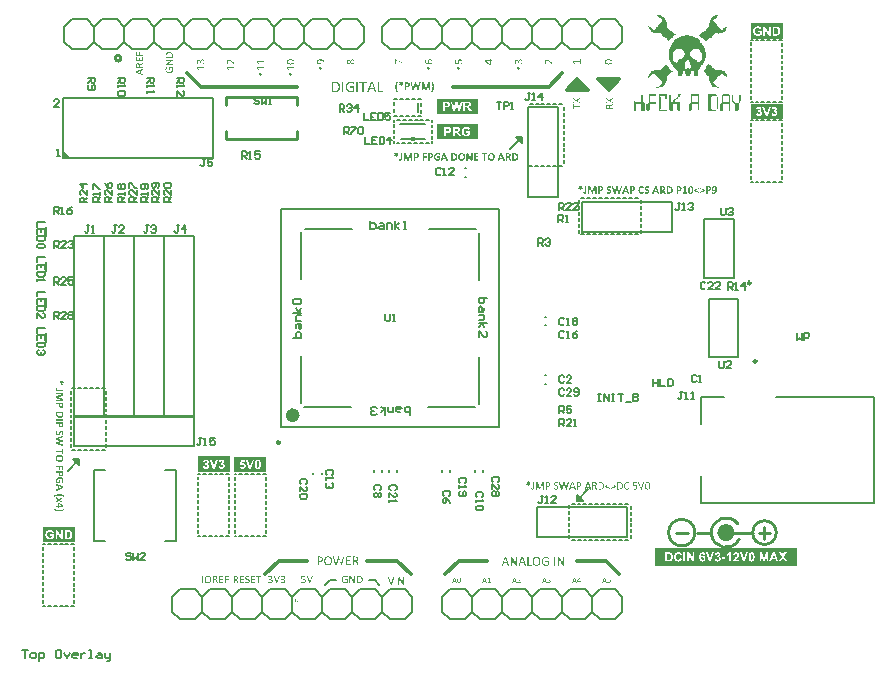
<source format=gto>
%FSTAX25Y25*%
%MOIN*%
G70*
G01*
G75*
%ADD10O,0.07087X0.01181*%
%ADD11O,0.01181X0.07087*%
%ADD12O,0.07284X0.01378*%
%ADD13R,0.08071X0.02756*%
%ADD14R,0.01772X0.02165*%
%ADD15R,0.03150X0.03150*%
%ADD16R,0.01575X0.02559*%
%ADD17R,0.02992X0.06299*%
%ADD18R,0.07874X0.06299*%
%ADD19R,0.02047X0.02047*%
%ADD20R,0.02047X0.02047*%
%ADD21R,0.03543X0.02756*%
%ADD22R,0.02756X0.03543*%
%ADD23R,0.02165X0.01772*%
%ADD24C,0.01000*%
%ADD25C,0.00500*%
%ADD26C,0.03000*%
%ADD27C,0.00700*%
%ADD28C,0.02000*%
%ADD29C,0.00669*%
%ADD30C,0.00591*%
%ADD31R,0.25197X0.25197*%
%ADD32C,0.06000*%
%ADD33P,0.12784X8X202.5*%
%ADD34P,0.12784X8X292.5*%
%ADD35C,0.05906*%
%ADD36R,0.05906X0.05906*%
%ADD37R,0.05906X0.05906*%
%ADD38P,0.06711X8X292.5*%
%ADD39O,0.05600X0.11200*%
%ADD40C,0.12600*%
%ADD41C,0.01969*%
%ADD42C,0.01600*%
%ADD43C,0.05000*%
%ADD44C,0.01595*%
%ADD45C,0.02800*%
%ADD46C,0.04000*%
%ADD47R,0.70200X0.25400*%
%ADD48C,0.07550*%
%ADD49O,0.08724X0.11087*%
%ADD50O,0.11087X0.08724*%
%ADD51C,0.07543*%
G04:AMPARAMS|DCode=52|XSize=95.433mil|YSize=95.433mil|CornerRadius=0mil|HoleSize=0mil|Usage=FLASHONLY|Rotation=0.000|XOffset=0mil|YOffset=0mil|HoleType=Round|Shape=Relief|Width=10mil|Gap=10mil|Entries=4|*
%AMTHD52*
7,0,0,0.09543,0.07543,0.01000,45*
%
%ADD52THD52*%
%ADD53C,0.07800*%
%ADD54C,0.07400*%
G04:AMPARAMS|DCode=55|XSize=95.5mil|YSize=95.5mil|CornerRadius=0mil|HoleSize=0mil|Usage=FLASHONLY|Rotation=0.000|XOffset=0mil|YOffset=0mil|HoleType=Round|Shape=Relief|Width=10mil|Gap=10mil|Entries=4|*
%AMTHD55*
7,0,0,0.09550,0.07550,0.01000,45*
%
%ADD55THD55*%
%ADD56C,0.16600*%
%ADD57C,0.06800*%
G04:AMPARAMS|DCode=58|XSize=70mil|YSize=70mil|CornerRadius=0mil|HoleSize=0mil|Usage=FLASHONLY|Rotation=0.000|XOffset=0mil|YOffset=0mil|HoleType=Round|Shape=Relief|Width=10mil|Gap=10mil|Entries=4|*
%AMTHD58*
7,0,0,0.07000,0.05000,0.01000,45*
%
%ADD58THD58*%
%ADD59C,0.05600*%
%AMTHOVALD60*
21,1,0.02362,0.10724,0,0,270.0*
1,1,0.10724,0.00000,0.01181*
1,1,0.10724,0.00000,-0.01181*
21,0,0.02362,0.08724,0,0,270.0*
1,0,0.08724,0.00000,0.01181*
1,0,0.08724,0.00000,-0.01181*
4,0,4,-0.00354,0.00828,-0.04145,0.04619,-0.03438,0.05326,0.00354,0.01535,-0.00354,0.00828,0.0*
4,0,4,-0.00354,-0.01535,0.03438,-0.05326,0.04145,-0.04619,0.00354,-0.00828,-0.00354,-0.01535,0.0*
4,0,4,-0.00354,0.01535,0.03438,0.05326,0.04145,0.04619,0.00354,0.00828,-0.00354,0.01535,0.0*
4,0,4,-0.00354,-0.00828,-0.04145,-0.04619,-0.03438,-0.05326,0.00354,-0.01535,-0.00354,-0.00828,0.0*
%
%ADD60THOVALD60*%

%AMTHOVALD61*
21,1,0.02362,0.10724,0,0,360.0*
1,1,0.10724,-0.01181,0.00000*
1,1,0.10724,0.01181,0.00000*
21,0,0.02362,0.08724,0,0,360.0*
1,0,0.08724,-0.01181,0.00000*
1,0,0.08724,0.01181,0.00000*
4,0,4,-0.00828,-0.00354,-0.04619,-0.04145,-0.05326,-0.03438,-0.01535,0.00354,-0.00828,-0.00354,0.0*
4,0,4,0.01535,-0.00354,0.05326,0.03438,0.04619,0.04145,0.00828,0.00354,0.01535,-0.00354,0.0*
4,0,4,-0.01535,-0.00354,-0.05326,0.03438,-0.04619,0.04145,-0.00828,0.00354,-0.01535,-0.00354,0.0*
4,0,4,0.00828,-0.00354,0.04619,-0.04145,0.05326,-0.03438,0.01535,0.00354,0.00828,-0.00354,0.0*
%
%ADD61THOVALD61*%

G04:AMPARAMS|DCode=62|XSize=98mil|YSize=98mil|CornerRadius=0mil|HoleSize=0mil|Usage=FLASHONLY|Rotation=0.000|XOffset=0mil|YOffset=0mil|HoleType=Round|Shape=Relief|Width=10mil|Gap=10mil|Entries=4|*
%AMTHD62*
7,0,0,0.09800,0.07800,0.01000,45*
%
%ADD62THD62*%
G04:AMPARAMS|DCode=63|XSize=94mil|YSize=94mil|CornerRadius=0mil|HoleSize=0mil|Usage=FLASHONLY|Rotation=0.000|XOffset=0mil|YOffset=0mil|HoleType=Round|Shape=Relief|Width=10mil|Gap=10mil|Entries=4|*
%AMTHD63*
7,0,0,0.09400,0.07400,0.01000,45*
%
%ADD63THD63*%
G04:AMPARAMS|DCode=64|XSize=88mil|YSize=88mil|CornerRadius=0mil|HoleSize=0mil|Usage=FLASHONLY|Rotation=0.000|XOffset=0mil|YOffset=0mil|HoleType=Round|Shape=Relief|Width=10mil|Gap=10mil|Entries=4|*
%AMTHD64*
7,0,0,0.08800,0.06800,0.01000,45*
%
%ADD64THD64*%
G04:AMPARAMS|DCode=65|XSize=76mil|YSize=76mil|CornerRadius=0mil|HoleSize=0mil|Usage=FLASHONLY|Rotation=0.000|XOffset=0mil|YOffset=0mil|HoleType=Round|Shape=Relief|Width=10mil|Gap=10mil|Entries=4|*
%AMTHD65*
7,0,0,0.07600,0.05600,0.01000,45*
%
%ADD65THD65*%
%ADD66R,0.06102X0.01378*%
%ADD67O,0.01378X0.04724*%
%ADD68R,0.07480X0.12205*%
%ADD69R,0.07480X0.03150*%
%ADD70R,0.06299X0.02559*%
%ADD71R,0.01969X0.01181*%
%ADD72R,0.08661X0.11811*%
%ADD73C,0.01181*%
%ADD74R,0.03543X0.04724*%
%ADD75R,0.06693X0.06614*%
%ADD76R,0.08661X0.07874*%
%ADD77C,0.05000*%
%ADD78C,0.01500*%
%ADD79C,0.01300*%
%ADD80C,0.00984*%
%ADD81C,0.02362*%
%ADD82C,0.02165*%
%ADD83C,0.00787*%
%ADD84C,0.00600*%
%ADD85C,0.01200*%
%ADD86R,0.03937X0.02953*%
G36*
X0280582Y0125736D02*
X0280587D01*
X0280608Y0125731D01*
X0280623Y0125725D01*
X0280644Y012572D01*
X0280649D01*
X0280654Y0125715D01*
X0280675Y0125694D01*
X028068Y0125689D01*
X0280686Y0125668D01*
Y012299D01*
Y0122985D01*
Y0122964D01*
X028068Y0122944D01*
X028067Y0122918D01*
X0280665Y0122913D01*
X028066Y0122902D01*
X0280628Y0122866D01*
X0280623Y0122861D01*
X0280613Y0122855D01*
X0280592Y0122845D01*
X0280571Y0122835D01*
X0280556D01*
X0280535Y0122829D01*
X0280348D01*
X0280317Y0122835D01*
X0280281Y012284D01*
X0280276D01*
X0280255Y012285D01*
X0280224Y0122861D01*
X0280192Y0122881D01*
X0280187Y0122887D01*
X0280172Y0122902D01*
X0280146Y0122933D01*
X0280115Y012297D01*
Y0122975D01*
X028011Y012298D01*
X0280089Y0123011D01*
X0280058Y0123053D01*
X0280026Y0123115D01*
X0279139Y0124765D01*
X0279134Y012477D01*
X0279129Y0124786D01*
X0279113Y0124812D01*
X0279097Y0124843D01*
X0279077Y0124885D01*
X0279051Y0124931D01*
X0278999Y012503D01*
X0278994Y0125035D01*
X0278988Y0125056D01*
X0278973Y0125082D01*
X0278957Y0125118D01*
X0278937Y012516D01*
X0278916Y0125206D01*
X0278869Y0125305D01*
X0278864D01*
Y01253D01*
Y0125279D01*
Y0125243D01*
X0278869Y0125201D01*
Y0125155D01*
Y0125098D01*
Y0124973D01*
Y0124968D01*
Y0124947D01*
Y0124911D01*
X0278874Y0124869D01*
Y0124817D01*
Y0124765D01*
Y0124641D01*
Y0122887D01*
Y0122876D01*
X0278864Y0122855D01*
X0278854Y012285D01*
X0278843Y0122845D01*
X0278828Y012284D01*
X0278822D01*
X0278812Y0122835D01*
X0278796D01*
X027877Y0122829D01*
X0278765D01*
X0278745Y0122824D01*
X0278713Y0122819D01*
X0278646D01*
X0278615Y0122824D01*
X0278584Y0122829D01*
X0278578D01*
X0278563Y0122835D01*
X0278542D01*
X0278526Y012284D01*
X0278521D01*
X0278516Y0122845D01*
X0278495Y0122855D01*
Y0122861D01*
Y0122866D01*
X027849Y0122887D01*
Y012557D01*
Y0125575D01*
Y0125585D01*
X0278495Y0125617D01*
X0278511Y0125658D01*
X0278537Y0125694D01*
X0278547Y0125699D01*
X0278573Y0125715D01*
X027861Y0125731D01*
X0278651Y0125736D01*
X0278879D01*
X0278911Y0125731D01*
X0278947Y012572D01*
X0278957D01*
X0278973Y012571D01*
X0279004Y0125699D01*
X027903Y0125684D01*
X0279035Y0125679D01*
X0279051Y0125663D01*
X0279071Y0125642D01*
X0279097Y0125611D01*
X0279103Y0125606D01*
X0279118Y012558D01*
X0279144Y0125544D01*
X027917Y0125497D01*
X0279855Y0124226D01*
X027986Y012422D01*
X0279866Y0124205D01*
X0279876Y0124184D01*
X0279891Y0124153D01*
X0279912Y0124117D01*
X0279933Y0124075D01*
X0279975Y0123992D01*
X027998Y0123987D01*
X0279985Y0123971D01*
X0279995Y0123951D01*
X0280011Y0123925D01*
X0280047Y0123852D01*
X0280089Y0123774D01*
X0280094Y0123769D01*
X0280099Y0123758D01*
X028011Y0123738D01*
X0280125Y0123712D01*
X0280161Y0123644D01*
X0280198Y0123566D01*
Y0123561D01*
X0280208Y0123551D01*
X0280219Y012353D01*
X0280229Y0123499D01*
X0280265Y0123432D01*
X0280301Y0123354D01*
X0280307D01*
Y0123364D01*
Y0123385D01*
Y0123421D01*
Y0123468D01*
X0280301Y012352D01*
Y0123582D01*
Y012365D01*
Y0123722D01*
Y0123732D01*
Y0123753D01*
Y0123795D01*
Y0123842D01*
Y0123899D01*
Y0123961D01*
Y0124091D01*
Y0125668D01*
Y0125674D01*
Y0125679D01*
X0280307Y0125694D01*
Y0125699D01*
X0280317Y0125705D01*
X0280338Y012572D01*
X0280343D01*
X0280353Y0125725D01*
X0280374Y0125731D01*
X02804Y0125736D01*
X0280405D01*
X0280426Y0125741D01*
X0280551D01*
X0280582Y0125736D01*
D02*
G37*
G36*
X0264898D02*
X0264903D01*
X0264924Y0125731D01*
X0264939Y0125725D01*
X026496Y012572D01*
X0264965D01*
X026497Y0125715D01*
X0264991Y0125694D01*
X0264996Y0125689D01*
X0265001Y0125668D01*
Y012299D01*
Y0122985D01*
Y0122964D01*
X0264996Y0122944D01*
X0264986Y0122918D01*
X0264981Y0122913D01*
X0264975Y0122902D01*
X0264944Y0122866D01*
X0264939Y0122861D01*
X0264929Y0122855D01*
X0264908Y0122845D01*
X0264887Y0122835D01*
X0264872D01*
X0264851Y0122829D01*
X0264664D01*
X0264633Y0122835D01*
X0264597Y012284D01*
X0264591D01*
X0264571Y012285D01*
X026454Y0122861D01*
X0264508Y0122881D01*
X0264503Y0122887D01*
X0264488Y0122902D01*
X0264462Y0122933D01*
X026443Y012297D01*
Y0122975D01*
X0264425Y012298D01*
X0264405Y0123011D01*
X0264373Y0123053D01*
X0264342Y0123115D01*
X0263455Y0124765D01*
X026345Y012477D01*
X0263444Y0124786D01*
X0263429Y0124812D01*
X0263413Y0124843D01*
X0263392Y0124885D01*
X0263367Y0124931D01*
X0263315Y012503D01*
X0263309Y0125035D01*
X0263304Y0125056D01*
X0263289Y0125082D01*
X0263273Y0125118D01*
X0263252Y012516D01*
X0263232Y0125206D01*
X0263185Y0125305D01*
X026318D01*
Y01253D01*
Y0125279D01*
Y0125243D01*
X0263185Y0125201D01*
Y0125155D01*
Y0125098D01*
Y0124973D01*
Y0124968D01*
Y0124947D01*
Y0124911D01*
X026319Y0124869D01*
Y0124817D01*
Y0124765D01*
Y0124641D01*
Y0122887D01*
Y0122876D01*
X026318Y0122855D01*
X0263169Y012285D01*
X0263159Y0122845D01*
X0263143Y012284D01*
X0263138D01*
X0263128Y0122835D01*
X0263112D01*
X0263086Y0122829D01*
X0263081D01*
X026306Y0122824D01*
X0263029Y0122819D01*
X0262962D01*
X0262931Y0122824D01*
X0262899Y0122829D01*
X0262894D01*
X0262879Y0122835D01*
X0262858D01*
X0262842Y012284D01*
X0262837D01*
X0262832Y0122845D01*
X0262811Y0122855D01*
Y0122861D01*
Y0122866D01*
X0262806Y0122887D01*
Y012557D01*
Y0125575D01*
Y0125585D01*
X0262811Y0125617D01*
X0262827Y0125658D01*
X0262853Y0125694D01*
X0262863Y0125699D01*
X0262889Y0125715D01*
X0262925Y0125731D01*
X0262967Y0125736D01*
X0263195D01*
X0263226Y0125731D01*
X0263263Y012572D01*
X0263273D01*
X0263289Y012571D01*
X026332Y0125699D01*
X0263346Y0125684D01*
X0263351Y0125679D01*
X0263367Y0125663D01*
X0263387Y0125642D01*
X0263413Y0125611D01*
X0263418Y0125606D01*
X0263434Y012558D01*
X026346Y0125544D01*
X0263486Y0125497D01*
X0264171Y0124226D01*
X0264176Y012422D01*
X0264181Y0124205D01*
X0264192Y0124184D01*
X0264207Y0124153D01*
X0264228Y0124117D01*
X0264249Y0124075D01*
X026429Y0123992D01*
X0264296Y0123987D01*
X0264301Y0123971D01*
X0264311Y0123951D01*
X0264327Y0123925D01*
X0264363Y0123852D01*
X0264405Y0123774D01*
X026441Y0123769D01*
X0264415Y0123758D01*
X0264425Y0123738D01*
X0264441Y0123712D01*
X0264477Y0123644D01*
X0264513Y0123566D01*
Y0123561D01*
X0264524Y0123551D01*
X0264534Y012353D01*
X0264545Y0123499D01*
X0264581Y0123432D01*
X0264617Y0123354D01*
X0264622D01*
Y0123364D01*
Y0123385D01*
Y0123421D01*
Y0123468D01*
X0264617Y012352D01*
Y0123582D01*
Y012365D01*
Y0123722D01*
Y0123732D01*
Y0123753D01*
Y0123795D01*
Y0123842D01*
Y0123899D01*
Y0123961D01*
Y0124091D01*
Y0125668D01*
Y0125674D01*
Y0125679D01*
X0264622Y0125694D01*
Y0125699D01*
X0264633Y0125705D01*
X0264654Y012572D01*
X0264659D01*
X0264669Y0125725D01*
X026469Y0125731D01*
X0264716Y0125736D01*
X0264721D01*
X0264742Y0125741D01*
X0264866D01*
X0264898Y0125736D01*
D02*
G37*
G36*
X0245739Y0118877D02*
X024578Y0118874D01*
X0245824Y0118865D01*
X0245871Y0118855D01*
X0245918Y011884D01*
X0245962Y0118821D01*
X0245969Y0118818D01*
X0245981Y0118808D01*
X0246003Y0118796D01*
X0246028Y0118777D01*
X0246056Y0118752D01*
X0246088Y011872D01*
X0246116Y0118686D01*
X0246144Y0118645D01*
X0246147Y0118639D01*
X0246157Y0118626D01*
X0246166Y0118601D01*
X0246182Y0118566D01*
X0246198Y0118526D01*
X0246213Y0118479D01*
X0246229Y0118422D01*
X0246242Y0118362D01*
Y0118359D01*
Y0118356D01*
X0246245Y0118347D01*
X0246248Y0118334D01*
Y0118318D01*
X0246251Y0118299D01*
X0246257Y0118252D01*
X0246264Y0118196D01*
X0246267Y011813D01*
X0246273Y0118058D01*
Y0117979D01*
Y0117976D01*
Y011797D01*
Y011796D01*
Y0117945D01*
Y0117929D01*
X024627Y0117907D01*
Y0117857D01*
X0246264Y01178D01*
X0246257Y0117741D01*
X0246251Y0117675D01*
X0246239Y0117612D01*
Y0117609D01*
Y0117605D01*
X0246235Y0117596D01*
X0246232Y0117584D01*
X0246226Y0117552D01*
X0246213Y0117515D01*
X0246198Y0117467D01*
X0246179Y011742D01*
X0246157Y011737D01*
X0246132Y0117323D01*
X0246129Y0117317D01*
X0246119Y0117304D01*
X0246104Y0117282D01*
X0246082Y0117254D01*
X0246053Y0117226D01*
X0246022Y0117194D01*
X0245984Y0117166D01*
X024594Y0117138D01*
X0245934Y0117134D01*
X0245918Y0117128D01*
X0245893Y0117119D01*
X0245859Y0117106D01*
X0245815Y0117094D01*
X0245764Y0117084D01*
X0245708Y0117078D01*
X0245645Y0117075D01*
X0245617D01*
X0245585Y0117078D01*
X0245548Y0117081D01*
X0245504Y0117087D01*
X0245457Y01171D01*
X024541Y0117113D01*
X0245366Y0117131D01*
X0245359Y0117134D01*
X0245347Y0117144D01*
X0245325Y0117157D01*
X02453Y0117175D01*
X0245271Y0117201D01*
X024524Y0117229D01*
X0245212Y0117263D01*
X0245183Y0117304D01*
X024518Y011731D01*
X0245171Y0117326D01*
X0245162Y0117351D01*
X0245146Y0117383D01*
X024513Y0117423D01*
X0245114Y0117474D01*
X0245099Y0117527D01*
X0245086Y0117587D01*
Y011759D01*
Y0117593D01*
X0245083Y0117602D01*
Y0117618D01*
X024508Y0117634D01*
X0245077Y0117653D01*
X0245074Y01177D01*
X0245067Y0117756D01*
X0245061Y0117822D01*
X0245058Y0117894D01*
Y0117973D01*
Y0117976D01*
Y0117982D01*
Y0117992D01*
Y0118008D01*
Y0118023D01*
X0245061Y0118045D01*
Y0118095D01*
X0245064Y0118152D01*
X0245071Y0118212D01*
X024508Y0118278D01*
X0245089Y011834D01*
Y0118343D01*
X0245093Y0118347D01*
Y0118356D01*
X0245096Y0118369D01*
X0245102Y01184D01*
X0245114Y0118438D01*
X0245127Y0118485D01*
X0245146Y0118532D01*
X0245168Y0118579D01*
X0245193Y0118626D01*
X0245196Y0118632D01*
X0245205Y0118645D01*
X0245224Y0118667D01*
X0245246Y0118695D01*
X0245275Y0118727D01*
X0245306Y0118758D01*
X0245344Y0118786D01*
X0245388Y0118814D01*
X0245394Y0118818D01*
X024541Y0118824D01*
X0245435Y0118836D01*
X0245469Y0118849D01*
X024551Y0118858D01*
X024556Y0118871D01*
X0245617Y0118877D01*
X024568Y011888D01*
X0245708D01*
X0245739Y0118877D01*
D02*
G37*
G36*
X0274759Y0125772D02*
X0274805D01*
X0274857Y0125767D01*
X0274966Y0125746D01*
X0274971D01*
X0274992Y0125741D01*
X0275018Y0125736D01*
X0275054Y0125725D01*
X0275096Y0125715D01*
X0275137Y0125705D01*
X0275226Y0125674D01*
X0275231D01*
X0275246Y0125668D01*
X0275267Y0125658D01*
X0275293Y0125648D01*
X0275355Y0125622D01*
X0275418Y0125591D01*
X0275423D01*
X0275428Y0125585D01*
X0275459Y0125565D01*
X0275496Y0125539D01*
X0275521Y0125513D01*
X0275527Y0125507D01*
X0275537Y0125497D01*
X0275553Y0125471D01*
X0275563Y0125445D01*
X0275568Y012544D01*
X0275573Y0125419D01*
X0275579Y0125383D01*
Y0125336D01*
Y0125331D01*
Y012531D01*
Y0125284D01*
X0275573Y0125258D01*
Y0125253D01*
X0275568Y0125243D01*
X0275558Y0125206D01*
Y0125201D01*
X0275553Y0125196D01*
X0275532Y0125175D01*
X0275527D01*
X0275506Y012517D01*
X0275501D01*
X0275485Y0125175D01*
X0275459Y0125186D01*
X0275418Y0125212D01*
X0275413D01*
X0275407Y0125217D01*
X0275392Y0125227D01*
X0275371Y0125238D01*
X0275319Y0125269D01*
X0275246Y0125305D01*
X0275241D01*
X0275226Y0125315D01*
X0275205Y0125326D01*
X0275174Y0125336D01*
X0275137Y0125352D01*
X0275096Y0125367D01*
X0275044Y0125383D01*
X0274992Y0125399D01*
X0274987D01*
X0274966Y0125404D01*
X0274935Y0125414D01*
X0274893Y0125425D01*
X0274847Y012543D01*
X0274784Y012544D01*
X0274722Y0125445D01*
X0274608D01*
X0274561Y012544D01*
X0274504Y0125435D01*
X0274437Y0125425D01*
X0274364Y0125409D01*
X0274286Y0125388D01*
X0274214Y0125357D01*
X0274203Y0125352D01*
X0274183Y0125341D01*
X0274146Y0125321D01*
X0274105Y0125295D01*
X0274053Y0125258D01*
X0274001Y0125217D01*
X0273944Y012517D01*
X0273892Y0125113D01*
X0273887Y0125108D01*
X0273871Y0125087D01*
X0273845Y0125051D01*
X0273819Y0125009D01*
X0273788Y0124957D01*
X0273752Y012489D01*
X0273721Y0124822D01*
X0273689Y0124745D01*
X0273684Y0124734D01*
X0273679Y0124708D01*
X0273669Y0124667D01*
X0273658Y012461D01*
X0273643Y0124537D01*
X0273632Y0124459D01*
X0273627Y0124376D01*
X0273622Y0124283D01*
Y0124277D01*
Y0124272D01*
Y0124257D01*
Y0124236D01*
X0273627Y0124184D01*
X0273632Y0124117D01*
X0273638Y0124044D01*
X0273653Y0123961D01*
X0273669Y0123873D01*
X0273695Y012379D01*
X02737Y0123779D01*
X027371Y0123753D01*
X0273726Y0123717D01*
X0273752Y0123665D01*
X0273783Y0123608D01*
X0273819Y0123546D01*
X0273861Y0123483D01*
X0273907Y0123426D01*
X0273913Y0123421D01*
X0273933Y01234D01*
X0273959Y0123374D01*
X0274001Y0123343D01*
X0274048Y0123307D01*
X0274105Y0123271D01*
X0274167Y0123234D01*
X0274234Y0123203D01*
X0274245Y0123198D01*
X0274271Y0123193D01*
X0274307Y0123182D01*
X0274359Y0123167D01*
X0274421Y0123151D01*
X0274494Y0123141D01*
X0274572Y0123136D01*
X0274655Y0123131D01*
X0274707D01*
X0274738Y0123136D01*
X0274779D01*
X0274826Y0123146D01*
X027493Y0123162D01*
X0274935D01*
X0274956Y0123167D01*
X0274982Y0123177D01*
X0275013Y0123188D01*
X0275054Y0123198D01*
X0275101Y0123219D01*
X0275189Y012326D01*
Y0124106D01*
X0274504D01*
X0274489Y0124111D01*
X0274468Y0124122D01*
X0274452Y0124143D01*
Y0124148D01*
X0274447Y0124174D01*
X0274442Y012421D01*
X0274437Y0124262D01*
Y0124267D01*
Y0124288D01*
Y0124309D01*
Y0124335D01*
Y012434D01*
X0274442Y012435D01*
X0274447Y0124366D01*
X0274452Y0124381D01*
Y0124387D01*
X0274458Y0124392D01*
X0274473Y0124412D01*
X0274478D01*
X0274483Y0124418D01*
X027451Y0124423D01*
X0275449D01*
X027548Y0124412D01*
X0275485D01*
X0275496Y0124407D01*
X0275527Y0124381D01*
X0275532Y0124376D01*
X0275537Y0124371D01*
X0275548Y0124355D01*
X0275558Y0124335D01*
X0275563Y0124329D01*
X0275568Y0124314D01*
X0275573Y0124293D01*
Y0124262D01*
Y0123156D01*
Y0123146D01*
Y012312D01*
X0275563Y0123089D01*
X0275553Y0123053D01*
X0275548Y0123047D01*
X0275532Y0123027D01*
X0275506Y0123006D01*
X0275464Y012298D01*
X0275459D01*
X0275454Y0122975D01*
X0275438Y012297D01*
X0275423Y0122959D01*
X0275366Y0122938D01*
X0275298Y0122907D01*
X0275293D01*
X0275283Y0122902D01*
X0275262Y0122897D01*
X0275231Y0122887D01*
X02752Y0122876D01*
X0275163Y0122866D01*
X027508Y0122845D01*
X0275075D01*
X027506Y012284D01*
X0275039D01*
X0275013Y0122835D01*
X0274977Y0122829D01*
X027494Y0122819D01*
X0274857Y0122809D01*
X0274836D01*
X0274816Y0122803D01*
X027479D01*
X0274717Y0122798D01*
X0274639Y0122793D01*
X0274582D01*
X0274551Y0122798D01*
X027452D01*
X0274437Y0122809D01*
X0274343Y0122819D01*
X0274245Y0122835D01*
X0274141Y0122861D01*
X0274037Y0122897D01*
X0274032D01*
X0274027Y0122902D01*
X0273996Y0122918D01*
X0273944Y0122938D01*
X0273882Y0122975D01*
X0273814Y0123016D01*
X0273736Y0123068D01*
X0273663Y0123125D01*
X0273591Y0123193D01*
X0273581Y0123203D01*
X027356Y0123229D01*
X0273529Y0123265D01*
X0273487Y0123322D01*
X027344Y012339D01*
X0273394Y0123468D01*
X0273352Y0123556D01*
X0273311Y0123655D01*
Y012366D01*
X0273305Y0123665D01*
X02733Y0123681D01*
X0273295Y0123701D01*
X0273279Y0123758D01*
X0273264Y0123831D01*
X0273248Y0123919D01*
X0273233Y0124023D01*
X0273222Y0124137D01*
X0273217Y0124257D01*
Y0124262D01*
Y0124272D01*
Y0124288D01*
Y0124314D01*
X0273222Y0124345D01*
Y0124381D01*
X0273233Y0124464D01*
X0273243Y0124558D01*
X0273259Y0124667D01*
X0273285Y012477D01*
X0273321Y012488D01*
Y0124885D01*
X0273326Y012489D01*
X0273331Y0124906D01*
X0273342Y0124926D01*
X0273362Y0124978D01*
X0273399Y0125046D01*
X0273435Y0125118D01*
X0273487Y0125201D01*
X0273544Y0125279D01*
X0273612Y0125357D01*
X0273622Y0125367D01*
X0273648Y0125388D01*
X0273684Y0125425D01*
X0273741Y0125471D01*
X0273809Y0125523D01*
X0273887Y0125575D01*
X0273975Y0125622D01*
X0274068Y0125668D01*
X0274074D01*
X0274079Y0125674D01*
X0274094Y0125679D01*
X0274115Y0125684D01*
X0274167Y0125705D01*
X027424Y0125725D01*
X0274328Y0125741D01*
X0274426Y0125762D01*
X0274535Y0125772D01*
X0274655Y0125777D01*
X0274717D01*
X0274759Y0125772D01*
D02*
G37*
G36*
X0266823Y0125746D02*
X0266833D01*
X0266849Y0125741D01*
X0266875Y0125736D01*
X0266896Y0125731D01*
X0266901D01*
X0266911Y0125725D01*
X0266927Y012572D01*
X0266942Y0125705D01*
X0266948D01*
X0266953Y0125694D01*
X0266968Y0125668D01*
X0267944Y012297D01*
X0267949Y0122959D01*
X0267954Y0122938D01*
X026796Y0122913D01*
Y0122887D01*
Y0122881D01*
Y0122871D01*
X0267954Y0122855D01*
X0267944Y012284D01*
X0267939D01*
X0267934Y0122835D01*
X0267913Y0122829D01*
X0267887Y0122824D01*
X0267856D01*
X0267819Y0122819D01*
X02677D01*
X0267664Y0122824D01*
X0267659D01*
X0267643Y0122829D01*
X0267622D01*
X0267602Y0122835D01*
X0267596D01*
X0267591Y012284D01*
X026757Y012285D01*
Y0122855D01*
X0267565Y0122861D01*
X026755Y0122887D01*
X0267301Y0123598D01*
X0266091D01*
X0265858Y0122897D01*
Y0122892D01*
X0265852Y0122887D01*
X0265837Y0122861D01*
X0265832Y012285D01*
X0265806Y0122835D01*
X0265801D01*
X026579Y0122829D01*
X026577D01*
X0265744Y0122824D01*
X0265718D01*
X0265686Y0122819D01*
X0265609D01*
X0265572Y0122824D01*
X0265536Y0122829D01*
X0265531D01*
X0265515Y0122835D01*
X0265494Y012284D01*
X0265479Y0122845D01*
Y012285D01*
X0265474Y0122855D01*
X0265469Y0122871D01*
X0265463Y0122887D01*
Y0122892D01*
X0265469Y0122907D01*
X0265474Y0122933D01*
X0265484Y012297D01*
X0266455Y0125668D01*
Y0125674D01*
X026646Y0125684D01*
X0266475Y012571D01*
X026648Y0125715D01*
X0266486Y012572D01*
X0266517Y0125731D01*
X0266522D01*
X0266538Y0125736D01*
X0266558Y0125741D01*
X0266589Y0125746D01*
X02666D01*
X0266621Y0125751D01*
X0266787D01*
X0266823Y0125746D01*
D02*
G37*
G36*
X0261202D02*
X0261213D01*
X0261228Y0125741D01*
X0261254Y0125736D01*
X0261275Y0125731D01*
X026128D01*
X0261291Y0125725D01*
X0261306Y012572D01*
X0261322Y0125705D01*
X0261327D01*
X0261332Y0125694D01*
X0261348Y0125668D01*
X0262323Y012297D01*
X0262329Y0122959D01*
X0262334Y0122938D01*
X0262339Y0122913D01*
Y0122887D01*
Y0122881D01*
Y0122871D01*
X0262334Y0122855D01*
X0262323Y012284D01*
X0262318D01*
X0262313Y0122835D01*
X0262292Y0122829D01*
X0262266Y0122824D01*
X0262235D01*
X0262199Y0122819D01*
X0262079D01*
X0262043Y0122824D01*
X0262038D01*
X0262022Y0122829D01*
X0262002D01*
X0261981Y0122835D01*
X0261976D01*
X026197Y012284D01*
X026195Y012285D01*
Y0122855D01*
X0261945Y0122861D01*
X0261929Y0122887D01*
X026168Y0123598D01*
X0260471D01*
X0260237Y0122897D01*
Y0122892D01*
X0260232Y0122887D01*
X0260216Y0122861D01*
X0260211Y012285D01*
X0260185Y0122835D01*
X026018D01*
X026017Y0122829D01*
X0260149D01*
X0260123Y0122824D01*
X0260097D01*
X0260066Y0122819D01*
X0259988D01*
X0259951Y0122824D01*
X0259915Y0122829D01*
X025991D01*
X0259894Y0122835D01*
X0259874Y012284D01*
X0259858Y0122845D01*
Y012285D01*
X0259853Y0122855D01*
X0259848Y0122871D01*
X0259842Y0122887D01*
Y0122892D01*
X0259848Y0122907D01*
X0259853Y0122933D01*
X0259863Y012297D01*
X0260834Y0125668D01*
Y0125674D01*
X0260839Y0125684D01*
X0260855Y012571D01*
X026086Y0125715D01*
X0260865Y012572D01*
X0260896Y0125731D01*
X0260901D01*
X0260917Y0125736D01*
X0260938Y0125741D01*
X0260969Y0125746D01*
X0260979D01*
X0261Y0125751D01*
X0261166D01*
X0261202Y0125746D01*
D02*
G37*
G36*
X0268676D02*
X0268707Y0125741D01*
X0268712D01*
X0268728Y0125736D01*
X0268749Y0125731D01*
X0268764Y0125725D01*
X0268769D01*
X026878Y012572D01*
X026879Y0125715D01*
X02688Y0125705D01*
X0268806Y0125699D01*
X0268811Y0125679D01*
Y0123167D01*
X0269859D01*
X0269885Y0123156D01*
X026989D01*
X0269896Y0123151D01*
X0269911Y0123125D01*
Y012312D01*
X0269916Y012311D01*
X0269921Y0123094D01*
X0269927Y0123073D01*
Y0123068D01*
X0269932Y0123053D01*
Y0123032D01*
Y0123001D01*
Y0122995D01*
Y0122975D01*
Y0122949D01*
X0269927Y0122923D01*
Y0122918D01*
X0269921Y0122907D01*
X0269911Y0122871D01*
Y0122866D01*
X0269906Y0122861D01*
X0269885Y012284D01*
X0269875D01*
X0269849Y0122835D01*
X0268556D01*
X0268536Y012284D01*
X0268505Y012285D01*
X0268468Y0122866D01*
X0268463Y0122871D01*
X0268447Y0122897D01*
X0268432Y0122933D01*
X0268427Y012299D01*
Y0125679D01*
Y0125684D01*
Y0125689D01*
X0268432Y0125705D01*
Y012571D01*
X0268442Y0125715D01*
X0268463Y0125725D01*
X0268468D01*
X0268479Y0125731D01*
X0268499Y0125736D01*
X0268525Y0125741D01*
X0268531D01*
X0268551Y0125746D01*
X0268583Y0125751D01*
X026865D01*
X0268676Y0125746D01*
D02*
G37*
G36*
X0277582D02*
X0277613Y0125741D01*
X0277618D01*
X0277634Y0125736D01*
X0277655Y0125731D01*
X027767Y0125725D01*
X0277675D01*
X0277686Y012572D01*
X0277696Y0125715D01*
X0277707Y0125705D01*
X0277712Y0125699D01*
X0277717Y0125679D01*
Y0122887D01*
Y0122876D01*
X0277707Y0122855D01*
X0277696Y012285D01*
X0277686Y0122845D01*
X027767Y012284D01*
X0277665D01*
X0277655Y0122835D01*
X0277639D01*
X0277613Y0122829D01*
X0277608D01*
X0277587Y0122824D01*
X0277561Y0122819D01*
X0277494D01*
X0277463Y0122824D01*
X0277431Y0122829D01*
X0277426D01*
X0277411Y0122835D01*
X0277369Y012284D01*
X0277364D01*
X0277359Y0122845D01*
X0277338Y0122855D01*
Y0122861D01*
Y0122866D01*
X0277333Y0122887D01*
Y0125679D01*
Y0125684D01*
Y0125689D01*
X0277338Y0125705D01*
Y012571D01*
X0277348Y0125715D01*
X0277369Y0125725D01*
X0277374D01*
X0277385Y0125731D01*
X0277406Y0125736D01*
X0277431Y0125741D01*
X0277437D01*
X0277457Y0125746D01*
X0277488Y0125751D01*
X0277556D01*
X0277582Y0125746D01*
D02*
G37*
G36*
X017067Y0289625D02*
X0170693Y0289621D01*
X0170697D01*
X0170706Y0289616D01*
X0170732Y0289608D01*
X0170741Y0289603D01*
X0170754Y0289586D01*
Y0289577D01*
X0170758Y0289559D01*
Y0288275D01*
Y0288266D01*
X0170754Y0288248D01*
X017075Y0288244D01*
X0170732Y0288226D01*
X0170728D01*
X0170719Y0288222D01*
X0170693Y0288213D01*
X0170675D01*
X0170657Y0288209D01*
X0170591D01*
X0170574Y0288213D01*
X0170569D01*
X0170556Y0288217D01*
X017053Y0288226D01*
X0170525D01*
X0170521Y028823D01*
X0170503Y0288248D01*
Y0288252D01*
X0170499Y0288257D01*
X0170494Y0288275D01*
Y0288789D01*
X0168624D01*
X0168906Y0288314D01*
X0168911Y028831D01*
X0168919Y0288292D01*
X0168928Y0288275D01*
X0168932Y0288257D01*
Y0288252D01*
Y0288244D01*
Y0288235D01*
X0168924Y0288222D01*
X0168919D01*
X0168915Y0288213D01*
X0168902Y0288209D01*
X0168884Y0288204D01*
X0168862D01*
X016884Y02882D01*
X0168752D01*
X0168743Y0288204D01*
X016873D01*
X0168717Y0288209D01*
X0168712D01*
X0168708Y0288213D01*
X0168691Y0288222D01*
X0168686Y0288226D01*
X0168682Y028823D01*
X0168668Y0288252D01*
X0168308Y0288816D01*
X0168303Y028882D01*
X0168299Y0288833D01*
Y0288838D01*
X0168295Y0288842D01*
X016829Y0288864D01*
Y0288868D01*
X0168286Y0288877D01*
Y0288904D01*
Y0288908D01*
X0168281Y0288921D01*
Y0288939D01*
Y0288961D01*
Y028897D01*
Y0288987D01*
Y0289009D01*
X0168286Y0289036D01*
Y028904D01*
X016829Y0289053D01*
X0168295Y0289071D01*
X0168299Y0289084D01*
Y0289089D01*
X0168303Y0289093D01*
X0168308Y0289102D01*
X0168316Y0289106D01*
X0168321Y028911D01*
X0168339Y0289115D01*
X0170494D01*
Y0289559D01*
Y0289564D01*
Y0289568D01*
X0170503Y0289586D01*
Y028959D01*
X0170508Y0289595D01*
X017053Y0289608D01*
X0170534D01*
X0170543Y0289612D01*
X0170556Y0289616D01*
X0170574Y0289621D01*
X0170578D01*
X0170587Y0289625D01*
X0170609Y028963D01*
X0170653D01*
X017067Y0289625D01*
D02*
G37*
G36*
X0160116Y0291592D02*
X0160156Y0291588D01*
X0160204Y0291583D01*
X0160257Y029157D01*
X016031Y0291557D01*
X0160363Y0291535D01*
X0160367Y029153D01*
X0160385Y0291526D01*
X0160411Y0291513D01*
X0160442Y0291491D01*
X0160481Y0291469D01*
X0160517Y0291442D01*
X0160556Y0291407D01*
X0160596Y0291368D01*
X01606Y0291363D01*
X0160613Y029135D01*
X0160631Y0291324D01*
X0160649Y0291293D01*
X0160675Y0291253D01*
X0160701Y0291205D01*
X0160723Y0291152D01*
X0160745Y0291095D01*
Y0291086D01*
X0160754Y0291069D01*
X0160758Y0291033D01*
X0160767Y0290989D01*
X0160776Y0290936D01*
X0160785Y029087D01*
X0160789Y0290805D01*
X0160794Y029073D01*
Y0290725D01*
Y0290708D01*
Y0290686D01*
X0160789Y0290655D01*
Y029062D01*
X0160785Y029058D01*
X0160772Y0290496D01*
Y0290492D01*
X0160767Y0290479D01*
X0160763Y0290457D01*
X0160758Y0290435D01*
X0160745Y0290373D01*
X0160728Y0290307D01*
Y0290303D01*
X0160723Y0290294D01*
X0160719Y0290277D01*
X016071Y0290259D01*
X0160693Y0290215D01*
X016067Y0290166D01*
X0160666Y0290158D01*
X0160653Y029014D01*
X016064Y0290118D01*
X0160626Y0290101D01*
X0160622D01*
X0160618Y0290092D01*
X01606Y0290078D01*
X0160596D01*
X0160591Y0290074D01*
X0160569Y0290065D01*
X0160565D01*
X0160556Y0290061D01*
X0160543D01*
X0160525Y0290056D01*
X016042D01*
X0160389Y0290061D01*
X0160363Y029007D01*
X0160358Y0290074D01*
X0160345Y0290078D01*
X0160336Y0290092D01*
X0160332Y0290105D01*
Y0290109D01*
X0160336Y0290123D01*
X0160345Y029014D01*
X0160363Y0290175D01*
Y029018D01*
X0160367Y0290184D01*
X0160385Y0290211D01*
X0160406Y0290254D01*
X0160433Y0290307D01*
Y0290312D01*
X0160437Y029032D01*
X0160446Y0290338D01*
X0160455Y0290365D01*
X0160464Y0290391D01*
X0160477Y0290422D01*
X0160499Y0290496D01*
Y0290501D01*
X0160503Y0290514D01*
X0160508Y0290541D01*
X0160512Y0290567D01*
X0160517Y0290602D01*
X0160521Y0290646D01*
X0160525Y0290739D01*
Y0290743D01*
Y029076D01*
Y0290782D01*
X0160521Y0290813D01*
X0160517Y0290848D01*
X0160512Y0290888D01*
X0160494Y0290963D01*
Y0290967D01*
X016049Y0290981D01*
X0160481Y0290998D01*
X0160473Y029102D01*
X0160446Y0291073D01*
X0160406Y0291126D01*
X0160402Y029113D01*
X0160393Y0291139D01*
X0160385Y0291148D01*
X0160367Y0291165D01*
X0160323Y0291196D01*
X0160266Y0291227D01*
X0160261D01*
X0160252Y0291231D01*
X0160235Y029124D01*
X0160213Y0291245D01*
X0160156Y0291258D01*
X016009Y0291262D01*
X016005D01*
X0160028Y0291258D01*
X0159967Y0291245D01*
X01599Y0291218D01*
X0159896D01*
X0159887Y0291209D01*
X015987Y02912D01*
X0159852Y0291187D01*
X0159804Y0291148D01*
X0159755Y029109D01*
X0159751Y0291086D01*
X0159747Y0291077D01*
X0159733Y029106D01*
X015972Y0291038D01*
X0159707Y0291007D01*
X0159689Y0290972D01*
X0159676Y0290936D01*
X0159663Y0290893D01*
Y0290888D01*
X0159659Y029087D01*
X015965Y0290848D01*
X0159645Y0290818D01*
X0159636Y0290778D01*
X0159632Y029073D01*
X0159628Y0290681D01*
Y0290624D01*
Y0290387D01*
Y0290382D01*
Y0290378D01*
X0159623Y0290356D01*
X0159619Y0290347D01*
X0159601Y0290329D01*
X0159597D01*
X0159592Y0290325D01*
X0159579Y029032D01*
X0159562Y0290312D01*
X0159544D01*
X0159522Y0290307D01*
X0159456D01*
X0159439Y0290312D01*
X0159434D01*
X0159425Y0290316D01*
X0159412Y029032D01*
X0159399Y0290325D01*
X0159395Y0290329D01*
X015939Y0290334D01*
X0159377Y0290351D01*
Y0290356D01*
X0159372Y029036D01*
X0159368Y0290382D01*
Y0290593D01*
Y0290598D01*
Y0290615D01*
Y0290637D01*
X0159364Y0290668D01*
X0159359Y0290703D01*
X0159355Y0290739D01*
X0159337Y0290813D01*
Y0290818D01*
X0159333Y0290831D01*
X0159324Y0290848D01*
X0159315Y0290875D01*
X0159284Y0290928D01*
X0159245Y0290985D01*
X015924Y0290989D01*
X0159232Y0290998D01*
X0159223Y0291011D01*
X0159205Y0291024D01*
X0159157Y029106D01*
X01591Y029109D01*
X0159095D01*
X0159087Y0291095D01*
X0159069Y0291104D01*
X0159043Y0291112D01*
X0159016Y0291117D01*
X0158985Y0291126D01*
X0158911Y029113D01*
X0158884D01*
X0158862Y0291126D01*
X0158818Y0291121D01*
X0158765Y0291104D01*
X0158761D01*
X0158752Y0291099D01*
X0158739Y0291095D01*
X0158726Y0291086D01*
X0158686Y029106D01*
X0158647Y0291029D01*
X0158642D01*
X0158638Y029102D01*
X0158616Y0290994D01*
X0158589Y0290954D01*
X0158563Y0290901D01*
Y0290897D01*
X0158558Y0290888D01*
X0158554Y029087D01*
X0158545Y0290853D01*
X0158541Y0290827D01*
X0158537Y0290796D01*
X0158532Y0290725D01*
Y0290721D01*
Y0290708D01*
Y0290686D01*
X0158537Y0290659D01*
X0158545Y0290598D01*
X0158567Y0290527D01*
Y0290523D01*
X0158572Y029051D01*
X0158581Y0290492D01*
X0158589Y029047D01*
X0158616Y0290417D01*
X0158642Y029036D01*
Y0290356D01*
X0158647Y0290347D01*
X0158655Y0290334D01*
X0158664Y029032D01*
X0158686Y0290281D01*
X0158712Y0290241D01*
X0158717Y0290232D01*
X0158726Y0290219D01*
X0158739Y0290197D01*
X0158743Y029018D01*
Y0290171D01*
X0158739Y0290153D01*
X0158735Y0290149D01*
X0158721Y0290136D01*
X0158717D01*
X0158712Y0290131D01*
X0158699D01*
X0158682Y0290127D01*
X015855D01*
X0158528Y0290131D01*
X0158523D01*
X0158519Y0290136D01*
X0158497Y0290144D01*
X0158493D01*
X0158488Y0290153D01*
X0158466Y0290171D01*
X0158462Y0290175D01*
X0158453Y0290189D01*
X0158435Y0290211D01*
X0158413Y0290246D01*
Y029025D01*
X0158409Y0290254D01*
X01584Y0290268D01*
X0158391Y0290285D01*
X0158369Y0290329D01*
X0158347Y0290382D01*
Y0290387D01*
X0158343Y0290395D01*
X0158334Y0290413D01*
X0158325Y0290435D01*
X0158317Y0290461D01*
X0158308Y0290492D01*
X015829Y0290567D01*
Y0290571D01*
X0158286Y0290584D01*
X0158281Y0290606D01*
X0158277Y0290637D01*
X0158273Y0290668D01*
X0158268Y0290708D01*
X0158264Y0290796D01*
Y0290805D01*
Y0290822D01*
Y0290857D01*
X0158268Y0290897D01*
X0158273Y0290941D01*
X0158281Y0290989D01*
X0158308Y029109D01*
Y0291095D01*
X0158317Y0291112D01*
X0158325Y0291139D01*
X0158338Y0291165D01*
X0158378Y0291236D01*
X0158405Y0291271D01*
X0158435Y0291306D01*
X015844Y0291311D01*
X0158449Y0291319D01*
X0158466Y0291337D01*
X0158488Y0291354D01*
X0158514Y0291376D01*
X015855Y0291399D01*
X0158624Y0291438D01*
X0158629D01*
X0158642Y0291447D01*
X0158668Y0291451D01*
X0158695Y029146D01*
X0158735Y0291469D01*
X0158774Y0291473D01*
X0158823Y0291482D01*
X0158911D01*
X0158941Y0291478D01*
X0158972Y0291473D01*
X0159012Y0291469D01*
X0159087Y0291451D01*
X0159091D01*
X0159104Y0291447D01*
X0159122Y0291438D01*
X0159144Y0291429D01*
X0159201Y0291399D01*
X0159263Y0291359D01*
X0159267Y0291354D01*
X0159276Y029135D01*
X0159289Y0291337D01*
X0159307Y0291319D01*
X0159351Y0291275D01*
X0159395Y0291214D01*
Y0291209D01*
X0159403Y02912D01*
X0159412Y0291183D01*
X0159425Y0291157D01*
X0159434Y029113D01*
X0159447Y0291095D01*
X0159469Y029102D01*
Y0291024D01*
X0159474Y0291042D01*
X0159478Y0291064D01*
X0159483Y0291099D01*
X0159491Y0291135D01*
X0159504Y0291174D01*
X0159535Y0291253D01*
Y0291258D01*
X0159544Y0291271D01*
X0159553Y0291293D01*
X0159571Y0291315D01*
X015961Y0291372D01*
X0159663Y0291434D01*
X0159667Y0291438D01*
X0159676Y0291447D01*
X0159694Y029146D01*
X0159711Y0291478D01*
X0159738Y0291495D01*
X0159768Y0291517D01*
X0159839Y0291552D01*
X0159843D01*
X0159856Y0291561D01*
X0159879Y0291566D01*
X0159905Y0291575D01*
X0159936Y0291583D01*
X0159971Y0291588D01*
X0160055Y0291597D01*
X0160085D01*
X0160116Y0291592D01*
D02*
G37*
G36*
X018067Y0289616D02*
X0180693Y0289612D01*
X0180697D01*
X0180706Y0289608D01*
X0180732Y0289599D01*
X0180741Y0289595D01*
X0180754Y0289577D01*
Y0289568D01*
X0180759Y028955D01*
Y0288266D01*
Y0288257D01*
X0180754Y0288239D01*
X018075Y0288235D01*
X0180732Y0288217D01*
X0180728D01*
X0180719Y0288213D01*
X0180693Y0288204D01*
X0180675D01*
X0180657Y02882D01*
X0180591D01*
X0180574Y0288204D01*
X0180569D01*
X0180556Y0288209D01*
X018053Y0288217D01*
X0180525D01*
X0180521Y0288222D01*
X0180503Y0288239D01*
Y0288244D01*
X0180499Y0288248D01*
X0180494Y0288266D01*
Y028878D01*
X0178624D01*
X0178906Y0288305D01*
X0178911Y0288301D01*
X0178919Y0288283D01*
X0178928Y0288266D01*
X0178932Y0288248D01*
Y0288244D01*
Y0288235D01*
Y0288226D01*
X0178924Y0288213D01*
X0178919D01*
X0178915Y0288204D01*
X0178902Y02882D01*
X0178884Y0288195D01*
X0178862D01*
X017884Y0288191D01*
X0178752D01*
X0178743Y0288195D01*
X017873D01*
X0178717Y02882D01*
X0178712D01*
X0178708Y0288204D01*
X0178691Y0288213D01*
X0178686Y0288217D01*
X0178682Y0288222D01*
X0178668Y0288244D01*
X0178308Y0288807D01*
X0178303Y0288811D01*
X0178299Y0288825D01*
Y0288829D01*
X0178295Y0288833D01*
X017829Y0288855D01*
Y028886D01*
X0178286Y0288868D01*
Y0288895D01*
Y0288899D01*
X0178281Y0288913D01*
Y028893D01*
Y0288952D01*
Y0288961D01*
Y0288979D01*
Y0289001D01*
X0178286Y0289027D01*
Y0289031D01*
X017829Y0289044D01*
X0178295Y0289062D01*
X0178299Y0289075D01*
Y028908D01*
X0178303Y0289084D01*
X0178308Y0289093D01*
X0178316Y0289097D01*
X0178321Y0289102D01*
X0178339Y0289106D01*
X0180494D01*
Y028955D01*
Y0289555D01*
Y0289559D01*
X0180503Y0289577D01*
Y0289581D01*
X0180508Y0289586D01*
X018053Y0289599D01*
X0180534D01*
X0180543Y0289603D01*
X0180556Y0289608D01*
X0180574Y0289612D01*
X0180578D01*
X0180587Y0289616D01*
X0180609Y0289621D01*
X0180653D01*
X018067Y0289616D01*
D02*
G37*
G36*
X0170657Y0291592D02*
X0170679Y0291588D01*
X0170684D01*
X0170697Y0291583D01*
X0170728Y0291575D01*
X0170732D01*
X0170737Y029157D01*
X0170754Y0291552D01*
Y0291544D01*
X0170758Y0291522D01*
Y0290162D01*
Y0290158D01*
Y0290144D01*
X0170754Y0290114D01*
Y0290109D01*
X017075Y0290105D01*
X0170732Y0290083D01*
X0170728D01*
X0170723Y0290074D01*
X017071Y029007D01*
X0170693Y0290061D01*
X017067D01*
X0170649Y0290056D01*
X0170547D01*
X0170534Y0290061D01*
X0170503Y029007D01*
X0170499D01*
X017049Y0290074D01*
X0170459Y0290092D01*
X0170455Y0290096D01*
X0170446Y0290105D01*
X0170429Y0290118D01*
X0170411Y0290131D01*
X0169905Y0290624D01*
X0169896Y0290633D01*
X0169874Y0290651D01*
X0169843Y0290686D01*
X0169804Y0290721D01*
X0169755Y0290765D01*
X0169702Y0290813D01*
X016965Y0290857D01*
X0169597Y0290897D01*
X0169592Y0290901D01*
X0169575Y0290915D01*
X0169544Y0290932D01*
X0169513Y0290958D01*
X0169474Y0290981D01*
X016943Y0291007D01*
X0169386Y0291033D01*
X0169342Y0291055D01*
X0169337Y029106D01*
X0169324Y0291064D01*
X0169302Y0291073D01*
X0169271Y0291086D01*
X0169205Y0291112D01*
X0169135Y029113D01*
X0169131D01*
X0169117Y0291135D01*
X01691Y0291139D01*
X0169078Y0291143D01*
X016902Y0291148D01*
X0168959Y0291152D01*
X0168928D01*
X0168906Y0291148D01*
X0168858Y0291139D01*
X0168805Y0291121D01*
X01688D01*
X0168792Y0291117D01*
X0168779Y0291112D01*
X0168761Y0291104D01*
X0168721Y0291077D01*
X0168677Y0291042D01*
X0168673Y0291038D01*
X0168668Y0291033D01*
X0168647Y0291007D01*
X0168616Y0290963D01*
X0168589Y029091D01*
Y0290906D01*
X0168585Y0290897D01*
X0168576Y0290879D01*
X0168572Y0290857D01*
X0168563Y0290831D01*
X0168559Y02908D01*
X0168554Y029073D01*
Y0290725D01*
Y0290708D01*
Y0290686D01*
X0168559Y0290659D01*
X0168563Y0290624D01*
X0168567Y0290589D01*
X0168589Y0290514D01*
Y029051D01*
X0168594Y0290496D01*
X0168603Y0290479D01*
X0168611Y0290457D01*
X0168633Y0290404D01*
X016866Y0290347D01*
Y0290342D01*
X0168664Y0290334D01*
X0168673Y029032D01*
X0168682Y0290307D01*
X0168708Y0290268D01*
X016873Y0290228D01*
X0168735Y0290219D01*
X0168743Y0290202D01*
X0168756Y0290175D01*
X0168761Y0290153D01*
Y0290144D01*
X0168756Y0290127D01*
X0168748Y0290123D01*
X016873Y0290109D01*
X0168726D01*
X0168717Y0290105D01*
X0168704D01*
X0168686Y0290101D01*
X0168554D01*
X0168532Y0290105D01*
X0168528D01*
X0168523Y0290109D01*
X0168501Y0290118D01*
X0168497D01*
X0168492Y0290127D01*
X0168484Y0290136D01*
X0168471Y0290149D01*
X0168466Y0290153D01*
X0168453Y0290166D01*
X0168435Y0290193D01*
X0168413Y0290228D01*
Y0290232D01*
X0168409Y0290237D01*
X01684Y029025D01*
X0168391Y0290268D01*
X0168369Y0290312D01*
X0168347Y0290369D01*
Y0290373D01*
X0168343Y0290387D01*
X0168334Y0290404D01*
X0168325Y0290426D01*
X0168316Y0290453D01*
X0168308Y0290488D01*
X016829Y0290558D01*
Y0290563D01*
X0168286Y0290576D01*
X0168281Y0290598D01*
X0168277Y0290624D01*
X0168272Y0290655D01*
X0168268Y029069D01*
X0168264Y0290769D01*
Y0290778D01*
Y02908D01*
X0168268Y0290835D01*
Y0290875D01*
X0168277Y0290923D01*
X0168286Y0290976D01*
X0168299Y0291029D01*
X0168316Y0291082D01*
Y0291086D01*
X0168325Y0291104D01*
X0168339Y029113D01*
X0168352Y0291161D01*
X0168396Y0291236D01*
X0168422Y0291271D01*
X0168453Y0291306D01*
X0168457Y0291311D01*
X0168471Y0291319D01*
X0168488Y0291337D01*
X016851Y0291359D01*
X0168541Y0291381D01*
X0168576Y0291403D01*
X0168616Y0291425D01*
X016866Y0291442D01*
X0168664D01*
X0168677Y0291451D01*
X0168704Y0291456D01*
X0168735Y0291464D01*
X016877Y0291473D01*
X0168814Y0291478D01*
X0168906Y0291487D01*
X016895D01*
X0168976Y0291482D01*
X0169012D01*
X0169051Y0291478D01*
X0169139Y0291464D01*
X0169144D01*
X0169161Y029146D01*
X0169183Y0291456D01*
X0169214Y0291447D01*
X0169254Y0291434D01*
X0169298Y0291416D01*
X0169346Y0291399D01*
X0169395Y0291372D01*
X0169399Y0291368D01*
X0169416Y0291359D01*
X0169443Y0291346D01*
X0169483Y0291324D01*
X0169527Y0291297D01*
X0169575Y0291262D01*
X0169632Y0291223D01*
X0169694Y0291178D01*
X0169702Y0291174D01*
X0169725Y0291157D01*
X016976Y0291126D01*
X0169804Y029109D01*
X0169861Y0291038D01*
X0169927Y0290981D01*
X0169997Y0290915D01*
X0170077Y029084D01*
X0170481Y0290453D01*
Y0291522D01*
Y0291526D01*
Y029153D01*
X017049Y0291548D01*
Y0291552D01*
X0170494Y0291557D01*
X0170517Y0291575D01*
X0170521D01*
X017053Y0291579D01*
X0170543Y0291583D01*
X0170561Y0291588D01*
X0170565D01*
X0170578Y0291592D01*
X0170596Y0291597D01*
X017064D01*
X0170657Y0291592D01*
D02*
G37*
G36*
X0194355Y0119451D02*
X019436D01*
X0194364Y0119446D01*
X0194377Y0119424D01*
Y011942D01*
X0194382Y0119411D01*
X0194386Y0119398D01*
X019439Y011938D01*
Y0119376D01*
X0194395Y0119363D01*
X0194399Y0119341D01*
Y0119314D01*
Y011931D01*
Y0119306D01*
X0194395Y0119275D01*
X019439Y0119244D01*
X0194377Y0119209D01*
X0194373Y0119204D01*
X0194364Y0119191D01*
X0194351Y0119178D01*
X0194329Y0119174D01*
X0193453D01*
Y0118478D01*
X0193458D01*
X0193462Y0118483D01*
X0193475D01*
X0193493Y0118487D01*
X0193532Y0118492D01*
X0193607D01*
X0193625Y0118496D01*
X019377D01*
X019381Y0118492D01*
X0193858D01*
X0193911Y0118483D01*
X0193972Y0118474D01*
X0194034Y0118461D01*
X0194091Y0118443D01*
X01941D01*
X0194118Y0118434D01*
X0194144Y0118421D01*
X0194179Y0118408D01*
X0194223Y0118386D01*
X0194263Y0118364D01*
X0194307Y0118333D01*
X0194346Y0118302D01*
X0194351Y0118298D01*
X0194364Y0118285D01*
X0194382Y0118267D01*
X0194404Y0118241D01*
X019443Y0118206D01*
X0194456Y011817D01*
X0194478Y0118126D01*
X01945Y0118078D01*
X0194505Y0118074D01*
X0194509Y0118056D01*
X0194518Y011803D01*
X0194527Y0117994D01*
X0194536Y011795D01*
X0194544Y0117902D01*
X0194553Y0117845D01*
Y0117788D01*
Y0117779D01*
Y0117752D01*
X0194549Y0117717D01*
X0194544Y0117669D01*
X0194536Y0117616D01*
X0194522Y0117554D01*
X0194505Y0117497D01*
X0194483Y0117436D01*
X0194478Y0117427D01*
X019447Y0117409D01*
X0194456Y0117383D01*
X0194434Y0117348D01*
X0194408Y0117304D01*
X0194377Y011726D01*
X0194338Y0117216D01*
X0194294Y0117176D01*
X0194289Y0117172D01*
X0194272Y0117158D01*
X0194245Y0117141D01*
X0194214Y0117119D01*
X019417Y0117092D01*
X0194122Y0117066D01*
X0194065Y011704D01*
X0194003Y0117018D01*
X0193994D01*
X0193972Y0117009D01*
X0193942Y0117D01*
X0193893Y0116991D01*
X019384Y0116982D01*
X0193779Y0116974D01*
X0193708Y0116969D01*
X0193634Y0116965D01*
X0193594D01*
X0193563Y0116969D01*
X0193528D01*
X0193493Y0116974D01*
X0193414Y0116982D01*
X0193409D01*
X0193396Y0116987D01*
X0193378Y0116991D01*
X0193352Y0116996D01*
X0193295Y0117009D01*
X0193233Y0117022D01*
X0193229D01*
X019322Y0117026D01*
X0193207Y0117031D01*
X0193189Y0117035D01*
X0193145Y0117048D01*
X0193101Y0117066D01*
X0193092Y011707D01*
X0193075Y0117079D01*
X0193053Y0117092D01*
X0193035Y0117101D01*
Y0117106D01*
X0193026Y011711D01*
X0193018Y0117123D01*
Y0117128D01*
X0193013Y0117132D01*
X0193004Y0117154D01*
Y0117158D01*
Y0117167D01*
X0193Y0117194D01*
Y0117198D01*
Y0117211D01*
Y0117229D01*
Y0117255D01*
Y011726D01*
Y0117273D01*
Y011729D01*
Y0117312D01*
Y0117317D01*
X0193004Y0117326D01*
Y0117339D01*
X0193009Y0117352D01*
Y0117356D01*
X0193013Y0117361D01*
X0193026Y0117378D01*
X0193031D01*
X0193035Y0117383D01*
X0193053Y0117387D01*
X0193057D01*
X0193066Y0117383D01*
X0193084Y0117378D01*
X019311Y0117361D01*
X0193119Y0117356D01*
X0193136Y0117348D01*
X0193172Y011733D01*
X0193216Y0117308D01*
X019322D01*
X0193229Y0117304D01*
X0193242Y0117299D01*
X0193264Y011729D01*
X0193286Y0117282D01*
X0193317Y0117273D01*
X0193383Y0117255D01*
X0193387D01*
X01934Y0117251D01*
X0193422Y0117246D01*
X0193449D01*
X0193484Y0117242D01*
X0193528Y0117238D01*
X0193572Y0117233D01*
X0193664D01*
X01937Y0117238D01*
X0193735D01*
X0193774Y0117246D01*
X0193854Y011726D01*
X0193858D01*
X0193871Y0117264D01*
X0193893Y0117273D01*
X019392Y0117282D01*
X0193977Y0117312D01*
X0194038Y0117356D01*
X0194043Y0117361D01*
X0194052Y011737D01*
X0194065Y0117383D01*
X0194082Y01174D01*
X0194104Y0117427D01*
X0194122Y0117453D01*
X0194162Y0117519D01*
Y0117524D01*
X019417Y0117537D01*
X0194175Y0117559D01*
X0194184Y0117585D01*
X0194192Y011762D01*
X0194197Y011766D01*
X0194206Y0117708D01*
Y0117757D01*
Y0117761D01*
Y0117779D01*
Y0117801D01*
X0194201Y0117827D01*
X0194188Y0117893D01*
X0194166Y0117964D01*
Y0117968D01*
X0194162Y0117981D01*
X0194153Y0117994D01*
X019414Y0118016D01*
X0194104Y0118065D01*
X0194052Y0118113D01*
X0194047Y0118118D01*
X0194038Y0118122D01*
X0194021Y0118135D01*
X0193999Y0118148D01*
X0193972Y0118162D01*
X0193937Y0118179D01*
X0193902Y0118192D01*
X0193858Y0118206D01*
X0193854D01*
X0193836Y011821D01*
X0193814Y0118214D01*
X0193779Y0118223D01*
X0193739Y0118228D01*
X0193691Y0118232D01*
X0193634Y0118236D01*
X019351D01*
X0193444Y0118232D01*
X0193378Y0118223D01*
X0193365D01*
X0193348Y0118219D01*
X019333D01*
X0193277Y0118214D01*
X0193224Y011821D01*
X0193216D01*
X0193194Y0118214D01*
X0193172Y0118223D01*
X019315Y0118236D01*
X0193145Y0118241D01*
X0193141Y0118258D01*
X0193132Y0118289D01*
X0193128Y0118333D01*
Y0119332D01*
Y0119336D01*
Y0119341D01*
X0193132Y0119367D01*
X0193141Y0119402D01*
X0193154Y0119429D01*
X0193158Y0119433D01*
X0193176Y0119446D01*
X0193202Y0119455D01*
X0193238Y011946D01*
X0194333D01*
X0194355Y0119451D01*
D02*
G37*
G36*
X0244223Y0118861D02*
X0244229D01*
X0244238Y0118858D01*
X0244254Y0118855D01*
X0244267Y0118852D01*
X024427D01*
X0244276Y0118849D01*
X0244285Y0118846D01*
X0244295Y0118836D01*
X0244298D01*
X0244301Y011883D01*
X0244311Y0118814D01*
X0244901Y0117182D01*
X0244904Y0117175D01*
X0244907Y0117163D01*
X024491Y0117147D01*
Y0117131D01*
Y0117128D01*
Y0117122D01*
X0244907Y0117113D01*
X0244901Y0117103D01*
X0244898D01*
X0244895Y01171D01*
X0244882Y0117097D01*
X0244866Y0117094D01*
X0244847D01*
X0244826Y0117091D01*
X0244753D01*
X0244731Y0117094D01*
X0244728D01*
X0244719Y0117097D01*
X0244706D01*
X0244694Y01171D01*
X024469D01*
X0244687Y0117103D01*
X0244675Y0117109D01*
Y0117113D01*
X0244672Y0117116D01*
X0244662Y0117131D01*
X0244512Y0117562D01*
X024378D01*
X0243639Y0117138D01*
Y0117134D01*
X0243636Y0117131D01*
X0243626Y0117116D01*
X0243623Y0117109D01*
X0243607Y01171D01*
X0243604D01*
X0243598Y0117097D01*
X0243585D01*
X024357Y0117094D01*
X0243554D01*
X0243535Y0117091D01*
X0243488D01*
X0243466Y0117094D01*
X0243444Y0117097D01*
X0243441D01*
X0243431Y01171D01*
X0243419Y0117103D01*
X0243409Y0117106D01*
Y0117109D01*
X0243406Y0117113D01*
X0243403Y0117122D01*
X02434Y0117131D01*
Y0117134D01*
X0243403Y0117144D01*
X0243406Y011716D01*
X0243413Y0117182D01*
X0244Y0118814D01*
Y0118818D01*
X0244003Y0118824D01*
X0244012Y011884D01*
X0244015Y0118843D01*
X0244019Y0118846D01*
X0244037Y0118852D01*
X0244041D01*
X024405Y0118855D01*
X0244062Y0118858D01*
X0244081Y0118861D01*
X0244088D01*
X02441Y0118865D01*
X0244201D01*
X0244223Y0118861D01*
D02*
G37*
G36*
X016067Y0289643D02*
X0160693Y0289638D01*
X0160697D01*
X0160706Y0289634D01*
X0160732Y0289625D01*
X0160741Y0289621D01*
X0160754Y0289603D01*
Y0289595D01*
X0160758Y0289577D01*
Y0288292D01*
Y0288283D01*
X0160754Y0288266D01*
X016075Y0288261D01*
X0160732Y0288244D01*
X0160728D01*
X0160719Y0288239D01*
X0160693Y028823D01*
X0160675D01*
X0160657Y0288226D01*
X0160591D01*
X0160574Y028823D01*
X0160569D01*
X0160556Y0288235D01*
X016053Y0288244D01*
X0160525D01*
X0160521Y0288248D01*
X0160503Y0288266D01*
Y028827D01*
X0160499Y0288275D01*
X0160494Y0288292D01*
Y0288807D01*
X0158624D01*
X0158906Y0288332D01*
X0158911Y0288327D01*
X0158919Y028831D01*
X0158928Y0288292D01*
X0158932Y0288275D01*
Y028827D01*
Y0288261D01*
Y0288252D01*
X0158924Y0288239D01*
X0158919D01*
X0158915Y028823D01*
X0158902Y0288226D01*
X0158884Y0288222D01*
X0158862D01*
X015884Y0288217D01*
X0158752D01*
X0158743Y0288222D01*
X015873D01*
X0158717Y0288226D01*
X0158712D01*
X0158708Y028823D01*
X0158691Y0288239D01*
X0158686Y0288244D01*
X0158682Y0288248D01*
X0158668Y028827D01*
X0158308Y0288833D01*
X0158303Y0288838D01*
X0158299Y0288851D01*
Y0288855D01*
X0158294Y028886D01*
X015829Y0288882D01*
Y0288886D01*
X0158286Y0288895D01*
Y0288921D01*
Y0288926D01*
X0158281Y0288939D01*
Y0288956D01*
Y0288979D01*
Y0288987D01*
Y0289005D01*
Y0289027D01*
X0158286Y0289053D01*
Y0289058D01*
X015829Y0289071D01*
X0158294Y0289089D01*
X0158299Y0289102D01*
Y0289106D01*
X0158303Y028911D01*
X0158308Y0289119D01*
X0158317Y0289124D01*
X0158321Y0289128D01*
X0158338Y0289132D01*
X0160494D01*
Y0289577D01*
Y0289581D01*
Y0289586D01*
X0160503Y0289603D01*
Y0289608D01*
X0160508Y0289612D01*
X016053Y0289625D01*
X0160534D01*
X0160543Y028963D01*
X0160556Y0289634D01*
X0160574Y0289638D01*
X0160578D01*
X0160587Y0289643D01*
X0160609Y0289647D01*
X0160653D01*
X016067Y0289643D01*
D02*
G37*
G36*
X0196837Y0119468D02*
X0196863Y0119464D01*
X0196868D01*
X0196881Y011946D01*
X0196898Y0119455D01*
X0196912Y0119446D01*
Y0119442D01*
X0196916Y0119438D01*
X019692Y0119424D01*
Y0119407D01*
Y0119402D01*
Y0119389D01*
X0196912Y0119372D01*
X0196903Y0119341D01*
X0196102Y0117053D01*
Y0117048D01*
X0196098Y011704D01*
X019608Y0117018D01*
X0196076D01*
X0196071Y0117009D01*
X0196058Y0117004D01*
X019604Y0117D01*
X0196036D01*
X0196023Y0116996D01*
X0196005D01*
X0195979Y0116991D01*
X0195952D01*
X0195926Y0116987D01*
X0195838D01*
X0195816Y0116991D01*
X0195781D01*
X0195759Y0116996D01*
X0195754D01*
X0195746Y0117D01*
X0195719D01*
X019571Y0117004D01*
X0195693Y0117009D01*
X0195688Y0117013D01*
X0195675Y0117026D01*
Y0117031D01*
X0195671Y0117035D01*
X0195662Y0117057D01*
X0194861Y0119345D01*
X0194857Y0119354D01*
X0194852Y0119367D01*
X0194848Y0119389D01*
X0194844Y0119411D01*
Y0119416D01*
Y0119424D01*
X0194848Y0119438D01*
X0194857Y0119451D01*
X0194861Y0119455D01*
X019487Y011946D01*
X0194888Y0119464D01*
X0194914Y0119468D01*
X0194923D01*
X019494Y0119473D01*
X0195077D01*
X0195103Y0119468D01*
X0195108D01*
X0195121Y0119464D01*
X0195138Y011946D01*
X0195152Y0119455D01*
X0195156D01*
X019516Y0119451D01*
X0195169Y0119446D01*
X0195174Y0119438D01*
X0195178Y0119429D01*
X0195191Y0119407D01*
X01959Y0117334D01*
X0195904D01*
X019659Y0119402D01*
Y0119407D01*
X0196595Y0119416D01*
X0196599Y0119438D01*
Y0119442D01*
X0196608Y0119446D01*
X0196626Y0119455D01*
X019663D01*
X0196639Y011946D01*
X0196656Y0119464D01*
X0196678Y0119468D01*
X0196683D01*
X0196705Y0119473D01*
X0196806D01*
X0196837Y0119468D01*
D02*
G37*
G36*
X0140337Y0290464D02*
X0140341Y0290459D01*
X0140346Y0290451D01*
X0140354Y0290437D01*
Y0290433D01*
X0140359Y0290424D01*
Y0290406D01*
X0140363Y0290385D01*
Y029038D01*
Y0290363D01*
X0140367Y0290336D01*
Y0290297D01*
Y0290288D01*
Y029027D01*
Y0290239D01*
X0140363Y0290213D01*
Y0290209D01*
X0140359Y0290195D01*
Y0290178D01*
X0140354Y0290164D01*
Y029016D01*
X014035Y0290156D01*
X0140332Y0290134D01*
X0140328D01*
X0140319Y0290129D01*
X0140293Y0290116D01*
X0139712Y0289892D01*
X0139708D01*
X0139694Y0289883D01*
X0139677Y0289879D01*
X013965Y0289865D01*
X0139593Y0289839D01*
X0139532Y0289808D01*
X0139527D01*
X0139518Y0289799D01*
X0139501Y0289791D01*
X0139483Y0289777D01*
X0139435Y0289746D01*
X0139391Y0289703D01*
X0139386Y0289698D01*
X0139382Y0289694D01*
X0139369Y0289681D01*
X0139356Y0289663D01*
X0139325Y0289619D01*
X0139294Y0289566D01*
Y0289562D01*
X0139289Y0289553D01*
X0139281Y0289535D01*
X0139276Y0289513D01*
X0139268Y0289482D01*
X0139263Y0289452D01*
X0139259Y0289372D01*
Y0289157D01*
X0140319D01*
X0140337Y0289148D01*
X0140341Y0289139D01*
X0140346Y028913D01*
X014035Y0289117D01*
Y0289113D01*
X0140354Y0289104D01*
Y0289091D01*
X0140359Y0289069D01*
Y0289065D01*
X0140363Y0289047D01*
X0140367Y0289025D01*
Y0288994D01*
Y0288985D01*
Y0288968D01*
X0140363Y0288941D01*
X0140359Y0288915D01*
Y0288911D01*
X0140354Y0288897D01*
X014035Y0288862D01*
Y0288858D01*
X0140346Y0288853D01*
X0140337Y0288836D01*
X0140328D01*
X014031Y0288831D01*
X0138018D01*
X0137991Y0288836D01*
X0137956Y0288844D01*
X0137926Y0288866D01*
X0137921Y0288875D01*
X0137908Y0288893D01*
X0137899Y0288919D01*
X0137895Y028895D01*
Y0289474D01*
Y0289478D01*
Y0289491D01*
Y0289505D01*
Y0289527D01*
X0137899Y0289579D01*
X0137903Y0289628D01*
Y0289632D01*
Y0289636D01*
X0137908Y0289667D01*
Y0289703D01*
X0137912Y0289742D01*
Y0289746D01*
X0137917Y0289764D01*
X0137921Y0289791D01*
X013793Y0289826D01*
X0137943Y0289865D01*
X0137956Y0289909D01*
X0137991Y0289993D01*
X0137996Y0289997D01*
X0138Y029001D01*
X0138014Y0290033D01*
X0138027Y0290059D01*
X0138071Y0290116D01*
X0138128Y0290178D01*
X0138132Y0290182D01*
X0138141Y0290191D01*
X0138159Y0290204D01*
X0138181Y0290222D01*
X0138207Y0290239D01*
X0138238Y0290257D01*
X0138313Y0290288D01*
X0138317D01*
X013833Y0290292D01*
X0138352Y0290301D01*
X0138383Y029031D01*
X0138414Y0290314D01*
X0138453Y0290323D01*
X0138546Y0290327D01*
X013859D01*
X0138621Y0290323D01*
X0138656Y0290318D01*
X0138691Y0290314D01*
X013877Y0290292D01*
X0138775D01*
X0138788Y0290288D01*
X0138805Y0290279D01*
X0138828Y0290266D01*
X0138885Y0290235D01*
X0138942Y0290195D01*
X0138946Y0290191D01*
X0138955Y0290187D01*
X0138968Y0290173D01*
X0138986Y0290156D01*
X013903Y0290107D01*
X0139074Y0290046D01*
Y0290041D01*
X0139083Y0290033D01*
X0139092Y029001D01*
X0139105Y0289988D01*
X0139118Y0289958D01*
X0139131Y0289927D01*
X0139162Y0289848D01*
Y0289852D01*
X0139166Y0289857D01*
X0139184Y0289883D01*
X0139206Y0289918D01*
X0139232Y0289958D01*
Y0289962D01*
X0139241Y0289967D01*
X0139259Y0289988D01*
X0139289Y0290019D01*
X0139329Y029005D01*
X0139333D01*
X0139338Y0290059D01*
X0139351Y0290068D01*
X0139369Y0290076D01*
X0139408Y0290103D01*
X0139461Y0290129D01*
X0139465D01*
X0139474Y0290138D01*
X0139488Y0290142D01*
X0139509Y0290156D01*
X0139562Y0290178D01*
X0139628Y0290209D01*
X014017Y0290428D01*
X0140174D01*
X0140183Y0290433D01*
X0140209Y0290442D01*
X014024Y0290455D01*
X0140266Y0290459D01*
X0140271D01*
X0140279Y0290464D01*
X014031Y0290468D01*
X0140319D01*
X0140337Y0290464D01*
D02*
G37*
G36*
Y0288431D02*
X014035Y0288422D01*
Y0288418D01*
X0140354Y0288413D01*
X0140359Y0288396D01*
X0140363Y0288374D01*
Y0288369D01*
Y0288347D01*
X0140367Y0288316D01*
Y0288277D01*
Y0288273D01*
Y0288268D01*
Y0288246D01*
Y0288215D01*
X0140363Y0288184D01*
Y028818D01*
X0140359Y0288167D01*
Y0288149D01*
X0140354Y0288132D01*
Y0288127D01*
X014035Y0288123D01*
X0140341Y0288105D01*
X0140337D01*
X0140332Y0288101D01*
X014031Y0288088D01*
X0139708Y0287877D01*
Y0286851D01*
X0140302Y0286653D01*
X0140306D01*
X014031Y0286649D01*
X0140332Y0286636D01*
X0140341Y0286631D01*
X0140354Y0286609D01*
Y0286605D01*
X0140359Y0286596D01*
Y0286578D01*
X0140363Y0286557D01*
Y0286552D01*
Y0286535D01*
X0140367Y0286508D01*
Y0286473D01*
Y0286469D01*
Y0286464D01*
Y0286442D01*
X0140363Y0286411D01*
X0140359Y0286381D01*
Y0286376D01*
X0140354Y0286363D01*
X014035Y0286345D01*
X0140346Y0286332D01*
X0140341D01*
X0140337Y0286328D01*
X0140323Y0286323D01*
X014031Y0286319D01*
X0140306D01*
X0140293Y0286323D01*
X0140271Y0286328D01*
X014024Y0286336D01*
X0137952Y0287159D01*
X0137947D01*
X0137939Y0287164D01*
X0137917Y0287177D01*
X0137912Y0287181D01*
X0137908Y0287186D01*
X0137899Y0287212D01*
Y0287216D01*
X0137895Y028723D01*
X013789Y0287247D01*
X0137886Y0287274D01*
Y0287282D01*
X0137882Y02873D01*
Y0287331D01*
Y028737D01*
Y0287375D01*
Y0287379D01*
Y0287406D01*
Y0287441D01*
X0137886Y0287472D01*
Y028748D01*
X013789Y0287494D01*
X0137895Y0287516D01*
X0137899Y0287533D01*
Y0287538D01*
X0137903Y0287546D01*
X0137908Y028756D01*
X0137921Y0287573D01*
Y0287577D01*
X013793Y0287582D01*
X0137952Y0287595D01*
X014024Y0288422D01*
X0140249Y0288426D01*
X0140266Y0288431D01*
X0140288Y0288435D01*
X0140323D01*
X0140337Y0288431D01*
D02*
G37*
G36*
X0138101Y0294138D02*
X0138106D01*
X0138115Y0294133D01*
X0138145Y029412D01*
X0138154Y0294116D01*
X0138168Y0294098D01*
Y0294094D01*
X0138172Y0294076D01*
Y0293174D01*
X0139008D01*
Y0294028D01*
Y0294032D01*
Y0294037D01*
X0139017Y029405D01*
Y0294054D01*
X0139021Y0294058D01*
X0139039Y0294072D01*
X0139043Y0294076D01*
X0139048Y029408D01*
X0139061Y0294085D01*
X0139083D01*
X0139096Y0294089D01*
X0139188D01*
X013921Y0294085D01*
X0139224D01*
X0139237Y029408D01*
X013925Y0294072D01*
X0139254D01*
X0139259Y0294067D01*
X0139276Y029405D01*
Y0294045D01*
X0139281Y0294028D01*
Y0293174D01*
X0140319D01*
X0140337Y0293165D01*
X0140341Y0293157D01*
X0140346Y0293148D01*
X014035Y0293134D01*
Y029313D01*
X0140354Y0293121D01*
Y0293108D01*
X0140359Y0293086D01*
Y0293082D01*
X0140363Y0293069D01*
X0140367Y0293042D01*
Y0293011D01*
Y0293003D01*
Y0292985D01*
X0140363Y0292958D01*
X0140359Y0292932D01*
Y0292928D01*
X0140354Y0292915D01*
X014035Y0292879D01*
Y0292875D01*
X0140346Y029287D01*
X0140337Y0292853D01*
X0140328D01*
X014031Y0292848D01*
X0138018D01*
X0137991Y0292853D01*
X0137956Y0292862D01*
X0137926Y0292884D01*
X0137921Y0292893D01*
X0137908Y029291D01*
X0137899Y0292936D01*
X0137895Y0292967D01*
Y0294076D01*
Y029408D01*
Y0294085D01*
X0137903Y0294098D01*
Y0294103D01*
X0137908Y0294107D01*
X013793Y029412D01*
X0137934Y0294125D01*
X0137943Y0294129D01*
X0137956Y0294133D01*
X0137974Y0294138D01*
X0137978D01*
X0137991Y0294142D01*
X013808D01*
X0138101Y0294138D01*
D02*
G37*
G36*
X0140284Y0292312D02*
X0140288D01*
X0140297Y0292307D01*
X0140323Y0292294D01*
X0140328D01*
X0140332Y029229D01*
X014035Y0292272D01*
Y0292268D01*
X0140354Y0292246D01*
Y0291067D01*
Y0291058D01*
X014035Y029104D01*
X0140341Y0291014D01*
X0140328Y0290983D01*
X0140323Y0290979D01*
X0140302Y0290965D01*
X0140271Y0290952D01*
X0140222Y0290948D01*
X0138018D01*
X0137991Y0290952D01*
X0137956Y0290961D01*
X0137926Y0290983D01*
X0137921Y0290992D01*
X0137908Y0291009D01*
X0137899Y0291036D01*
X0137895Y0291067D01*
Y0292237D01*
Y0292241D01*
Y0292246D01*
X0137903Y0292263D01*
Y0292268D01*
X0137908Y0292272D01*
X013793Y0292281D01*
X0137934D01*
X0137943Y0292285D01*
X0137956Y029229D01*
X0137974Y0292294D01*
X0137978D01*
X0137991Y0292299D01*
X0138009Y0292303D01*
X0138057D01*
X0138075Y0292299D01*
X0138097Y0292294D01*
X0138101D01*
X013811Y029229D01*
X0138141Y0292281D01*
X013815Y0292277D01*
X0138163Y0292263D01*
Y0292254D01*
X0138168Y0292237D01*
Y0291273D01*
X0138937D01*
Y0292096D01*
Y0292101D01*
Y0292105D01*
X0138946Y0292123D01*
Y0292127D01*
X0138951Y0292131D01*
X0138973Y0292144D01*
X0138977D01*
X0138981Y0292149D01*
X0138995Y0292153D01*
X0139012Y0292158D01*
X0139017D01*
X013903Y0292162D01*
X0139113D01*
X0139136Y0292158D01*
X013914D01*
X0139149Y0292153D01*
X0139162Y0292149D01*
X0139175Y0292144D01*
X0139184Y029214D01*
X0139197Y0292123D01*
Y0292114D01*
X0139201Y0292096D01*
Y0291273D01*
X0140082D01*
Y0292246D01*
Y029225D01*
Y0292254D01*
X014009Y0292272D01*
Y0292277D01*
X0140095Y0292281D01*
X0140117Y0292294D01*
X0140121Y0292299D01*
X0140126Y0292303D01*
X0140139Y0292307D01*
X0140156Y0292312D01*
X0140161D01*
X0140174Y0292316D01*
X0140262D01*
X0140284Y0292312D01*
D02*
G37*
G36*
X014824Y0289005D02*
X0148245D01*
X0148254Y0289001D01*
X0148284Y0288992D01*
X0148289D01*
X0148293Y0288988D01*
X0148311Y028897D01*
Y0288966D01*
X0148315Y0288948D01*
Y0288944D01*
X0148311Y0288931D01*
X0148302Y0288909D01*
X014828Y0288874D01*
Y0288869D01*
X0148276Y0288865D01*
X0148267Y0288851D01*
X0148258Y0288834D01*
X0148232Y028879D01*
X0148201Y0288728D01*
Y0288724D01*
X0148192Y0288711D01*
X0148183Y0288693D01*
X0148175Y0288667D01*
X0148161Y0288636D01*
X0148148Y0288601D01*
X0148135Y0288557D01*
X0148122Y0288513D01*
Y0288508D01*
X0148117Y0288491D01*
X0148108Y0288464D01*
X01481Y0288429D01*
X0148095Y0288389D01*
X0148087Y0288337D01*
X0148082Y0288284D01*
Y0288222D01*
Y0288218D01*
Y0288213D01*
Y0288187D01*
X0148087Y0288147D01*
X0148091Y0288099D01*
X01481Y0288042D01*
X0148113Y028798D01*
X0148131Y0287914D01*
X0148157Y0287853D01*
X0148161Y0287844D01*
X014817Y0287826D01*
X0148188Y0287795D01*
X014821Y028776D01*
X014824Y0287716D01*
X0148276Y0287672D01*
X0148315Y0287624D01*
X0148364Y028758D01*
X0148368Y0287576D01*
X0148386Y0287562D01*
X0148416Y028754D01*
X0148452Y0287518D01*
X0148496Y0287492D01*
X0148553Y0287461D01*
X014861Y0287435D01*
X0148676Y0287408D01*
X0148685Y0287404D01*
X0148707Y02874D01*
X0148742Y0287391D01*
X0148791Y0287382D01*
X0148852Y0287369D01*
X0148918Y028736D01*
X0148988Y0287355D01*
X0149068Y0287351D01*
X0149107D01*
X0149151Y0287355D01*
X0149208Y028736D01*
X014927Y0287364D01*
X014934Y0287378D01*
X0149415Y0287391D01*
X0149486Y0287413D01*
X0149495Y0287417D01*
X0149516Y0287426D01*
X0149547Y0287439D01*
X0149591Y0287461D01*
X014964Y0287488D01*
X0149692Y0287518D01*
X0149745Y0287554D01*
X0149794Y0287593D01*
X0149798Y0287597D01*
X0149816Y0287615D01*
X0149838Y0287637D01*
X0149864Y0287672D01*
X0149895Y0287712D01*
X0149926Y028776D01*
X0149957Y0287813D01*
X0149983Y028787D01*
X0149987Y0287879D01*
X0149992Y0287901D01*
X0150001Y0287932D01*
X0150014Y0287976D01*
X0150027Y0288029D01*
X0150036Y028809D01*
X015004Y0288156D01*
X0150045Y0288227D01*
Y0288231D01*
Y0288249D01*
Y0288271D01*
X015004Y0288297D01*
Y0288332D01*
X0150031Y0288372D01*
X0150018Y028846D01*
Y0288464D01*
X0150014Y0288482D01*
X0150005Y0288504D01*
X0149996Y028853D01*
X0149987Y0288565D01*
X014997Y0288605D01*
X0149934Y028868D01*
X0149217D01*
Y0288104D01*
Y0288099D01*
X0149213Y0288086D01*
X0149204Y0288068D01*
X0149187Y0288055D01*
X0149182D01*
X014916Y0288051D01*
X0149129Y0288046D01*
X0149085Y0288042D01*
X0149019D01*
X0149011Y0288046D01*
X0148997Y0288051D01*
X0148984Y0288055D01*
X014898D01*
X0148975Y0288059D01*
X0148958Y0288073D01*
Y0288077D01*
X0148953Y0288082D01*
X0148949Y0288104D01*
Y0288887D01*
Y0288891D01*
Y02889D01*
X0148958Y0288926D01*
Y0288931D01*
X0148962Y0288939D01*
X0148984Y0288966D01*
X0148988Y028897D01*
X0148993Y0288975D01*
X0149006Y0288983D01*
X0149024Y0288992D01*
X0149028Y0288997D01*
X0149041Y0289001D01*
X0149059Y0289005D01*
X0150053D01*
X015008Y0288997D01*
X015011Y0288988D01*
X0150115Y0288983D01*
X0150133Y028897D01*
X015015Y0288948D01*
X0150172Y0288913D01*
Y0288909D01*
X0150177Y0288904D01*
X0150181Y0288891D01*
X015019Y0288878D01*
X0150207Y0288829D01*
X0150234Y0288772D01*
Y0288768D01*
X0150238Y0288759D01*
X0150242Y0288741D01*
X0150251Y0288715D01*
X015026Y0288689D01*
X0150269Y0288658D01*
X0150286Y0288587D01*
Y0288583D01*
X0150291Y028857D01*
Y0288552D01*
X0150295Y028853D01*
X01503Y0288499D01*
X0150309Y0288469D01*
X0150317Y0288398D01*
Y0288394D01*
Y0288381D01*
X0150322Y0288363D01*
Y0288341D01*
X0150326Y028828D01*
X015033Y0288213D01*
Y0288209D01*
Y02882D01*
Y0288187D01*
Y0288165D01*
X0150326Y0288139D01*
Y0288112D01*
X0150317Y0288042D01*
X0150309Y0287963D01*
X0150295Y0287879D01*
X0150273Y0287791D01*
X0150242Y0287703D01*
Y0287699D01*
X0150238Y0287694D01*
X0150225Y0287668D01*
X0150207Y0287624D01*
X0150177Y0287571D01*
X0150141Y0287514D01*
X0150097Y0287448D01*
X0150049Y0287386D01*
X0149992Y0287325D01*
X0149983Y0287316D01*
X0149961Y0287298D01*
X014993Y0287272D01*
X0149882Y0287237D01*
X0149825Y0287197D01*
X0149759Y0287158D01*
X0149684Y0287122D01*
X01496Y0287087D01*
X0149596D01*
X0149591Y0287083D01*
X0149578Y0287078D01*
X014956Y0287074D01*
X0149512Y0287061D01*
X0149451Y0287048D01*
X0149376Y0287034D01*
X0149288Y0287021D01*
X0149191Y0287012D01*
X014909Y0287008D01*
X0149041D01*
X0149015Y0287012D01*
X0148984D01*
X0148914Y0287021D01*
X0148835Y028703D01*
X0148742Y0287043D01*
X0148654Y0287065D01*
X0148562Y0287096D01*
X0148557D01*
X0148553Y02871D01*
X014854Y0287105D01*
X0148522Y0287113D01*
X0148478Y0287131D01*
X0148421Y0287162D01*
X0148359Y0287193D01*
X0148289Y0287237D01*
X0148223Y0287285D01*
X0148157Y0287342D01*
X0148148Y0287351D01*
X0148131Y0287373D01*
X01481Y0287404D01*
X014806Y0287452D01*
X0148016Y0287509D01*
X0147972Y0287576D01*
X0147933Y028765D01*
X0147893Y028773D01*
Y0287734D01*
X0147889Y0287738D01*
X0147884Y0287752D01*
X014788Y0287769D01*
X0147862Y0287813D01*
X0147845Y0287875D01*
X0147831Y0287949D01*
X0147814Y0288033D01*
X0147805Y0288125D01*
X0147801Y0288227D01*
Y0288231D01*
Y0288249D01*
Y028828D01*
X0147805Y0288315D01*
Y0288354D01*
X0147809Y0288398D01*
X0147827Y0288491D01*
Y0288495D01*
X0147831Y0288513D01*
X0147836Y0288535D01*
X0147845Y0288565D01*
X0147853Y0288601D01*
X0147862Y0288636D01*
X0147889Y0288711D01*
Y0288715D01*
X0147893Y0288728D01*
X0147902Y0288746D01*
X014791Y0288768D01*
X0147933Y0288821D01*
X0147959Y0288874D01*
Y0288878D01*
X0147963Y0288882D01*
X0147981Y0288909D01*
X0148003Y0288939D01*
X0148025Y0288962D01*
X0148029Y0288966D01*
X0148038Y0288975D01*
X014806Y0288988D01*
X0148082Y0288997D01*
X0148087Y0289001D01*
X0148104Y0289005D01*
X0148135Y028901D01*
X0148219D01*
X014824Y0289005D01*
D02*
G37*
G36*
X0285978Y0278788D02*
X0285991Y027878D01*
Y0278775D01*
X0285996Y0278766D01*
X0286Y0278749D01*
X0286004Y0278722D01*
Y0278714D01*
X0286009Y0278696D01*
X0286013Y0278661D01*
Y0278617D01*
Y0278612D01*
Y0278608D01*
Y0278586D01*
Y0278555D01*
X0286009Y0278524D01*
Y027852D01*
X0286004Y0278502D01*
Y0278485D01*
X0286Y0278467D01*
Y0278463D01*
X0285996Y0278458D01*
X0285987Y0278436D01*
X0285982D01*
X0285978Y0278432D01*
X0285956Y0278423D01*
X0284975Y0277873D01*
X0285956Y0277319D01*
X028596D01*
X0285965Y0277314D01*
X0285987Y0277297D01*
X0285991Y0277288D01*
X0285996Y0277279D01*
X0286Y0277266D01*
Y0277262D01*
X0286004Y0277253D01*
Y0277235D01*
X0286009Y0277213D01*
Y0277209D01*
Y0277187D01*
X0286013Y027716D01*
Y0277121D01*
Y0277116D01*
Y0277112D01*
Y0277086D01*
X0286009Y0277055D01*
X0286004Y0277024D01*
Y027702D01*
X0286Y0277006D01*
X0285996Y0276989D01*
X0285991Y0276971D01*
X0285987D01*
X0285982Y0276967D01*
X0285969Y0276962D01*
X0285952D01*
X0285938Y0276967D01*
X0285916Y0276976D01*
X0285886Y0276993D01*
X0284755Y0277666D01*
X0283659Y0277024D01*
X028365Y027702D01*
X0283633Y0277011D01*
X0283611Y0277002D01*
X0283593Y0276993D01*
X0283567D01*
X0283554Y0277002D01*
X0283549Y0277006D01*
X0283545Y0277015D01*
X0283536Y0277033D01*
X0283532Y0277055D01*
Y0277064D01*
X0283527Y0277081D01*
Y0277116D01*
Y027716D01*
Y0277165D01*
Y0277169D01*
Y0277196D01*
Y0277222D01*
X0283532Y0277253D01*
Y0277257D01*
X0283536Y0277275D01*
X028354Y0277292D01*
X0283545Y027731D01*
Y0277314D01*
X0283549Y0277323D01*
X0283554Y0277332D01*
X0283562Y0277341D01*
X0283567Y0277345D01*
X0283589Y0277363D01*
X0284508Y0277891D01*
X0283589Y0278414D01*
X0283584D01*
X028358Y0278419D01*
X0283562Y0278432D01*
X0283558Y0278436D01*
X0283554Y0278441D01*
X0283545Y0278463D01*
Y0278467D01*
X028354Y0278476D01*
X0283536Y0278489D01*
X0283532Y0278511D01*
Y0278516D01*
X0283527Y0278538D01*
Y0278564D01*
Y0278599D01*
Y0278604D01*
Y0278608D01*
Y0278634D01*
X0283532Y0278665D01*
X0283536Y0278696D01*
Y02787D01*
X028354Y0278718D01*
X0283545Y0278731D01*
X0283554Y0278749D01*
X0283558Y0278753D01*
X0283562Y0278758D01*
X0283576Y0278762D01*
X0283598D01*
X0283611Y0278758D01*
X0283628Y0278749D01*
X0283659Y0278736D01*
X0284746Y0278098D01*
X0285886Y0278762D01*
X0285894Y0278766D01*
X0285912Y0278775D01*
X0285934Y0278788D01*
X0285956Y0278793D01*
X0285969D01*
X0285978Y0278788D01*
D02*
G37*
G36*
X0149112Y0294017D02*
X0149147D01*
X0149222Y0294013D01*
X014931Y0294D01*
X0149402Y0293986D01*
X0149499Y0293964D01*
X0149591Y0293938D01*
X0149596D01*
X01496Y0293934D01*
X0149613Y0293929D01*
X0149631Y0293925D01*
X0149675Y0293903D01*
X0149728Y0293876D01*
X0149794Y0293841D01*
X014986Y0293801D01*
X0149926Y0293753D01*
X0149987Y0293696D01*
X0149996Y0293687D01*
X0150014Y029367D01*
X015004Y0293634D01*
X0150075Y029359D01*
X015011Y0293533D01*
X015015Y0293472D01*
X015019Y0293397D01*
X0150221Y0293313D01*
Y0293309D01*
X0150225Y0293304D01*
X0150229Y0293291D01*
X0150234Y0293273D01*
X0150238Y0293251D01*
X0150242Y0293225D01*
X0150256Y0293159D01*
X0150273Y029308D01*
X0150282Y0292987D01*
X0150291Y0292886D01*
X0150295Y0292772D01*
Y0292248D01*
Y0292239D01*
X0150291Y0292222D01*
X0150282Y0292196D01*
X0150269Y0292165D01*
X0150265Y029216D01*
X0150242Y0292147D01*
X0150212Y0292134D01*
X0150163Y0292129D01*
X0147959D01*
X0147933Y0292134D01*
X0147897Y0292143D01*
X0147866Y0292165D01*
X0147862Y0292174D01*
X0147849Y0292191D01*
X014784Y0292217D01*
X0147836Y0292248D01*
Y0292807D01*
Y0292811D01*
Y029282D01*
Y0292838D01*
Y029286D01*
X014784Y0292886D01*
Y0292917D01*
X0147845Y0292992D01*
X0147858Y0293075D01*
X0147871Y0293168D01*
X0147893Y0293256D01*
X0147919Y0293344D01*
Y0293348D01*
X0147924Y0293353D01*
X0147933Y0293384D01*
X0147954Y0293423D01*
X0147981Y0293476D01*
X0148016Y0293533D01*
X0148056Y0293595D01*
X0148104Y0293661D01*
X0148157Y0293718D01*
X0148166Y0293727D01*
X0148183Y0293744D01*
X0148219Y0293771D01*
X0148263Y0293801D01*
X0148315Y0293837D01*
X0148381Y0293876D01*
X0148456Y0293912D01*
X0148535Y0293942D01*
X014854D01*
X0148544Y0293947D01*
X0148557Y0293951D01*
X0148575Y0293955D01*
X0148619Y0293969D01*
X014868Y0293982D01*
X0148755Y0293995D01*
X0148839Y0294008D01*
X0148931Y0294017D01*
X0149032Y0294022D01*
X0149085D01*
X0149112Y0294017D01*
D02*
G37*
G36*
X0150203Y0291474D02*
X0150225Y0291465D01*
X0150229Y0291461D01*
X0150238Y0291456D01*
X0150269Y029143D01*
X0150273Y0291425D01*
X0150278Y0291417D01*
X0150286Y0291399D01*
X0150295Y0291382D01*
Y0291377D01*
Y0291368D01*
X01503Y0291351D01*
Y0291333D01*
Y0291223D01*
Y0291214D01*
Y0291192D01*
X0150295Y0291166D01*
X0150291Y0291135D01*
Y0291131D01*
X0150282Y0291113D01*
X0150273Y0291087D01*
X0150256Y029106D01*
X0150251Y0291056D01*
X0150238Y0291043D01*
X0150212Y0291021D01*
X0150181Y0290994D01*
X0150177D01*
X0150172Y029099D01*
X0150146Y0290972D01*
X015011Y0290946D01*
X0150058Y0290919D01*
X0148659Y0290167D01*
X0148654Y0290163D01*
X0148641Y0290158D01*
X0148619Y0290145D01*
X0148592Y0290132D01*
X0148557Y0290114D01*
X0148518Y0290092D01*
X0148434Y0290048D01*
X014843Y0290044D01*
X0148412Y0290039D01*
X014839Y0290026D01*
X0148359Y0290013D01*
X0148324Y0289996D01*
X0148284Y0289978D01*
X0148201Y0289938D01*
Y0289934D01*
X0148254D01*
X0148289Y0289938D01*
X0148535D01*
X0148571Y0289943D01*
X015026D01*
X0150278Y0289934D01*
X0150282Y0289925D01*
X0150286Y0289916D01*
X0150291Y0289903D01*
Y0289899D01*
X0150295Y028989D01*
Y0289877D01*
X01503Y0289855D01*
Y028985D01*
X0150304Y0289833D01*
X0150309Y0289806D01*
Y0289775D01*
Y0289767D01*
Y0289749D01*
X0150304Y0289723D01*
X01503Y0289696D01*
Y0289692D01*
X0150295Y0289679D01*
Y0289661D01*
X0150291Y0289648D01*
Y0289644D01*
X0150286Y0289639D01*
X0150278Y0289621D01*
X0150269D01*
X0150251Y0289617D01*
X0147963D01*
X0147937Y0289621D01*
X0147902Y0289635D01*
X0147871Y0289657D01*
X0147866Y0289666D01*
X0147853Y0289687D01*
X014784Y0289718D01*
X0147836Y0289754D01*
Y0289912D01*
Y0289916D01*
Y0289921D01*
Y0289947D01*
X014784Y0289973D01*
X0147849Y0290004D01*
Y0290013D01*
X0147858Y0290026D01*
X0147866Y0290053D01*
X014788Y0290075D01*
X0147884Y0290079D01*
X0147897Y0290092D01*
X0147915Y029011D01*
X0147941Y0290132D01*
X0147946Y0290136D01*
X0147968Y0290149D01*
X0147998Y0290172D01*
X0148038Y0290194D01*
X0149116Y0290774D01*
X014912Y0290779D01*
X0149134Y0290783D01*
X0149151Y0290792D01*
X0149178Y0290805D01*
X0149208Y0290823D01*
X0149244Y029084D01*
X0149314Y0290876D01*
X0149319Y029088D01*
X0149332Y0290884D01*
X0149349Y0290893D01*
X0149371Y0290906D01*
X0149433Y0290937D01*
X0149499Y0290972D01*
X0149503Y0290977D01*
X0149512Y0290981D01*
X014953Y029099D01*
X0149552Y0291003D01*
X0149609Y0291034D01*
X0149675Y0291065D01*
X0149679D01*
X0149688Y0291073D01*
X0149706Y0291082D01*
X0149732Y0291091D01*
X0149789Y0291122D01*
X0149855Y0291153D01*
Y0291157D01*
X0149759D01*
X0149715Y0291153D01*
X0147884D01*
X0147871Y0291157D01*
X0147866D01*
X0147862Y0291166D01*
X0147849Y0291183D01*
Y0291188D01*
X0147845Y0291197D01*
X014784Y0291214D01*
X0147836Y0291236D01*
Y0291241D01*
X0147831Y0291258D01*
Y0291285D01*
Y0291316D01*
Y0291324D01*
Y0291342D01*
Y0291364D01*
X0147836Y029139D01*
Y0291395D01*
X014784Y0291412D01*
X0147845Y0291425D01*
X0147849Y0291443D01*
Y0291447D01*
X0147853Y0291452D01*
X0147871Y029147D01*
X0147875Y0291474D01*
X0147893Y0291478D01*
X0150185D01*
X0150203Y0291474D01*
D02*
G37*
G36*
X0218885Y0284142D02*
X0218922Y0284136D01*
X0218928D01*
X0218946Y028413D01*
X0218971Y0284124D01*
X0218989Y0284118D01*
X0218995D01*
X0219007Y0284111D01*
X021902Y0284105D01*
X0219032Y0284093D01*
X0219038Y0284087D01*
X0219044Y0284062D01*
Y02811D01*
X0220281D01*
X0220311Y0281088D01*
X0220317D01*
X0220323Y0281082D01*
X0220342Y0281051D01*
Y0281045D01*
X0220348Y0281033D01*
X0220354Y0281015D01*
X022036Y028099D01*
Y0280984D01*
X0220366Y0280966D01*
Y0280941D01*
Y0280905D01*
Y0280898D01*
Y0280874D01*
Y0280843D01*
X022036Y0280813D01*
Y0280807D01*
X0220354Y0280794D01*
X0220342Y0280751D01*
Y0280745D01*
X0220336Y0280739D01*
X0220311Y0280715D01*
X0220299D01*
X0220268Y0280709D01*
X0218744D01*
X021872Y0280715D01*
X0218683Y0280727D01*
X021864Y0280745D01*
X0218634Y0280751D01*
X0218616Y0280782D01*
X0218598Y0280825D01*
X0218591Y0280892D01*
Y0284062D01*
Y0284068D01*
Y0284075D01*
X0218598Y0284093D01*
Y0284099D01*
X021861Y0284105D01*
X0218634Y0284118D01*
X021864D01*
X0218653Y0284124D01*
X0218677Y028413D01*
X0218708Y0284136D01*
X0218714D01*
X0218738Y0284142D01*
X0218775Y0284148D01*
X0218854D01*
X0218885Y0284142D01*
D02*
G37*
G36*
X0204399Y0284124D02*
X0204442D01*
X0204546Y0284118D01*
X0204662Y0284099D01*
X0204791Y0284081D01*
X0204913Y028405D01*
X0205036Y0284014D01*
X0205042D01*
X0205048Y0284007D01*
X0205091Y0283995D01*
X0205146Y0283964D01*
X0205219Y0283928D01*
X0205299Y0283879D01*
X0205384Y0283824D01*
X0205476Y0283756D01*
X0205556Y0283683D01*
X0205568Y0283671D01*
X0205592Y0283646D01*
X0205629Y0283597D01*
X0205672Y0283536D01*
X0205721Y0283463D01*
X0205776Y0283371D01*
X0205825Y0283267D01*
X0205868Y0283157D01*
Y0283151D01*
X0205874Y0283144D01*
X020588Y0283126D01*
X0205886Y0283102D01*
X0205905Y028304D01*
X0205923Y0282955D01*
X0205941Y0282851D01*
X020596Y0282734D01*
X0205972Y0282606D01*
X0205978Y0282465D01*
Y0282459D01*
Y0282447D01*
Y0282422D01*
Y0282392D01*
X0205972Y0282355D01*
Y0282306D01*
X0205966Y0282202D01*
X0205947Y028208D01*
X0205929Y0281951D01*
X0205898Y0281816D01*
X0205862Y0281688D01*
Y0281682D01*
X0205856Y0281676D01*
X020585Y0281657D01*
X0205843Y0281633D01*
X0205813Y0281572D01*
X0205776Y0281498D01*
X0205727Y0281406D01*
X0205672Y0281314D01*
X0205605Y0281223D01*
X0205525Y0281137D01*
X0205513Y0281125D01*
X0205488Y02811D01*
X0205439Y0281064D01*
X0205378Y0281015D01*
X0205299Y0280966D01*
X0205213Y0280911D01*
X0205109Y0280855D01*
X0204993Y0280813D01*
X0204987D01*
X020498Y0280807D01*
X0204962Y0280801D01*
X0204938Y0280794D01*
X0204907Y0280788D01*
X020487Y0280782D01*
X0204779Y0280764D01*
X0204668Y0280739D01*
X020454Y0280727D01*
X0204399Y0280715D01*
X020424Y0280709D01*
X02035D01*
X0203475Y0280715D01*
X0203438Y0280727D01*
X0203395Y0280745D01*
X0203389Y0280751D01*
X0203371Y0280782D01*
X0203353Y0280825D01*
X0203346Y0280892D01*
Y028394D01*
Y0283946D01*
Y0283958D01*
X0203353Y0283995D01*
X0203365Y0284044D01*
X0203395Y0284087D01*
X0203408Y0284093D01*
X0203432Y0284111D01*
X0203469Y0284124D01*
X0203512Y028413D01*
X0204362D01*
X0204399Y0284124D01*
D02*
G37*
G36*
X0271634Y0125772D02*
X0271712Y0125767D01*
X02718Y0125751D01*
X0271894Y0125736D01*
X0271987Y012571D01*
X027208Y0125679D01*
X0272086D01*
X0272091Y0125674D01*
X0272122Y0125663D01*
X0272164Y0125637D01*
X0272221Y0125606D01*
X0272283Y0125565D01*
X027235Y0125518D01*
X0272413Y0125461D01*
X0272475Y0125393D01*
X027248Y0125383D01*
X0272501Y0125362D01*
X0272532Y0125321D01*
X0272563Y0125269D01*
X0272605Y0125201D01*
X0272646Y0125123D01*
X0272683Y0125035D01*
X0272714Y0124937D01*
Y0124931D01*
X0272719Y0124926D01*
Y0124911D01*
X0272724Y012489D01*
X0272734Y0124864D01*
X027274Y0124833D01*
X0272755Y012476D01*
X0272766Y0124667D01*
X0272781Y0124558D01*
X0272786Y0124444D01*
X0272792Y0124314D01*
Y0124309D01*
Y0124298D01*
Y0124277D01*
Y0124257D01*
Y0124226D01*
X0272786Y0124189D01*
X0272781Y0124106D01*
X0272771Y0124008D01*
X0272755Y0123899D01*
X0272734Y012379D01*
X0272709Y0123681D01*
Y0123675D01*
X0272703Y012367D01*
X0272698Y0123655D01*
X0272693Y0123634D01*
X0272672Y0123582D01*
X0272646Y0123514D01*
X027261Y0123442D01*
X0272568Y0123359D01*
X0272516Y0123281D01*
X0272459Y0123203D01*
X0272454Y0123193D01*
X0272428Y0123172D01*
X0272392Y0123136D01*
X0272345Y0123089D01*
X0272283Y0123042D01*
X0272216Y012299D01*
X0272132Y0122944D01*
X0272044Y0122897D01*
X0272039D01*
X0272034Y0122892D01*
X0272018Y0122887D01*
X0272003Y0122881D01*
X0271946Y0122866D01*
X0271878Y0122845D01*
X0271795Y0122824D01*
X0271696Y0122809D01*
X0271582Y0122798D01*
X0271463Y0122793D01*
X0271406D01*
X027138Y0122798D01*
X0271349D01*
X0271271Y0122803D01*
X0271183Y0122814D01*
X0271084Y0122835D01*
X0270991Y0122855D01*
X0270897Y0122887D01*
X0270887Y0122892D01*
X0270856Y0122907D01*
X0270814Y0122928D01*
X0270757Y0122959D01*
X0270695Y0123001D01*
X0270633Y0123047D01*
X0270565Y0123105D01*
X0270503Y0123172D01*
X0270498Y0123182D01*
X0270477Y0123203D01*
X0270451Y0123245D01*
X0270415Y0123302D01*
X0270378Y0123369D01*
X0270337Y0123447D01*
X02703Y0123535D01*
X0270269Y0123634D01*
Y0123639D01*
X0270264Y0123644D01*
Y012366D01*
X0270259Y0123681D01*
X0270254Y0123707D01*
X0270249Y0123738D01*
X0270233Y0123816D01*
X0270217Y0123909D01*
X0270207Y0124018D01*
X0270202Y0124137D01*
X0270197Y0124267D01*
Y0124272D01*
Y0124283D01*
Y0124298D01*
Y0124324D01*
Y0124355D01*
X0270202Y0124392D01*
X0270207Y0124475D01*
X0270217Y0124568D01*
X0270228Y0124677D01*
X0270249Y0124781D01*
X0270274Y012489D01*
Y0124895D01*
X027028Y01249D01*
X0270285Y0124916D01*
X027029Y0124937D01*
X0270311Y0124988D01*
X0270337Y0125056D01*
X0270373Y0125129D01*
X0270415Y0125206D01*
X0270466Y0125284D01*
X0270524Y0125362D01*
X0270534Y0125373D01*
X0270555Y0125393D01*
X0270591Y012543D01*
X0270638Y0125476D01*
X02707Y0125523D01*
X0270767Y0125575D01*
X027085Y0125622D01*
X0270939Y0125668D01*
X0270944D01*
X0270949Y0125674D01*
X0270965Y0125679D01*
X0270985Y0125684D01*
X0271037Y0125705D01*
X0271105Y0125725D01*
X0271188Y0125741D01*
X0271292Y0125762D01*
X0271401Y0125772D01*
X027152Y0125777D01*
X0271572D01*
X0271634Y0125772D01*
D02*
G37*
G36*
X0209644Y0284173D02*
X0209699D01*
X020976Y0284167D01*
X0209889Y0284142D01*
X0209895D01*
X0209919Y0284136D01*
X020995Y028413D01*
X0209993Y0284118D01*
X0210042Y0284105D01*
X0210091Y0284093D01*
X0210195Y0284056D01*
X0210201D01*
X0210219Y028405D01*
X0210244Y0284038D01*
X0210274Y0284026D01*
X0210348Y0283995D01*
X0210421Y0283958D01*
X0210427D01*
X0210433Y0283952D01*
X021047Y0283928D01*
X0210513Y0283897D01*
X0210544Y0283867D01*
X021055Y028386D01*
X0210562Y0283848D01*
X021058Y0283818D01*
X0210593Y0283787D01*
X0210599Y0283781D01*
X0210605Y0283756D01*
X0210611Y0283714D01*
Y0283659D01*
Y0283652D01*
Y0283628D01*
Y0283597D01*
X0210605Y0283567D01*
Y0283561D01*
X0210599Y0283548D01*
X0210586Y0283506D01*
Y0283499D01*
X021058Y0283493D01*
X0210556Y0283469D01*
X021055D01*
X0210525Y0283463D01*
X0210519D01*
X0210501Y0283469D01*
X021047Y0283481D01*
X0210421Y0283512D01*
X0210415D01*
X0210409Y0283518D01*
X0210391Y028353D01*
X0210366Y0283542D01*
X0210305Y0283579D01*
X0210219Y0283622D01*
X0210213D01*
X0210195Y0283634D01*
X021017Y0283646D01*
X0210134Y0283659D01*
X0210091Y0283677D01*
X0210042Y0283695D01*
X0209981Y0283714D01*
X0209919Y0283732D01*
X0209913D01*
X0209889Y0283738D01*
X0209852Y028375D01*
X0209803Y0283763D01*
X0209748Y0283769D01*
X0209675Y0283781D01*
X0209601Y0283787D01*
X0209467D01*
X0209411Y0283781D01*
X0209344Y0283775D01*
X0209264Y0283763D01*
X0209179Y0283744D01*
X0209087Y028372D01*
X0209001Y0283683D01*
X0208989Y0283677D01*
X0208965Y0283665D01*
X0208922Y028364D01*
X0208873Y028361D01*
X0208812Y0283567D01*
X020875Y0283518D01*
X0208683Y0283463D01*
X0208622Y0283395D01*
X0208616Y0283389D01*
X0208597Y0283365D01*
X0208567Y0283322D01*
X0208536Y0283273D01*
X02085Y0283212D01*
X0208457Y0283132D01*
X020842Y0283053D01*
X0208383Y0282961D01*
X0208377Y0282949D01*
X0208371Y0282918D01*
X0208359Y0282869D01*
X0208347Y0282802D01*
X0208328Y0282716D01*
X0208316Y0282624D01*
X020831Y0282526D01*
X0208304Y0282416D01*
Y028241D01*
Y0282404D01*
Y0282385D01*
Y0282361D01*
X020831Y02823D01*
X0208316Y028222D01*
X0208322Y0282135D01*
X020834Y0282037D01*
X0208359Y0281933D01*
X0208389Y0281835D01*
X0208396Y0281822D01*
X0208408Y0281792D01*
X0208426Y0281749D01*
X0208457Y0281688D01*
X0208493Y0281621D01*
X0208536Y0281547D01*
X0208585Y0281474D01*
X020864Y0281406D01*
X0208646Y02814D01*
X0208671Y0281376D01*
X0208701Y0281345D01*
X020875Y0281308D01*
X0208805Y0281266D01*
X0208873Y0281223D01*
X0208946Y028118D01*
X0209026Y0281143D01*
X0209038Y0281137D01*
X0209069Y0281131D01*
X0209111Y0281119D01*
X0209173Y02811D01*
X0209246Y0281082D01*
X0209332Y028107D01*
X0209424Y0281064D01*
X0209522Y0281058D01*
X0209583D01*
X0209619Y0281064D01*
X0209668D01*
X0209723Y0281076D01*
X0209846Y0281094D01*
X0209852D01*
X0209876Y02811D01*
X0209907Y0281113D01*
X0209944Y0281125D01*
X0209993Y0281137D01*
X0210048Y0281161D01*
X0210152Y028121D01*
Y0282208D01*
X0209344D01*
X0209326Y0282214D01*
X0209301Y0282226D01*
X0209283Y0282251D01*
Y0282257D01*
X0209277Y0282288D01*
X0209271Y028233D01*
X0209264Y0282392D01*
Y0282398D01*
Y0282422D01*
Y0282447D01*
Y0282477D01*
Y0282484D01*
X0209271Y0282496D01*
X0209277Y0282514D01*
X0209283Y0282532D01*
Y0282539D01*
X0209289Y0282545D01*
X0209307Y0282569D01*
X0209314D01*
X020932Y0282575D01*
X020935Y0282581D01*
X0210458D01*
X0210495Y0282569D01*
X0210501D01*
X0210513Y0282563D01*
X021055Y0282532D01*
X0210556Y0282526D01*
X0210562Y028252D01*
X0210574Y0282502D01*
X0210586Y0282477D01*
X0210593Y0282471D01*
X0210599Y0282453D01*
X0210605Y0282428D01*
Y0282392D01*
Y0281088D01*
Y0281076D01*
Y0281045D01*
X0210593Y0281009D01*
X021058Y0280966D01*
X0210574Y028096D01*
X0210556Y0280935D01*
X0210525Y0280911D01*
X0210476Y028088D01*
X021047D01*
X0210464Y0280874D01*
X0210446Y0280868D01*
X0210427Y0280855D01*
X021036Y0280831D01*
X021028Y0280794D01*
X0210274D01*
X0210262Y0280788D01*
X0210238Y0280782D01*
X0210201Y028077D01*
X0210164Y0280758D01*
X0210121Y0280745D01*
X0210023Y0280721D01*
X0210017D01*
X0209999Y0280715D01*
X0209974D01*
X0209944Y0280709D01*
X0209901Y0280702D01*
X0209858Y028069D01*
X020976Y0280678D01*
X0209736D01*
X0209711Y0280672D01*
X0209681D01*
X0209595Y0280666D01*
X0209503Y028066D01*
X0209436D01*
X0209399Y0280666D01*
X0209362D01*
X0209264Y0280678D01*
X0209154Y028069D01*
X0209038Y0280709D01*
X0208916Y0280739D01*
X0208793Y0280782D01*
X0208787D01*
X0208781Y0280788D01*
X0208744Y0280807D01*
X0208683Y0280831D01*
X020861Y0280874D01*
X020853Y0280923D01*
X0208438Y0280984D01*
X0208353Y0281051D01*
X0208267Y0281131D01*
X0208255Y0281143D01*
X020823Y0281174D01*
X0208193Y0281217D01*
X0208144Y0281284D01*
X0208089Y0281364D01*
X0208034Y0281455D01*
X0207985Y0281559D01*
X0207937Y0281676D01*
Y0281682D01*
X020793Y0281688D01*
X0207924Y0281706D01*
X0207918Y0281731D01*
X02079Y0281798D01*
X0207881Y0281884D01*
X0207863Y0281988D01*
X0207845Y028211D01*
X0207832Y0282245D01*
X0207826Y0282385D01*
Y0282392D01*
Y0282404D01*
Y0282422D01*
Y0282453D01*
X0207832Y028249D01*
Y0282532D01*
X0207845Y028263D01*
X0207857Y028274D01*
X0207875Y0282869D01*
X0207906Y0282991D01*
X0207949Y028312D01*
Y0283126D01*
X0207955Y0283132D01*
X0207961Y0283151D01*
X0207973Y0283175D01*
X0207998Y0283236D01*
X020804Y0283316D01*
X0208083Y0283401D01*
X0208144Y0283499D01*
X0208212Y0283591D01*
X0208291Y0283683D01*
X0208304Y0283695D01*
X0208334Y028372D01*
X0208377Y0283763D01*
X0208444Y0283818D01*
X0208524Y0283879D01*
X0208616Y028394D01*
X020872Y0283995D01*
X020883Y028405D01*
X0208836D01*
X0208842Y0284056D01*
X0208861Y0284062D01*
X0208885Y0284068D01*
X0208946Y0284093D01*
X0209032Y0284118D01*
X0209136Y0284136D01*
X0209252Y028416D01*
X0209381Y0284173D01*
X0209522Y0284179D01*
X0209595D01*
X0209644Y0284173D01*
D02*
G37*
G36*
X0211749Y0284142D02*
X0211786Y0284136D01*
X0211792D01*
X021181Y028413D01*
X0211835Y0284124D01*
X0211853Y0284118D01*
X0211859D01*
X0211872Y0284111D01*
X0211884Y0284105D01*
X0211896Y0284093D01*
X0211902Y0284087D01*
X0211908Y0284062D01*
Y028077D01*
Y0280758D01*
X0211896Y0280733D01*
X0211884Y0280727D01*
X0211872Y0280721D01*
X0211853Y0280715D01*
X0211847D01*
X0211835Y0280709D01*
X0211817D01*
X0211786Y0280702D01*
X021178D01*
X0211755Y0280696D01*
X0211725Y028069D01*
X0211645D01*
X0211609Y0280696D01*
X0211572Y0280702D01*
X0211566D01*
X0211547Y0280709D01*
X0211498Y0280715D01*
X0211492D01*
X0211486Y0280721D01*
X0211462Y0280733D01*
Y0280739D01*
Y0280745D01*
X0211455Y028077D01*
Y0284062D01*
Y0284068D01*
Y0284075D01*
X0211462Y0284093D01*
Y0284099D01*
X0211474Y0284105D01*
X0211498Y0284118D01*
X0211504D01*
X0211517Y0284124D01*
X0211541Y028413D01*
X0211572Y0284136D01*
X0211578D01*
X0211602Y0284142D01*
X0211639Y0284148D01*
X0211719D01*
X0211749Y0284142D01*
D02*
G37*
G36*
X0206969D02*
X0207006Y0284136D01*
X0207012D01*
X0207031Y028413D01*
X0207055Y0284124D01*
X0207073Y0284118D01*
X020708D01*
X0207092Y0284111D01*
X0207104Y0284105D01*
X0207116Y0284093D01*
X0207122Y0284087D01*
X0207129Y0284062D01*
Y028077D01*
Y0280758D01*
X0207116Y0280733D01*
X0207104Y0280727D01*
X0207092Y0280721D01*
X0207073Y0280715D01*
X0207067D01*
X0207055Y0280709D01*
X0207037D01*
X0207006Y0280702D01*
X0207D01*
X0206976Y0280696D01*
X0206945Y028069D01*
X0206866D01*
X0206829Y0280696D01*
X0206792Y0280702D01*
X0206786D01*
X0206768Y0280709D01*
X0206719Y0280715D01*
X0206713D01*
X0206706Y0280721D01*
X0206682Y0280733D01*
Y0280739D01*
Y0280745D01*
X0206676Y028077D01*
Y0284062D01*
Y0284068D01*
Y0284075D01*
X0206682Y0284093D01*
Y0284099D01*
X0206694Y0284105D01*
X0206719Y0284118D01*
X0206725D01*
X0206737Y0284124D01*
X0206761Y028413D01*
X0206792Y0284136D01*
X0206798D01*
X0206823Y0284142D01*
X0206859Y0284148D01*
X0206939D01*
X0206969Y0284142D01*
D02*
G37*
G36*
X02167D02*
X0216712D01*
X0216731Y0284136D01*
X0216761Y028413D01*
X0216786Y0284124D01*
X0216792D01*
X0216804Y0284118D01*
X0216823Y0284111D01*
X0216841Y0284093D01*
X0216847D01*
X0216853Y0284081D01*
X0216872Y028405D01*
X0218022Y0280868D01*
X0218028Y0280855D01*
X0218035Y0280831D01*
X0218041Y0280801D01*
Y028077D01*
Y0280764D01*
Y0280751D01*
X0218035Y0280733D01*
X0218022Y0280715D01*
X0218016D01*
X021801Y0280709D01*
X0217986Y0280702D01*
X0217955Y0280696D01*
X0217918D01*
X0217875Y028069D01*
X0217735D01*
X0217692Y0280696D01*
X0217686D01*
X0217667Y0280702D01*
X0217643D01*
X0217618Y0280709D01*
X0217612D01*
X0217606Y0280715D01*
X0217582Y0280727D01*
Y0280733D01*
X0217576Y0280739D01*
X0217557Y028077D01*
X0217263Y0281608D01*
X0215837D01*
X0215562Y0280782D01*
Y0280776D01*
X0215556Y028077D01*
X0215538Y0280739D01*
X0215531Y0280727D01*
X0215501Y0280709D01*
X0215495D01*
X0215482Y0280702D01*
X0215458D01*
X0215427Y0280696D01*
X0215397D01*
X021536Y028069D01*
X0215268D01*
X0215225Y0280696D01*
X0215182Y0280702D01*
X0215176D01*
X0215158Y0280709D01*
X0215134Y0280715D01*
X0215115Y0280721D01*
Y0280727D01*
X0215109Y0280733D01*
X0215103Y0280751D01*
X0215097Y028077D01*
Y0280776D01*
X0215103Y0280794D01*
X0215109Y0280825D01*
X0215121Y0280868D01*
X0216266Y028405D01*
Y0284056D01*
X0216272Y0284068D01*
X021629Y0284099D01*
X0216296Y0284105D01*
X0216302Y0284111D01*
X0216339Y0284124D01*
X0216345D01*
X0216364Y028413D01*
X0216388Y0284136D01*
X0216425Y0284142D01*
X0216437D01*
X0216462Y0284148D01*
X0216657D01*
X02167Y0284142D01*
D02*
G37*
G36*
X0214907Y0284118D02*
X0214913D01*
X0214919Y0284111D01*
X0214938Y0284081D01*
Y0284075D01*
X0214944Y0284062D01*
X021495Y0284044D01*
X0214956Y028402D01*
Y0284014D01*
X0214962Y0283995D01*
Y0283971D01*
Y0283934D01*
Y0283928D01*
Y0283903D01*
Y0283873D01*
X0214956Y0283842D01*
Y0283836D01*
X021495Y0283824D01*
X0214938Y0283781D01*
X0214932Y0283769D01*
X0214907Y028375D01*
X0214895D01*
X021487Y0283744D01*
X021391D01*
Y028077D01*
Y0280758D01*
X0213897Y0280733D01*
X0213885Y0280727D01*
X0213873Y0280721D01*
X0213855Y0280715D01*
X0213848D01*
X0213836Y0280709D01*
X0213818D01*
X0213787Y0280702D01*
X0213781D01*
X0213757Y0280696D01*
X0213726Y028069D01*
X0213646D01*
X021361Y0280696D01*
X0213573Y0280702D01*
X0213567D01*
X0213548Y0280709D01*
X0213499Y0280715D01*
X0213493D01*
X0213487Y0280721D01*
X0213463Y0280733D01*
Y0280739D01*
Y0280745D01*
X0213457Y028077D01*
Y0283744D01*
X0212477D01*
X0212453Y028375D01*
X0212441Y0283756D01*
X0212422Y0283781D01*
Y0283787D01*
X0212416Y0283799D01*
Y0283818D01*
X021241Y0283842D01*
Y0283848D01*
Y0283867D01*
X0212404Y0283897D01*
Y0283934D01*
Y028394D01*
Y0283964D01*
Y0283989D01*
X021241Y028402D01*
Y0284026D01*
X0212416Y0284044D01*
X0212422Y0284081D01*
Y0284087D01*
X0212428Y0284093D01*
X0212453Y0284118D01*
X0212459D01*
X0212465Y0284124D01*
X021249Y028413D01*
X0214883D01*
X0214907Y0284118D01*
D02*
G37*
G36*
X018067Y0291592D02*
X0180693Y0291588D01*
X0180697D01*
X0180706Y0291583D01*
X0180732Y0291575D01*
X0180741Y029157D01*
X0180754Y0291552D01*
Y0291544D01*
X0180759Y0291526D01*
Y0290241D01*
Y0290232D01*
X0180754Y0290215D01*
X018075Y0290211D01*
X0180732Y0290193D01*
X0180728D01*
X0180719Y0290189D01*
X0180693Y029018D01*
X0180675D01*
X0180657Y0290175D01*
X0180591D01*
X0180574Y029018D01*
X0180569D01*
X0180556Y0290184D01*
X018053Y0290193D01*
X0180525D01*
X0180521Y0290197D01*
X0180503Y0290215D01*
Y0290219D01*
X0180499Y0290224D01*
X0180494Y0290241D01*
Y0290756D01*
X0178624D01*
X0178906Y0290281D01*
X0178911Y0290277D01*
X0178919Y0290259D01*
X0178928Y0290241D01*
X0178932Y0290224D01*
Y0290219D01*
Y0290211D01*
Y0290202D01*
X0178924Y0290189D01*
X0178919D01*
X0178915Y029018D01*
X0178902Y0290175D01*
X0178884Y0290171D01*
X0178862D01*
X017884Y0290166D01*
X0178752D01*
X0178743Y0290171D01*
X017873D01*
X0178717Y0290175D01*
X0178712D01*
X0178708Y029018D01*
X0178691Y0290189D01*
X0178686Y0290193D01*
X0178682Y0290197D01*
X0178668Y0290219D01*
X0178308Y0290782D01*
X0178303Y0290787D01*
X0178299Y02908D01*
Y0290805D01*
X0178295Y0290809D01*
X017829Y0290831D01*
Y0290835D01*
X0178286Y0290844D01*
Y029087D01*
Y0290875D01*
X0178281Y0290888D01*
Y0290906D01*
Y0290928D01*
Y0290936D01*
Y0290954D01*
Y0290976D01*
X0178286Y0291002D01*
Y0291007D01*
X017829Y029102D01*
X0178295Y0291038D01*
X0178299Y0291051D01*
Y0291055D01*
X0178303Y029106D01*
X0178308Y0291069D01*
X0178316Y0291073D01*
X0178321Y0291077D01*
X0178339Y0291082D01*
X0180494D01*
Y0291526D01*
Y029153D01*
Y0291535D01*
X0180503Y0291552D01*
Y0291557D01*
X0180508Y0291561D01*
X018053Y0291575D01*
X0180534D01*
X0180543Y0291579D01*
X0180556Y0291583D01*
X0180574Y0291588D01*
X0180578D01*
X0180587Y0291592D01*
X0180609Y0291597D01*
X0180653D01*
X018067Y0291592D01*
D02*
G37*
G36*
X0113653Y0161771D02*
X0113661D01*
X0113674Y0161766D01*
X0113696Y0161762D01*
X0113714Y0161758D01*
X0113718D01*
X0113727Y0161753D01*
X011374Y0161745D01*
X0113749Y0161736D01*
X0113753Y0161732D01*
X0113757Y0161727D01*
X0113762Y0161718D01*
Y0161705D01*
Y0159979D01*
Y0159975D01*
Y015997D01*
X0113757Y0159957D01*
X0113749Y0159949D01*
Y0159944D01*
X011374Y015994D01*
X0113731Y0159935D01*
X0113714Y0159927D01*
X0113709D01*
X0113696Y0159922D01*
X0113679Y0159918D01*
X0113653Y0159914D01*
X0113644D01*
X0113626Y0159909D01*
X0113596Y0159905D01*
X0113521D01*
X0113491Y0159909D01*
X011346Y0159914D01*
X0113456D01*
X0113438Y0159918D01*
X0113421Y0159922D01*
X0113399Y0159927D01*
X0113395D01*
X0113386Y0159931D01*
X0113364Y0159949D01*
X011336Y0159957D01*
X0113355Y0159979D01*
Y0160591D01*
X0111371D01*
X0111358Y0160595D01*
X0111345Y0160604D01*
Y0160608D01*
X0111336Y0160613D01*
X0111332Y0160626D01*
X0111323Y0160648D01*
Y0160652D01*
X0111319Y0160665D01*
Y0160691D01*
X0111314Y0160722D01*
Y0160731D01*
X011131Y0160753D01*
X0111306Y0160792D01*
Y016084D01*
Y0160844D01*
Y0160853D01*
Y0160866D01*
Y0160884D01*
X011131Y0160923D01*
X0111314Y0160962D01*
Y0160971D01*
X0111319Y0160989D01*
Y0161015D01*
X0111323Y0161041D01*
Y0161045D01*
X0111328Y0161054D01*
X0111336Y0161067D01*
X0111345Y016108D01*
X0111349D01*
X0111358Y0161085D01*
X0111384Y0161089D01*
X0113355D01*
Y0161705D01*
Y016171D01*
Y0161714D01*
X0113364Y0161736D01*
X0113368D01*
X0113373Y0161745D01*
X0113399Y0161758D01*
X0113403D01*
X0113417Y0161762D01*
X0113434Y0161766D01*
X011346Y0161771D01*
X0113486D01*
X0113517Y0161775D01*
X0113622D01*
X0113653Y0161771D01*
D02*
G37*
G36*
X0112599Y0159726D02*
X011263D01*
X01127Y0159721D01*
X0112783Y0159713D01*
X011287Y0159699D01*
X0112962Y0159682D01*
X0113054Y0159656D01*
X0113058D01*
X0113063Y0159651D01*
X0113076Y0159647D01*
X0113093Y0159643D01*
X0113137Y0159625D01*
X0113194Y0159599D01*
X0113259Y0159568D01*
X0113325Y0159529D01*
X0113395Y0159485D01*
X011346Y0159433D01*
X0113469Y0159424D01*
X0113486Y0159407D01*
X0113517Y0159376D01*
X0113556Y0159332D01*
X0113596Y015928D01*
X0113639Y0159214D01*
X0113679Y0159144D01*
X0113714Y0159066D01*
Y0159061D01*
X0113718Y0159057D01*
X0113722Y0159044D01*
X0113727Y0159026D01*
X0113744Y0158978D01*
X0113762Y0158917D01*
X0113775Y0158843D01*
X0113792Y0158756D01*
X0113801Y0158659D01*
X0113805Y0158554D01*
Y015855D01*
Y0158541D01*
Y0158528D01*
Y0158506D01*
Y0158485D01*
X0113801Y0158454D01*
X0113797Y0158388D01*
X0113788Y015831D01*
X0113775Y0158231D01*
X0113757Y0158148D01*
X0113731Y0158065D01*
Y0158061D01*
X0113727Y0158056D01*
X0113718Y015803D01*
X01137Y0157991D01*
X0113674Y0157938D01*
X0113644Y0157886D01*
X0113604Y0157825D01*
X0113556Y0157768D01*
X0113504Y0157711D01*
X0113495Y0157707D01*
X0113478Y0157689D01*
X0113443Y0157663D01*
X0113399Y0157628D01*
X0113342Y0157593D01*
X0113277Y0157558D01*
X0113198Y0157523D01*
X0113115Y0157493D01*
X0113111D01*
X0113106Y0157488D01*
X0113093Y0157484D01*
X0113076Y015748D01*
X0113054Y0157475D01*
X0113023Y0157471D01*
X0112958Y0157453D01*
X0112879Y015744D01*
X0112787Y0157431D01*
X0112678Y0157423D01*
X0112564Y0157418D01*
X0112512D01*
X0112486Y0157423D01*
X0112455D01*
X0112385Y0157427D01*
X0112298Y0157436D01*
X011221Y0157453D01*
X0112114Y0157471D01*
X0112022Y0157497D01*
X0112018D01*
X0112014Y0157501D01*
X0112001Y0157506D01*
X0111983Y015751D01*
X0111939Y0157527D01*
X0111883Y0157554D01*
X0111817Y0157584D01*
X0111751Y0157624D01*
X0111682Y0157667D01*
X0111616Y015772D01*
X0111607Y0157729D01*
X011159Y0157746D01*
X0111559Y0157777D01*
X0111524Y015782D01*
X0111481Y0157877D01*
X0111441Y0157938D01*
X0111398Y0158013D01*
X0111363Y0158091D01*
Y0158096D01*
X0111358Y01581D01*
X0111354Y0158113D01*
X0111349Y0158131D01*
X0111336Y0158174D01*
X0111319Y0158236D01*
X0111301Y015831D01*
X0111288Y0158397D01*
X011128Y0158493D01*
X0111275Y0158598D01*
Y0158602D01*
Y0158611D01*
Y0158624D01*
Y0158646D01*
X011128Y0158672D01*
Y0158699D01*
X0111284Y0158769D01*
X0111293Y0158843D01*
X0111306Y0158926D01*
X0111323Y0159013D01*
X0111349Y0159096D01*
Y0159101D01*
X0111354Y0159105D01*
X0111363Y0159131D01*
X011138Y0159171D01*
X0111406Y0159219D01*
X0111437Y0159275D01*
X0111476Y0159332D01*
X0111524Y0159394D01*
X0111577Y015945D01*
X0111585Y0159455D01*
X0111603Y0159472D01*
X0111638Y0159498D01*
X0111682Y0159529D01*
X0111738Y0159564D01*
X0111804Y0159599D01*
X0111883Y0159629D01*
X0111966Y015966D01*
X011197D01*
X0111974Y0159664D01*
X0111992D01*
X0112009Y0159669D01*
X0112031Y0159678D01*
X0112057Y0159682D01*
X0112123Y0159695D01*
X0112206Y0159708D01*
X0112302Y0159717D01*
X0112407Y0159726D01*
X0112525Y015973D01*
X0112573D01*
X0112599Y0159726D01*
D02*
G37*
G36*
X0111786Y016788D02*
X0111808Y0167876D01*
X011183Y0167871D01*
X0111835D01*
X0111843Y0167867D01*
X0111856Y0167858D01*
X0111865Y016785D01*
X011187Y0167845D01*
X0111874Y0167836D01*
X0111878Y0167828D01*
Y0167815D01*
Y016781D01*
X0111874Y0167797D01*
X0111865Y0167771D01*
X0111843Y016774D01*
Y0167736D01*
X0111839Y0167731D01*
X0111821Y0167705D01*
X01118Y016767D01*
X0111773Y0167618D01*
Y0167613D01*
X0111769Y0167605D01*
X011176Y0167587D01*
X0111751Y0167565D01*
X0111743Y0167539D01*
X011173Y0167509D01*
X0111708Y0167439D01*
Y0167434D01*
X0111704Y0167421D01*
X0111699Y0167399D01*
X0111695Y0167369D01*
X0111686Y0167334D01*
X0111682Y016729D01*
X0111677Y0167246D01*
Y0167194D01*
Y016719D01*
Y0167176D01*
Y0167159D01*
X0111682Y0167137D01*
X0111686Y0167085D01*
X0111695Y0167032D01*
Y0167028D01*
X0111699Y0167019D01*
X0111704Y0167006D01*
X0111712Y0166989D01*
X011173Y0166949D01*
X0111756Y016691D01*
Y0166905D01*
X0111765Y0166901D01*
X0111782Y0166884D01*
X0111813Y0166858D01*
X0111852Y0166836D01*
X0111856D01*
X0111861Y0166831D01*
X0111874Y0166827D01*
X0111891Y0166818D01*
X0111935Y0166809D01*
X0111983Y0166805D01*
X0111996D01*
X0112014Y0166809D01*
X0112031D01*
X0112079Y0166827D01*
X0112106Y0166836D01*
X0112127Y0166853D01*
X0112132D01*
X0112136Y0166862D01*
X0112162Y0166884D01*
X0112197Y0166923D01*
X0112232Y0166971D01*
X0112237Y0166975D01*
X0112241Y0166984D01*
X011225Y0166997D01*
X0112263Y0167019D01*
X0112276Y0167041D01*
X0112289Y0167072D01*
X011232Y0167137D01*
Y0167141D01*
X0112328Y0167155D01*
X0112333Y0167172D01*
X0112346Y0167194D01*
X0112359Y0167225D01*
X0112372Y0167255D01*
X0112403Y0167325D01*
X0112407Y0167329D01*
X0112411Y0167343D01*
X011242Y016736D01*
X0112433Y0167386D01*
X0112451Y0167412D01*
X0112468Y0167447D01*
X0112507Y0167517D01*
X0112512Y0167522D01*
X0112516Y0167535D01*
X0112529Y0167552D01*
X0112547Y0167574D01*
X0112591Y0167627D01*
X0112643Y0167683D01*
X0112647Y0167688D01*
X0112656Y0167696D01*
X0112674Y016771D01*
X01127Y0167723D01*
X0112726Y016774D01*
X0112761Y0167762D01*
X0112835Y0167797D01*
X011284D01*
X0112853Y0167806D01*
X0112879Y016781D01*
X011291Y0167819D01*
X0112949Y0167828D01*
X0112993Y0167832D01*
X0113041Y0167841D01*
X0113128D01*
X0113163Y0167836D01*
X0113202Y0167832D01*
X011325Y0167828D01*
X0113303Y0167815D01*
X0113355Y0167801D01*
X0113408Y016778D01*
X0113412Y0167775D01*
X011343Y0167766D01*
X0113456Y0167753D01*
X0113486Y0167731D01*
X0113517Y016771D01*
X0113556Y0167679D01*
X0113591Y0167644D01*
X0113626Y0167605D01*
X0113631Y01676D01*
X0113639Y0167583D01*
X0113657Y0167561D01*
X0113679Y0167531D01*
X01137Y0167491D01*
X0113722Y0167447D01*
X0113744Y0167395D01*
X0113762Y0167343D01*
Y0167334D01*
X011377Y0167316D01*
X0113775Y0167286D01*
X0113784Y0167246D01*
X0113792Y0167198D01*
X0113797Y0167146D01*
X0113805Y0167085D01*
Y0167024D01*
Y0167019D01*
Y016701D01*
Y0166993D01*
Y0166967D01*
X0113797Y0166914D01*
X0113788Y0166849D01*
Y0166844D01*
X0113784Y0166836D01*
Y0166818D01*
X0113779Y0166796D01*
X0113766Y0166744D01*
X0113753Y0166687D01*
Y0166683D01*
X0113749Y0166674D01*
X0113744Y0166661D01*
X011374Y0166643D01*
X0113722Y01666D01*
X01137Y0166556D01*
Y0166552D01*
X0113696Y0166547D01*
X0113687Y0166521D01*
X011367Y0166495D01*
X0113657Y0166477D01*
X0113653Y0166473D01*
X0113648Y0166469D01*
X0113635Y016646D01*
X0113622Y0166455D01*
X0113618D01*
X0113613Y0166451D01*
X0113587Y0166442D01*
X0113583D01*
X0113574Y0166438D01*
X0113552Y0166434D01*
X0113526D01*
X0113508Y0166429D01*
X0113386D01*
X0113355Y0166434D01*
X0113351D01*
X0113333Y0166438D01*
X0113316Y0166442D01*
X0113294Y0166447D01*
X011329D01*
X0113281Y0166451D01*
X0113259Y0166464D01*
X0113255Y0166473D01*
X011325Y0166482D01*
Y0166495D01*
Y0166499D01*
X0113255Y0166512D01*
X0113264Y0166534D01*
X0113277Y0166565D01*
X0113281Y0166573D01*
X0113294Y0166595D01*
X0113312Y016663D01*
X0113333Y0166674D01*
Y0166678D01*
X0113338Y0166687D01*
X0113347Y01667D01*
X0113351Y0166718D01*
X0113368Y0166766D01*
X011339Y0166827D01*
Y0166831D01*
X0113395Y016684D01*
X0113399Y0166862D01*
X0113403Y0166884D01*
X0113408Y016691D01*
X0113412Y0166945D01*
X0113417Y0167019D01*
Y0167024D01*
Y0167032D01*
Y0167045D01*
X0113412Y0167067D01*
X0113408Y0167111D01*
X0113395Y0167159D01*
Y0167163D01*
X011339Y0167168D01*
X0113382Y0167194D01*
X011336Y0167229D01*
X0113338Y016726D01*
X0113333Y0167264D01*
X0113316Y0167281D01*
X011329Y0167303D01*
X0113255Y0167321D01*
X0113246Y0167325D01*
X0113224Y0167329D01*
X0113194Y0167334D01*
X0113154Y0167338D01*
X0113141D01*
X0113124Y0167334D01*
X0113106D01*
X0113058Y0167321D01*
X011301Y0167295D01*
X0113006D01*
X0113001Y0167286D01*
X0112975Y0167264D01*
X011294Y0167225D01*
X0112905Y0167176D01*
Y0167172D01*
X0112897Y0167163D01*
X0112888Y0167146D01*
X0112879Y0167128D01*
X0112848Y0167076D01*
X0112818Y016701D01*
Y0167006D01*
X0112809Y0166993D01*
X0112805Y0166975D01*
X0112792Y0166949D01*
X0112778Y0166923D01*
X0112765Y0166888D01*
X0112735Y0166818D01*
Y0166814D01*
X0112726Y0166801D01*
X0112717Y0166783D01*
X0112704Y0166757D01*
X0112674Y0166696D01*
X011263Y0166626D01*
X0112626Y0166621D01*
X0112621Y0166608D01*
X0112608Y0166591D01*
X0112591Y0166569D01*
X0112547Y0166512D01*
X011249Y0166455D01*
X0112486Y0166451D01*
X0112477Y0166442D01*
X011246Y0166429D01*
X0112438Y0166412D01*
X0112411Y0166394D01*
X0112376Y0166372D01*
X0112302Y0166337D01*
X0112298Y0166333D01*
X0112285Y0166329D01*
X0112263Y016632D01*
X0112232Y0166311D01*
X0112193Y0166303D01*
X0112149Y0166298D01*
X0112101Y0166289D01*
X0112018D01*
X0111979Y0166294D01*
X0111935Y0166298D01*
X0111883Y0166307D01*
X0111826Y016632D01*
X0111765Y0166337D01*
X0111708Y0166364D01*
X0111704Y0166368D01*
X0111686Y0166377D01*
X0111655Y0166394D01*
X0111625Y0166412D01*
X0111585Y0166442D01*
X0111546Y0166473D01*
X0111507Y0166512D01*
X0111468Y0166556D01*
X0111463Y016656D01*
X011145Y0166578D01*
X0111433Y0166604D01*
X0111415Y0166639D01*
X0111389Y0166678D01*
X0111367Y0166731D01*
X0111345Y0166783D01*
X0111323Y0166844D01*
Y0166853D01*
X0111314Y0166875D01*
X011131Y0166905D01*
X0111301Y0166949D01*
X0111293Y0167002D01*
X0111284Y0167063D01*
X011128Y0167124D01*
X0111275Y0167194D01*
Y0167198D01*
Y0167216D01*
Y0167238D01*
X011128Y0167273D01*
Y0167308D01*
X0111284Y0167347D01*
X0111297Y016743D01*
Y0167434D01*
X0111301Y0167447D01*
X0111306Y0167469D01*
X011131Y0167496D01*
X0111328Y0167557D01*
X0111345Y0167622D01*
Y0167627D01*
X0111349Y0167635D01*
X0111354Y0167653D01*
X0111363Y016767D01*
X011138Y0167714D01*
X0111402Y0167762D01*
Y0167766D01*
X0111406Y0167771D01*
X0111424Y0167793D01*
X0111441Y0167819D01*
X0111463Y0167845D01*
X0111468Y016785D01*
X0111481Y0167858D01*
X0111502Y0167867D01*
X0111533Y0167876D01*
X0111542D01*
X0111568Y016788D01*
X0111612Y0167884D01*
X0111773D01*
X0111786Y016788D01*
D02*
G37*
G36*
X0113705Y0166093D02*
X0113722Y0166088D01*
X011374Y0166075D01*
X0113744Y0166071D01*
X0113753Y0166053D01*
X0113762Y0166032D01*
X0113766Y0165997D01*
Y0165992D01*
Y0165988D01*
X011377Y0165975D01*
Y0165957D01*
Y0165935D01*
X0113775Y0165909D01*
Y0165844D01*
Y0165839D01*
Y0165831D01*
Y0165813D01*
Y0165791D01*
Y0165747D01*
X011377Y0165704D01*
Y0165699D01*
Y0165695D01*
X0113766Y0165673D01*
X0113762Y0165647D01*
X0113753Y0165625D01*
Y0165621D01*
X0113744Y0165612D01*
X0113735Y0165599D01*
X0113722Y016559D01*
X0113718Y0165586D01*
X0113709Y0165581D01*
X0113692Y0165577D01*
X011367Y0165573D01*
X0111795Y0165144D01*
X0113657Y0164699D01*
X0113661D01*
X0113679Y0164694D01*
X0113696Y0164686D01*
X0113714Y0164677D01*
X0113718Y0164673D01*
X0113727Y0164668D01*
X011374Y0164655D01*
X0113749Y0164637D01*
X0113753Y0164633D01*
X0113757Y0164616D01*
X0113762Y016459D01*
X0113766Y0164559D01*
Y0164555D01*
Y016455D01*
X011377Y0164537D01*
Y016452D01*
X0113775Y0164476D01*
Y0164419D01*
Y0164415D01*
Y0164401D01*
Y0164388D01*
Y0164367D01*
Y0164319D01*
X011377Y0164275D01*
Y016427D01*
Y0164266D01*
X0113766Y0164244D01*
X0113762Y0164218D01*
X0113753Y0164192D01*
X0113749Y0164187D01*
X0113744Y0164174D01*
X0113731Y0164161D01*
X0113718Y0164148D01*
X0113714Y0164144D01*
X01137Y0164139D01*
X0113683Y0164135D01*
X0113657Y0164131D01*
X0111795Y0163667D01*
Y0163663D01*
X0113666Y0163235D01*
X011367D01*
X0113683Y016323D01*
X0113718Y0163222D01*
X0113722Y0163217D01*
X0113731Y0163213D01*
X011374Y01632D01*
X0113749Y0163182D01*
X0113753Y0163178D01*
X0113757Y0163165D01*
X0113762Y0163139D01*
X0113766Y0163108D01*
Y0163104D01*
Y0163099D01*
X011377Y0163086D01*
Y0163073D01*
X0113775Y0163029D01*
Y0162968D01*
Y0162964D01*
Y0162955D01*
Y0162938D01*
Y016292D01*
X011377Y0162881D01*
X0113766Y0162841D01*
Y0162837D01*
Y0162833D01*
X0113762Y0162815D01*
X0113753Y0162793D01*
X011374Y0162776D01*
X0113735Y0162771D01*
X0113727Y0162767D01*
X0113705Y0162758D01*
X0113653D01*
X0113618Y0162767D01*
X0113569Y0162776D01*
X0111441Y0163335D01*
X0111433Y016334D01*
X0111415Y0163344D01*
X0111393Y0163357D01*
X0111367Y016337D01*
X0111363Y0163375D01*
X0111354Y0163383D01*
X0111341Y0163401D01*
X0111328Y0163427D01*
Y0163436D01*
X0111323Y0163453D01*
X0111319Y0163488D01*
X0111314Y0163532D01*
Y0163536D01*
Y0163541D01*
X011131Y0163558D01*
Y0163576D01*
Y0163598D01*
X0111306Y0163624D01*
Y0163689D01*
Y0163694D01*
Y0163707D01*
Y0163724D01*
Y016375D01*
X011131Y0163807D01*
X0111314Y016386D01*
Y0163864D01*
Y0163868D01*
X0111319Y0163899D01*
X0111323Y016393D01*
X0111328Y0163964D01*
X0111332Y0163969D01*
X0111336Y0163986D01*
X0111349Y0164004D01*
X0111367Y0164021D01*
X0111371D01*
X0111389Y016403D01*
X0111411Y0164039D01*
X0111441Y0164048D01*
X0112993Y0164436D01*
Y0164441D01*
X0111441Y0164812D01*
X0111433D01*
X0111415Y0164817D01*
X0111393Y0164825D01*
X0111371Y0164839D01*
X0111367Y0164843D01*
X0111358Y0164852D01*
X0111345Y0164869D01*
X0111332Y0164891D01*
Y0164895D01*
X0111323Y0164917D01*
X0111319Y0164948D01*
X0111314Y0164991D01*
Y0164996D01*
Y0165005D01*
X011131Y0165018D01*
Y0165035D01*
Y0165057D01*
X0111306Y0165088D01*
Y0165118D01*
Y0165157D01*
Y0165162D01*
Y0165175D01*
Y0165197D01*
Y0165219D01*
X011131Y0165276D01*
X0111314Y0165332D01*
Y0165337D01*
Y0165341D01*
X0111319Y0165372D01*
X0111323Y0165402D01*
X0111328Y0165437D01*
X0111332Y0165442D01*
X0111336Y0165455D01*
X0111349Y0165472D01*
X0111367Y016549D01*
X0111371Y0165494D01*
X0111389Y0165498D01*
X0111411Y0165512D01*
X0111441Y016552D01*
X0113578Y0166075D01*
X0113583D01*
X0113591Y016608D01*
X0113618Y0166084D01*
X0113648Y0166093D01*
X0113683Y0166097D01*
X0113692D01*
X0113705Y0166093D01*
D02*
G37*
G36*
X0112591Y0152415D02*
X0112621D01*
X0112691Y0152406D01*
X0112774Y0152397D01*
X0112866Y0152384D01*
X0112958Y0152362D01*
X0113049Y0152332D01*
X0113054D01*
X0113058Y0152327D01*
X0113071Y0152323D01*
X0113089Y0152314D01*
X0113132Y0152292D01*
X0113189Y0152266D01*
X0113255Y0152227D01*
X011332Y0152183D01*
X011339Y0152131D01*
X0113456Y0152074D01*
X0113465Y0152065D01*
X0113482Y0152043D01*
X0113513Y0152008D01*
X0113552Y015196D01*
X0113596Y0151903D01*
X0113635Y0151833D01*
X0113679Y0151755D01*
X0113714Y0151672D01*
Y0151667D01*
X0113718Y0151663D01*
X0113722Y015165D01*
X0113727Y0151628D01*
X0113735Y0151606D01*
X0113744Y015158D01*
X0113762Y0151519D01*
X0113775Y015144D01*
X0113792Y0151353D01*
X0113801Y0151252D01*
X0113805Y0151147D01*
Y0151139D01*
Y0151121D01*
Y0151091D01*
X0113801Y0151051D01*
Y0151007D01*
X0113797Y0150959D01*
X0113784Y0150859D01*
Y0150855D01*
X0113779Y0150837D01*
X0113775Y0150811D01*
X011377Y015078D01*
X0113762Y0150745D01*
X0113749Y0150706D01*
X0113727Y0150632D01*
Y0150627D01*
X0113722Y0150614D01*
X0113714Y0150597D01*
X0113709Y0150575D01*
X0113687Y0150522D01*
X0113661Y015047D01*
Y0150466D01*
X0113657Y0150461D01*
X0113639Y0150435D01*
X0113622Y0150404D01*
X01136Y0150383D01*
X0113596Y0150378D01*
X0113583Y015037D01*
X0113556Y0150356D01*
X0113526Y0150343D01*
X0113517Y0150339D01*
X0113504D01*
X0113491Y0150335D01*
X0113469D01*
X0113443Y015033D01*
X0113351D01*
X011332Y0150335D01*
X011329Y0150339D01*
X0113285D01*
X0113268Y0150343D01*
X0113246Y0150348D01*
X0113224Y0150352D01*
X011322D01*
X0113211Y0150356D01*
X0113202Y0150365D01*
X0113194Y0150374D01*
X0113189Y0150378D01*
X0113185Y01504D01*
Y0150404D01*
X0113189Y0150422D01*
X0113198Y0150448D01*
X0113215Y0150483D01*
Y0150487D01*
X011322Y0150492D01*
X0113229Y0150505D01*
X0113237Y0150522D01*
X0113264Y0150566D01*
X011329Y0150627D01*
Y0150632D01*
X0113298Y0150645D01*
X0113303Y0150662D01*
X0113316Y0150689D01*
X0113325Y0150719D01*
X0113338Y0150754D01*
X0113351Y0150798D01*
X0113364Y0150841D01*
Y0150846D01*
X0113368Y0150863D01*
X0113377Y015089D01*
X0113382Y0150925D01*
X011339Y0150968D01*
X0113395Y0151016D01*
X0113399Y0151073D01*
Y0151134D01*
Y0151143D01*
Y0151165D01*
X0113395Y0151195D01*
X011339Y0151239D01*
X0113382Y0151287D01*
X0113373Y0151344D01*
X0113355Y0151396D01*
X0113333Y0151453D01*
X0113329Y0151458D01*
X011332Y0151475D01*
X0113307Y0151506D01*
X011329Y0151536D01*
X0113264Y0151576D01*
X0113233Y0151619D01*
X0113198Y0151659D01*
X0113159Y0151698D01*
X0113154Y0151702D01*
X0113141Y0151715D01*
X0113115Y0151733D01*
X0113084Y0151755D01*
X0113045Y0151781D01*
X0113001Y0151807D01*
X0112949Y0151833D01*
X0112892Y0151855D01*
X0112883D01*
X0112866Y0151864D01*
X0112831Y0151873D01*
X0112792Y0151882D01*
X0112739Y015189D01*
X0112678Y0151899D01*
X0112612Y0151903D01*
X0112542Y0151908D01*
X0112507D01*
X0112468Y0151903D01*
X0112416Y0151899D01*
X0112359Y0151895D01*
X0112298Y0151886D01*
X0112232Y0151873D01*
X0112171Y0151855D01*
X0112162Y0151851D01*
X0112145Y0151847D01*
X0112114Y0151833D01*
X0112079Y0151816D01*
X0112036Y015179D01*
X0111992Y0151763D01*
X0111948Y0151733D01*
X0111905Y0151698D01*
X01119Y0151694D01*
X0111887Y0151681D01*
X011187Y0151659D01*
X0111843Y0151628D01*
X0111817Y0151593D01*
X0111791Y0151554D01*
X0111765Y015151D01*
X0111743Y0151458D01*
Y0151453D01*
X0111734Y0151431D01*
X0111725Y0151405D01*
X0111717Y0151366D01*
X0111708Y0151322D01*
X0111699Y015127D01*
X0111695Y0151208D01*
X011169Y0151147D01*
Y0151143D01*
Y0151134D01*
Y0151117D01*
X0111695Y0151095D01*
X0111699Y0151042D01*
X0111708Y0150981D01*
Y0150977D01*
X0111712Y0150968D01*
X0111717Y0150951D01*
X0111721Y0150929D01*
X0111738Y0150881D01*
X0111765Y0150828D01*
X0112333D01*
Y0151296D01*
Y01513D01*
X0112337Y0151313D01*
X011235Y0151331D01*
X0112372Y0151348D01*
X0112376D01*
X0112381Y0151353D01*
X011239D01*
X0112407Y0151357D01*
X0112425Y0151362D01*
X0112451D01*
X0112481Y0151366D01*
X0112577D01*
X0112604Y0151362D01*
X0112612D01*
X0112626Y0151357D01*
X0112647Y0151353D01*
X0112665Y0151348D01*
X0112669D01*
X0112678Y0151344D01*
X0112687Y0151335D01*
X0112696Y0151327D01*
X01127Y0151322D01*
X0112704Y0151318D01*
X0112709Y0151309D01*
Y0151296D01*
Y015047D01*
Y0150466D01*
Y0150452D01*
X0112704Y0150435D01*
X0112696Y0150417D01*
Y0150413D01*
X0112687Y01504D01*
X0112678Y0150387D01*
X0112665Y0150374D01*
X0112661Y015037D01*
X0112652Y0150365D01*
X0112634Y0150356D01*
X0112612Y0150348D01*
X0112608Y0150343D01*
X0112595Y0150339D01*
X0112573Y0150335D01*
X0111564D01*
X0111537Y0150339D01*
X0111507Y0150343D01*
X0111472Y0150356D01*
X0111468Y0150361D01*
X011145Y0150374D01*
X0111428Y01504D01*
X0111406Y0150439D01*
Y0150444D01*
X0111402Y0150448D01*
X0111398Y0150466D01*
X0111393Y0150483D01*
X0111376Y0150531D01*
X0111354Y0150592D01*
Y0150597D01*
X0111349Y0150605D01*
X0111345Y0150627D01*
X0111341Y0150649D01*
X0111332Y0150675D01*
X0111328Y015071D01*
X0111314Y015078D01*
Y0150785D01*
X011131Y0150798D01*
Y0150815D01*
X0111306Y0150841D01*
X0111301Y0150872D01*
X0111297Y0150903D01*
X0111288Y0150977D01*
Y0150981D01*
Y0150994D01*
X0111284Y0151012D01*
Y0151038D01*
X011128Y0151069D01*
Y0151099D01*
X0111275Y0151174D01*
Y0151178D01*
Y0151187D01*
Y0151204D01*
Y0151222D01*
X011128Y0151248D01*
Y0151278D01*
X0111284Y0151348D01*
X0111297Y0151431D01*
X011131Y0151519D01*
X0111332Y0151611D01*
X0111358Y0151698D01*
Y0151702D01*
X0111363Y0151707D01*
X0111367Y015172D01*
X0111376Y0151737D01*
X0111393Y0151781D01*
X0111419Y0151833D01*
X0111454Y0151895D01*
X0111494Y015196D01*
X0111542Y0152026D01*
X0111599Y0152091D01*
X0111607Y01521D01*
X0111629Y0152118D01*
X011166Y0152148D01*
X0111708Y0152183D01*
X0111765Y0152222D01*
X011183Y0152262D01*
X0111905Y0152301D01*
X0111987Y0152336D01*
X0111992D01*
X0111996Y015234D01*
X0112009Y0152345D01*
X0112027Y0152349D01*
X0112049Y0152353D01*
X0112075Y0152362D01*
X0112141Y0152375D01*
X0112219Y0152393D01*
X0112306Y0152406D01*
X0112407Y0152415D01*
X0112512Y0152419D01*
X0112564D01*
X0112591Y0152415D01*
D02*
G37*
G36*
X0111424Y0150042D02*
X0111459Y0150033D01*
X0111502Y015002D01*
X0113674Y0149264D01*
X0113679D01*
X0113692Y0149259D01*
X0113709Y0149251D01*
X0113722Y0149242D01*
X0113727Y0149238D01*
X0113735Y0149229D01*
X0113744Y0149216D01*
X0113753Y0149194D01*
X0113757Y014919D01*
X0113762Y0149168D01*
X0113766Y0149142D01*
X011377Y0149102D01*
Y0149098D01*
Y0149089D01*
Y0149076D01*
X0113775Y0149058D01*
Y0149037D01*
Y014901D01*
Y0148945D01*
Y0148941D01*
Y0148927D01*
Y0148906D01*
Y0148879D01*
Y0148822D01*
X011377Y0148792D01*
Y0148766D01*
Y0148761D01*
Y0148753D01*
X0113766Y0148726D01*
X0113762Y0148696D01*
X0113753Y0148665D01*
Y0148661D01*
X0113744Y0148643D01*
X0113735Y0148626D01*
X0113722Y0148613D01*
X0113718Y0148608D01*
X0113709Y0148604D01*
X0113692Y0148591D01*
X011367Y0148582D01*
X0111502Y0147826D01*
X0111498D01*
X0111489Y0147822D01*
X0111463Y0147813D01*
X0111428Y0147804D01*
X0111393Y01478D01*
X0111354D01*
X0111336Y0147813D01*
X0111332Y0147817D01*
X0111328Y014783D01*
X0111319Y0147852D01*
X0111314Y0147887D01*
Y0147892D01*
Y0147896D01*
X011131Y0147909D01*
Y0147927D01*
X0111306Y014797D01*
Y0148031D01*
Y0148036D01*
Y0148049D01*
Y0148066D01*
Y0148088D01*
Y0148136D01*
X011131Y0148185D01*
Y0148193D01*
X0111314Y0148215D01*
Y0148241D01*
X0111319Y0148267D01*
Y0148272D01*
X0111323Y0148281D01*
X0111332Y0148294D01*
X0111341Y0148307D01*
X0111345D01*
X0111354Y0148311D01*
X011138Y0148324D01*
X0111878Y0148486D01*
Y0149408D01*
X0111393Y0149561D01*
X0111389D01*
X011138Y0149565D01*
X0111349Y0149583D01*
X0111345Y0149587D01*
X0111341Y0149592D01*
X0111332Y0149605D01*
X0111323Y0149622D01*
Y0149627D01*
X0111319Y014964D01*
X0111314Y0149666D01*
X011131Y0149701D01*
Y014971D01*
Y0149736D01*
X0111306Y0149775D01*
Y0149832D01*
Y0149836D01*
Y0149845D01*
Y0149863D01*
Y014988D01*
X011131Y0149924D01*
X0111314Y0149967D01*
Y0149976D01*
X0111319Y0149994D01*
X0111328Y0150015D01*
X0111336Y0150037D01*
X0111341Y0150042D01*
X0111354Y0150046D01*
X0111371Y015005D01*
X0111406D01*
X0111424Y0150042D01*
D02*
G37*
G36*
X0113631Y015612D02*
X0113653D01*
X0113687Y0156107D01*
X0113709Y0156098D01*
X0113722Y0156085D01*
X0113727Y0156077D01*
X0113744Y0156055D01*
X0113757Y0156024D01*
X0113762Y0155981D01*
Y0154827D01*
Y0154823D01*
Y0154818D01*
X0113757Y0154805D01*
X0113749Y0154796D01*
Y0154792D01*
X011374Y0154788D01*
X0113731Y0154783D01*
X0113714Y0154774D01*
X0113709D01*
X0113696Y015477D01*
X0113679Y0154766D01*
X0113653Y0154761D01*
X0113644D01*
X0113626Y0154757D01*
X0113596Y0154753D01*
X0113521D01*
X0113491Y0154757D01*
X011346Y0154761D01*
X0113456D01*
X0113438Y0154766D01*
X0113417Y015477D01*
X0113399Y0154774D01*
X0113395D01*
X0113386Y0154779D01*
X0113364Y0154796D01*
X011336Y0154805D01*
X0113355Y0154827D01*
Y0155627D01*
X0112696D01*
Y0154879D01*
Y0154875D01*
Y0154871D01*
X0112691Y0154858D01*
X0112682Y0154849D01*
Y0154844D01*
X0112674Y015484D01*
X0112665Y0154836D01*
X0112652Y0154827D01*
X0112647Y0154823D01*
X0112634Y0154818D01*
X0112617Y0154814D01*
X0112591Y0154809D01*
X0112586D01*
X0112564Y0154805D01*
X0112433D01*
X0112403Y0154809D01*
X0112398D01*
X0112381Y0154814D01*
X0112359Y0154818D01*
X0112337Y0154827D01*
X0112333D01*
X0112324Y0154831D01*
X0112315Y015484D01*
X0112306Y0154849D01*
X0112302Y0154858D01*
X0112298Y0154879D01*
Y0155627D01*
X0111376D01*
X0111363Y0155631D01*
X0111349Y015564D01*
Y0155644D01*
X0111341Y0155648D01*
X0111336Y0155661D01*
X0111328Y0155683D01*
Y0155688D01*
X0111323Y0155701D01*
X0111319Y0155727D01*
X0111314Y0155758D01*
Y0155766D01*
X011131Y0155788D01*
X0111306Y0155828D01*
Y0155876D01*
Y015588D01*
Y0155889D01*
Y0155902D01*
Y0155919D01*
X011131Y0155959D01*
X0111314Y0155998D01*
Y0156007D01*
X0111319Y0156024D01*
X0111323Y0156051D01*
X0111328Y0156077D01*
Y0156081D01*
X0111332Y015609D01*
X0111341Y0156103D01*
X0111349Y0156116D01*
X0111354D01*
X0111363Y015612D01*
X0111389Y0156125D01*
X0113618D01*
X0113631Y015612D01*
D02*
G37*
G36*
X0113613Y0154346D02*
X0113631D01*
X0113674Y0154333D01*
X0113714Y0154307D01*
X0113718Y0154303D01*
X0113722Y0154298D01*
X011374Y0154272D01*
X0113753Y0154237D01*
X0113762Y0154211D01*
Y0154184D01*
Y0153608D01*
Y0153603D01*
Y0153595D01*
Y0153577D01*
Y0153555D01*
X0113757Y0153498D01*
X0113753Y0153442D01*
Y0153437D01*
Y0153428D01*
X0113749Y0153411D01*
X0113744Y0153389D01*
X011374Y0153363D01*
X0113735Y0153328D01*
X0113722Y0153254D01*
Y0153249D01*
X0113718Y0153236D01*
X0113714Y0153214D01*
X0113705Y0153184D01*
X0113696Y0153153D01*
X0113683Y0153114D01*
X0113644Y0153035D01*
X0113639Y0153031D01*
X0113635Y0153018D01*
X0113622Y0152996D01*
X0113604Y015297D01*
X0113556Y0152904D01*
X0113495Y0152843D01*
X0113491Y0152839D01*
X0113478Y015283D01*
X011346Y0152817D01*
X0113438Y0152799D01*
X0113408Y0152777D01*
X0113368Y015276D01*
X0113329Y0152738D01*
X0113285Y015272D01*
X0113281D01*
X0113264Y0152712D01*
X0113242Y0152707D01*
X0113207Y0152699D01*
X0113167Y015269D01*
X0113124Y0152686D01*
X0113071Y0152677D01*
X0112984D01*
X0112944Y0152681D01*
X0112897Y0152686D01*
X011284Y0152694D01*
X0112778Y0152703D01*
X0112713Y015272D01*
X0112652Y0152742D01*
X0112643Y0152747D01*
X0112626Y0152755D01*
X0112595Y0152769D01*
X011256Y015279D01*
X0112516Y0152817D01*
X0112473Y0152847D01*
X0112429Y0152887D01*
X0112385Y015293D01*
X0112381Y0152935D01*
X0112368Y0152952D01*
X0112346Y0152978D01*
X0112324Y0153013D01*
X0112298Y0153057D01*
X0112267Y015311D01*
X0112241Y0153166D01*
X0112219Y0153232D01*
Y0153241D01*
X011221Y0153262D01*
X0112202Y0153302D01*
X0112193Y015335D01*
X0112184Y0153411D01*
X0112175Y0153485D01*
X0112171Y0153564D01*
X0112167Y0153651D01*
Y0153852D01*
X0111371D01*
X0111358Y0153857D01*
X0111345Y0153866D01*
Y015387D01*
X0111336Y0153874D01*
X0111332Y0153887D01*
X0111323Y0153909D01*
Y0153913D01*
X0111319Y0153927D01*
Y0153953D01*
X0111314Y0153983D01*
Y0153992D01*
X011131Y0154018D01*
X0111306Y0154053D01*
Y0154106D01*
Y015411D01*
Y0154119D01*
Y0154132D01*
Y0154145D01*
X011131Y0154184D01*
X0111314Y0154224D01*
Y0154233D01*
X0111319Y015425D01*
Y0154276D01*
X0111323Y0154303D01*
Y0154307D01*
X0111328Y0154316D01*
X0111336Y0154329D01*
X0111345Y0154342D01*
X0111349D01*
X0111358Y0154346D01*
X0111384Y015435D01*
X0113596D01*
X0113613Y0154346D01*
D02*
G37*
G36*
X0111695Y0181991D02*
X0111717D01*
X0111738Y0181986D01*
X0111743D01*
X0111751Y0181982D01*
X0111765Y0181973D01*
X0111773Y0181969D01*
X0111778Y0181965D01*
X0111782Y018196D01*
X0111786Y0181947D01*
Y0181934D01*
Y018193D01*
Y0181921D01*
X0111782Y0181908D01*
X0111773Y0181895D01*
Y018189D01*
X0111765Y0181881D01*
X0111756Y0181864D01*
X0111747Y0181847D01*
Y0181842D01*
X0111738Y0181825D01*
X011173Y0181803D01*
X0111721Y0181777D01*
Y0181768D01*
X0111717Y018175D01*
X0111712Y0181724D01*
Y0181689D01*
Y0181685D01*
Y0181681D01*
Y0181659D01*
X0111717Y0181628D01*
X0111725Y0181597D01*
X011173Y0181589D01*
X0111738Y0181576D01*
X0111751Y0181554D01*
X0111773Y0181536D01*
X0111778Y0181532D01*
X01118Y0181523D01*
X0111826Y018151D01*
X0111865Y0181497D01*
X011187D01*
X0111878Y0181493D01*
X0111891D01*
X0111909Y0181488D01*
X0111957Y0181484D01*
X0112018Y018148D01*
X0113709D01*
X0113731Y0181471D01*
X0113735Y0181466D01*
X011374Y0181462D01*
X0113744Y0181449D01*
X0113753Y0181431D01*
Y0181427D01*
X0113757Y018141D01*
X0113762Y0181383D01*
X0113766Y0181353D01*
Y0181348D01*
Y0181344D01*
X011377Y0181318D01*
X0113775Y0181283D01*
Y018123D01*
Y0181226D01*
Y0181217D01*
Y0181204D01*
Y0181191D01*
X011377Y0181152D01*
X0113766Y0181112D01*
Y0181108D01*
Y0181104D01*
X0113762Y0181086D01*
X0113757Y018106D01*
X0113753Y0181038D01*
Y0181034D01*
X0113749Y0181021D01*
X011374Y0181008D01*
X0113731Y0180994D01*
X0113727Y018099D01*
X0113722Y0180986D01*
X0113709Y0180981D01*
X0111935D01*
X0111896Y0180986D01*
X0111848Y018099D01*
X01118Y0180994D01*
X0111695Y0181016D01*
X011169D01*
X0111673Y0181021D01*
X0111647Y0181029D01*
X0111616Y0181043D01*
X0111581Y0181056D01*
X0111542Y0181073D01*
X0111468Y0181121D01*
X0111463Y0181125D01*
X0111454Y0181134D01*
X0111437Y0181152D01*
X0111415Y0181174D01*
X0111393Y01812D01*
X0111371Y0181235D01*
X0111349Y0181274D01*
X0111328Y0181318D01*
Y0181322D01*
X0111319Y018134D01*
X0111314Y0181366D01*
X0111306Y0181401D01*
X0111297Y018144D01*
X0111288Y0181493D01*
X0111284Y0181549D01*
X011128Y0181615D01*
Y0181619D01*
Y0181624D01*
Y018165D01*
X0111284Y0181685D01*
X0111288Y0181729D01*
Y0181733D01*
Y0181737D01*
X0111293Y0181764D01*
X0111301Y0181799D01*
X011131Y0181834D01*
X0111314Y0181842D01*
X0111319Y018186D01*
X0111328Y0181886D01*
X0111336Y0181912D01*
X0111341Y0181916D01*
X0111345Y018193D01*
X0111354Y0181943D01*
X0111363Y0181956D01*
X0111367D01*
X0111371Y0181965D01*
X0111389Y0181978D01*
X0111393D01*
X0111398Y0181982D01*
X0111424Y0181991D01*
X0111437D01*
X0111454Y0181995D01*
X0111677D01*
X0111695Y0181991D01*
D02*
G37*
G36*
X0113596Y0180448D02*
X0113618D01*
X0113666Y0180431D01*
X0113687Y0180422D01*
X0113709Y0180404D01*
X0113714Y01804D01*
X0113718Y0180396D01*
X0113727Y0180383D01*
X0113735Y0180369D01*
X0113753Y0180326D01*
X0113762Y01803D01*
Y0180269D01*
Y0179941D01*
Y0179937D01*
Y0179928D01*
Y0179911D01*
Y0179889D01*
X0113753Y0179841D01*
X0113744Y0179793D01*
Y0179788D01*
X011374Y0179784D01*
X0113735Y0179758D01*
X0113718Y0179723D01*
X0113696Y0179688D01*
Y0179683D01*
X0113692Y0179679D01*
X0113674Y0179662D01*
X0113648Y0179635D01*
X0113609Y0179609D01*
X0113604D01*
X01136Y0179605D01*
X0113574Y0179592D01*
X011353Y0179574D01*
X0113478Y0179557D01*
X0112022Y0179028D01*
Y0179019D01*
X0113473Y0178473D01*
X0113478D01*
X0113486Y0178469D01*
X0113499Y0178464D01*
X0113521Y017846D01*
X0113561Y0178442D01*
X0113604Y017842D01*
X0113609D01*
X0113613Y0178416D01*
X0113639Y0178399D01*
X0113666Y0178377D01*
X0113696Y0178351D01*
X01137Y0178342D01*
X0113714Y0178324D01*
X0113731Y0178294D01*
X0113744Y0178259D01*
Y0178254D01*
X0113749Y017825D01*
X0113753Y0178224D01*
X0113757Y0178184D01*
X0113762Y0178136D01*
Y0177804D01*
Y01778D01*
Y0177796D01*
Y0177774D01*
X0113753Y0177743D01*
X0113744Y0177717D01*
X011374Y0177708D01*
X0113735Y0177695D01*
X0113722Y0177673D01*
X0113705Y0177656D01*
X01137Y0177651D01*
X0113687Y0177643D01*
X011367Y0177629D01*
X0113644Y0177616D01*
X0113639Y0177612D01*
X0113622Y0177608D01*
X0113596Y0177603D01*
X0111371D01*
X0111358Y0177608D01*
X0111345Y0177616D01*
X0111336Y0177625D01*
X0111332Y0177638D01*
X0111323Y0177656D01*
Y017766D01*
X0111319Y0177673D01*
Y0177699D01*
X0111314Y017773D01*
Y0177739D01*
X011131Y0177761D01*
X0111306Y0177796D01*
Y0177844D01*
Y0177848D01*
Y0177852D01*
Y0177883D01*
X011131Y0177918D01*
X0111314Y0177957D01*
Y0177966D01*
X0111319Y0177983D01*
Y0178005D01*
X0111323Y0178027D01*
Y0178032D01*
X0111328Y017804D01*
X0111336Y0178053D01*
X0111345Y0178067D01*
X0111349D01*
X0111358Y0178071D01*
X0111384Y0178075D01*
X0113373D01*
Y017808D01*
X0111384Y0178788D01*
X011138D01*
X0111371Y0178792D01*
X0111341Y0178814D01*
Y0178818D01*
X0111332Y0178827D01*
X0111328Y017884D01*
X0111319Y0178862D01*
Y0178866D01*
X0111314Y0178879D01*
Y0178906D01*
X011131Y0178936D01*
Y0178945D01*
Y0178967D01*
X0111306Y0178997D01*
Y0179041D01*
Y0179045D01*
Y017905D01*
Y017908D01*
X011131Y0179115D01*
X0111314Y0179155D01*
Y0179163D01*
X0111319Y0179181D01*
Y0179203D01*
X0111323Y0179229D01*
Y0179233D01*
X0111328Y0179242D01*
X0111345Y0179273D01*
X0111349Y0179277D01*
X0111358Y0179281D01*
X0111371Y017929D01*
X0111384Y0179295D01*
X0113373Y0179981D01*
X0111371D01*
X0111358Y0179985D01*
X0111345Y0179994D01*
X0111336Y0180002D01*
X0111332Y0180016D01*
X0111323Y0180033D01*
Y0180037D01*
X0111319Y0180051D01*
Y0180077D01*
X0111314Y0180107D01*
Y0180116D01*
X011131Y0180138D01*
X0111306Y0180173D01*
Y0180221D01*
Y0180225D01*
Y018023D01*
Y018026D01*
X011131Y0180295D01*
X0111314Y0180335D01*
Y0180343D01*
X0111319Y0180361D01*
Y0180383D01*
X0111323Y0180409D01*
Y0180413D01*
X0111328Y0180422D01*
X0111336Y0180435D01*
X0111345Y0180444D01*
X0111349D01*
X0111358Y0180448D01*
X0111384Y0180453D01*
X0113578D01*
X0113596Y0180448D01*
D02*
G37*
G36*
X0117618Y0130709D02*
X010689D01*
Y0135827D01*
X0117618D01*
Y0130709D01*
D02*
G37*
G36*
X0113517Y0184547D02*
X011353Y0184543D01*
X0113574Y0184525D01*
X0113604Y0184508D01*
X0113635Y018449D01*
X0113639Y0184486D01*
X0113653Y0184482D01*
X0113666Y0184473D01*
X0113687Y018446D01*
X0113727Y0184429D01*
X011374Y0184412D01*
X0113753Y0184399D01*
X0113757Y018439D01*
X0113762Y0184377D01*
X0113766Y0184351D01*
X0113762Y0184342D01*
X0113753Y0184329D01*
X0113452Y0183953D01*
X0113928Y0184027D01*
X011395D01*
X0113971Y0184023D01*
X011398Y0184014D01*
X0113989Y0184001D01*
Y0183997D01*
X0113993Y0183992D01*
X0113998Y0183979D01*
X0114002Y0183966D01*
Y0183944D01*
X0114006Y0183918D01*
X0114011Y0183883D01*
Y0183844D01*
Y0183839D01*
Y0183826D01*
Y0183809D01*
X0114006Y0183782D01*
X0114002Y0183734D01*
X0113998Y0183713D01*
X0113989Y0183695D01*
X0113985Y0183686D01*
X0113971Y0183673D01*
X0113954Y018366D01*
X0113928D01*
X0113452Y0183739D01*
X0113753Y0183363D01*
X0113757Y0183359D01*
X0113762Y0183341D01*
X0113766Y0183324D01*
X0113762Y018331D01*
X0113753Y0183297D01*
X0113749Y0183289D01*
X0113727Y0183271D01*
X0113714Y0183258D01*
X0113692Y0183241D01*
X0113666Y0183223D01*
X0113635Y0183201D01*
X0113631Y0183197D01*
X0113622Y0183193D01*
X0113604Y0183184D01*
X0113583Y0183171D01*
X0113539Y0183153D01*
X0113517Y0183149D01*
X0113495Y0183144D01*
X0113473D01*
X0113452Y0183153D01*
X0113438Y0183175D01*
X0113264Y0183625D01*
X0113089Y0183175D01*
X0113084Y0183171D01*
X0113076Y0183158D01*
X0113058Y0183149D01*
X0113028Y0183144D01*
X0113019D01*
X0112993Y0183153D01*
X0112975Y0183158D01*
X0112953Y0183166D01*
X0112923Y0183184D01*
X0112892Y0183201D01*
X0112888Y0183206D01*
X0112879Y018321D01*
X0112862Y0183219D01*
X011284Y0183232D01*
X01128Y0183263D01*
X0112783Y0183276D01*
X011277Y0183293D01*
X0112765Y0183297D01*
X0112761Y0183315D01*
Y0183341D01*
X0112765Y018335D01*
X0112774Y0183363D01*
X0113076Y0183739D01*
X0112599Y018366D01*
X0112577D01*
X0112556Y0183669D01*
X0112547Y0183682D01*
X0112538Y0183695D01*
X0112534Y0183704D01*
Y0183713D01*
X0112529Y018373D01*
X0112525Y0183747D01*
Y0183774D01*
X0112521Y0183804D01*
Y0183844D01*
Y0183848D01*
Y0183861D01*
Y0183883D01*
X0112525Y0183905D01*
X0112529Y0183957D01*
X0112534Y0183984D01*
X0112538Y0184001D01*
X0112542Y0184005D01*
X0112556Y0184019D01*
X0112573Y0184027D01*
X0112586Y0184032D01*
X0112599Y0184027D01*
X0113076Y0183953D01*
X0112774Y0184329D01*
X011277Y0184333D01*
X0112765Y0184351D01*
Y0184372D01*
Y0184386D01*
X0112774Y0184399D01*
X0112778Y0184403D01*
X01128Y0184425D01*
X0112813Y0184438D01*
X0112835Y0184451D01*
X0112862Y0184469D01*
X0112892Y018449D01*
X0112897Y0184495D01*
X0112905Y0184499D01*
X0112923Y0184508D01*
X0112944Y0184521D01*
X0112988Y0184538D01*
X011301Y0184547D01*
X0113028Y0184552D01*
X0113036D01*
X0113054Y0184547D01*
X0113076Y0184534D01*
X0113089Y0184512D01*
X0113264Y0184062D01*
X0113438Y0184512D01*
X0113443Y0184517D01*
X0113452Y018453D01*
X0113469Y0184547D01*
X0113495Y0184552D01*
X0113504D01*
X0113517Y0184547D01*
D02*
G37*
G36*
X0113727Y0171691D02*
X0113731Y0171686D01*
X0113735Y0171682D01*
X0113744Y0171665D01*
X0113753Y0171647D01*
Y0171643D01*
X0113757Y0171625D01*
X0113762Y0171603D01*
X0113766Y0171573D01*
Y0171568D01*
Y0171564D01*
X011377Y0171538D01*
X0113775Y0171503D01*
Y017145D01*
Y0171446D01*
Y0171437D01*
Y0171424D01*
Y0171411D01*
X011377Y0171372D01*
X0113766Y0171332D01*
Y0171328D01*
Y0171324D01*
X0113762Y0171306D01*
X0113757Y017128D01*
X0113753Y0171258D01*
Y0171254D01*
X0113749Y0171241D01*
X011374Y0171228D01*
X0113727Y0171214D01*
X0113722Y017121D01*
X0113718Y0171206D01*
X0113705Y0171201D01*
X0111371D01*
X0111358Y0171206D01*
X0111345Y0171214D01*
Y0171219D01*
X0111336Y0171223D01*
X0111332Y0171236D01*
X0111323Y0171258D01*
Y0171262D01*
X0111319Y0171275D01*
Y0171302D01*
X0111314Y0171332D01*
Y0171341D01*
X011131Y0171363D01*
X0111306Y0171402D01*
Y017145D01*
Y0171455D01*
Y0171464D01*
Y0171477D01*
Y0171494D01*
X011131Y0171533D01*
X0111314Y0171573D01*
Y0171581D01*
X0111319Y0171599D01*
Y0171625D01*
X0111323Y0171651D01*
Y0171656D01*
X0111328Y0171665D01*
X0111336Y0171678D01*
X0111345Y0171691D01*
X0111349D01*
X0111358Y0171695D01*
X0111384Y0171699D01*
X0113705D01*
X0113727Y0171691D01*
D02*
G37*
G36*
X0113613Y0170664D02*
X0113631D01*
X0113674Y0170651D01*
X0113714Y0170624D01*
X0113718Y017062D01*
X0113722Y0170616D01*
X011374Y0170589D01*
X0113753Y0170554D01*
X0113762Y0170528D01*
Y0170502D01*
Y0169925D01*
Y0169921D01*
Y0169912D01*
Y0169895D01*
Y0169873D01*
X0113757Y0169816D01*
X0113753Y0169759D01*
Y0169755D01*
Y0169746D01*
X0113749Y0169729D01*
X0113744Y0169707D01*
X011374Y0169681D01*
X0113735Y0169646D01*
X0113722Y0169571D01*
Y0169567D01*
X0113718Y0169554D01*
X0113714Y0169532D01*
X0113705Y0169501D01*
X0113696Y0169471D01*
X0113683Y0169431D01*
X0113644Y0169353D01*
X0113639Y0169348D01*
X0113635Y0169335D01*
X0113622Y0169313D01*
X0113604Y0169287D01*
X0113556Y0169222D01*
X0113495Y016916D01*
X0113491Y0169156D01*
X0113478Y0169147D01*
X011346Y0169134D01*
X0113438Y0169117D01*
X0113408Y0169095D01*
X0113368Y0169077D01*
X0113329Y0169056D01*
X0113285Y0169038D01*
X0113281D01*
X0113264Y0169029D01*
X0113242Y0169025D01*
X0113207Y0169016D01*
X0113167Y0169008D01*
X0113124Y0169003D01*
X0113071Y0168994D01*
X0112984D01*
X0112944Y0168999D01*
X0112897Y0169003D01*
X011284Y0169012D01*
X0112778Y0169021D01*
X0112713Y0169038D01*
X0112652Y016906D01*
X0112643Y0169064D01*
X0112626Y0169073D01*
X0112595Y0169086D01*
X011256Y0169108D01*
X0112516Y0169134D01*
X0112473Y0169165D01*
X0112429Y0169204D01*
X0112385Y0169248D01*
X0112381Y0169252D01*
X0112368Y016927D01*
X0112346Y0169296D01*
X0112324Y0169331D01*
X0112298Y0169375D01*
X0112267Y0169427D01*
X0112241Y0169484D01*
X0112219Y0169549D01*
Y0169558D01*
X011221Y016958D01*
X0112202Y0169619D01*
X0112193Y0169667D01*
X0112184Y0169729D01*
X0112175Y0169803D01*
X0112171Y0169881D01*
X0112167Y0169969D01*
Y017017D01*
X0111371D01*
X0111358Y0170174D01*
X0111345Y0170183D01*
Y0170187D01*
X0111336Y0170192D01*
X0111332Y0170205D01*
X0111323Y0170227D01*
Y0170231D01*
X0111319Y0170244D01*
Y0170271D01*
X0111314Y0170301D01*
Y017031D01*
X011131Y0170336D01*
X0111306Y0170371D01*
Y0170423D01*
Y0170428D01*
Y0170437D01*
Y017045D01*
Y0170463D01*
X011131Y0170502D01*
X0111314Y0170541D01*
Y017055D01*
X0111319Y0170568D01*
Y0170594D01*
X0111323Y017062D01*
Y0170624D01*
X0111328Y0170633D01*
X0111336Y0170646D01*
X0111345Y0170659D01*
X0111349D01*
X0111358Y0170664D01*
X0111384Y0170668D01*
X0113596D01*
X0113613Y0170664D01*
D02*
G37*
G36*
Y0177066D02*
X0113631D01*
X0113674Y0177053D01*
X0113714Y0177026D01*
X0113718Y0177022D01*
X0113722Y0177018D01*
X011374Y0176991D01*
X0113753Y0176956D01*
X0113762Y017693D01*
Y0176904D01*
Y0176327D01*
Y0176323D01*
Y0176314D01*
Y0176297D01*
Y0176275D01*
X0113757Y0176218D01*
X0113753Y0176161D01*
Y0176157D01*
Y0176148D01*
X0113749Y0176131D01*
X0113744Y0176109D01*
X011374Y0176083D01*
X0113735Y0176048D01*
X0113722Y0175973D01*
Y0175969D01*
X0113718Y0175956D01*
X0113714Y0175934D01*
X0113705Y0175903D01*
X0113696Y0175873D01*
X0113683Y0175833D01*
X0113644Y0175755D01*
X0113639Y017575D01*
X0113635Y0175737D01*
X0113622Y0175715D01*
X0113604Y0175689D01*
X0113556Y0175624D01*
X0113495Y0175563D01*
X0113491Y0175558D01*
X0113478Y0175549D01*
X011346Y0175536D01*
X0113438Y0175519D01*
X0113408Y0175497D01*
X0113368Y0175479D01*
X0113329Y0175458D01*
X0113285Y017544D01*
X0113281D01*
X0113264Y0175431D01*
X0113242Y0175427D01*
X0113207Y0175418D01*
X0113167Y017541D01*
X0113124Y0175405D01*
X0113071Y0175397D01*
X0112984D01*
X0112944Y0175401D01*
X0112897Y0175405D01*
X011284Y0175414D01*
X0112778Y0175423D01*
X0112713Y017544D01*
X0112652Y0175462D01*
X0112643Y0175466D01*
X0112626Y0175475D01*
X0112595Y0175488D01*
X011256Y017551D01*
X0112516Y0175536D01*
X0112473Y0175567D01*
X0112429Y0175606D01*
X0112385Y017565D01*
X0112381Y0175654D01*
X0112368Y0175672D01*
X0112346Y0175698D01*
X0112324Y0175733D01*
X0112298Y0175777D01*
X0112267Y0175829D01*
X0112241Y0175886D01*
X0112219Y0175951D01*
Y017596D01*
X011221Y0175982D01*
X0112202Y0176021D01*
X0112193Y0176069D01*
X0112184Y0176131D01*
X0112175Y0176205D01*
X0112171Y0176284D01*
X0112167Y0176371D01*
Y0176572D01*
X0111371D01*
X0111358Y0176576D01*
X0111345Y0176585D01*
Y017659D01*
X0111336Y0176594D01*
X0111332Y0176607D01*
X0111323Y0176629D01*
Y0176633D01*
X0111319Y0176646D01*
Y0176672D01*
X0111314Y0176703D01*
Y0176712D01*
X011131Y0176738D01*
X0111306Y0176773D01*
Y0176825D01*
Y017683D01*
Y0176839D01*
Y0176852D01*
Y0176865D01*
X011131Y0176904D01*
X0111314Y0176943D01*
Y0176952D01*
X0111319Y017697D01*
Y0176996D01*
X0111323Y0177022D01*
Y0177026D01*
X0111328Y0177035D01*
X0111336Y0177048D01*
X0111345Y0177061D01*
X0111349D01*
X0111358Y0177066D01*
X0111384Y017707D01*
X0113596D01*
X0113613Y0177066D01*
D02*
G37*
G36*
X0113631Y0174134D02*
X0113653D01*
X0113687Y017412D01*
X0113709Y0174112D01*
X0113722Y0174099D01*
X0113727Y017409D01*
X0113744Y0174068D01*
X0113757Y0174037D01*
X0113762Y0173994D01*
Y0173364D01*
Y017336D01*
Y0173351D01*
Y0173334D01*
Y0173308D01*
X0113757Y0173281D01*
Y0173246D01*
X0113753Y0173172D01*
X0113744Y0173085D01*
X0113727Y0172993D01*
X0113709Y0172897D01*
X0113683Y0172809D01*
Y0172805D01*
X0113679Y0172801D01*
X0113674Y0172788D01*
X011367Y017277D01*
X0113653Y0172731D01*
X0113626Y0172678D01*
X0113596Y0172617D01*
X0113556Y0172552D01*
X0113508Y017249D01*
X0113456Y0172429D01*
X0113447Y0172421D01*
X011343Y0172403D01*
X0113399Y0172377D01*
X0113355Y0172342D01*
X0113298Y0172302D01*
X0113237Y0172263D01*
X0113163Y0172224D01*
X0113084Y0172189D01*
X011308D01*
X0113076Y0172185D01*
X0113063Y017218D01*
X0113045Y0172176D01*
X0113001Y0172163D01*
X011294Y0172145D01*
X0112862Y0172132D01*
X0112778Y0172119D01*
X0112678Y017211D01*
X0112573Y0172106D01*
X0112516D01*
X0112486Y017211D01*
X0112455D01*
X0112376Y0172119D01*
X0112285Y0172128D01*
X0112188Y0172145D01*
X0112088Y0172167D01*
X0111996Y0172198D01*
X0111992D01*
X0111987Y0172202D01*
X0111974Y0172206D01*
X0111957Y0172215D01*
X0111913Y0172233D01*
X0111861Y0172263D01*
X01118Y0172298D01*
X0111734Y0172342D01*
X0111669Y0172394D01*
X0111607Y0172451D01*
X0111603Y017246D01*
X0111581Y0172482D01*
X0111555Y0172517D01*
X0111524Y017256D01*
X0111489Y0172617D01*
X0111454Y0172687D01*
X0111419Y0172766D01*
X0111389Y0172849D01*
Y0172853D01*
X0111384Y0172857D01*
Y0172871D01*
X011138Y0172892D01*
X0111371Y0172914D01*
X0111367Y0172941D01*
X0111354Y0173006D01*
X0111341Y0173089D01*
X0111332Y0173185D01*
X0111323Y017329D01*
X0111319Y0173408D01*
Y0173994D01*
Y0173998D01*
Y0174002D01*
X0111323Y0174029D01*
X0111332Y0174064D01*
X0111354Y0174099D01*
X0111363Y0174103D01*
X011138Y0174116D01*
X0111419Y0174134D01*
X0111441Y0174138D01*
X0113618D01*
X0113631Y0174134D01*
D02*
G37*
G36*
X0236024Y0291592D02*
X0236063D01*
X0236112Y0291583D01*
X0236164Y0291575D01*
X0236222Y0291561D01*
X0236279Y0291544D01*
X0236283D01*
X0236305Y0291535D01*
X0236332Y0291522D01*
X0236367Y0291509D01*
X0236411Y0291487D01*
X0236455Y029146D01*
X0236499Y0291425D01*
X0236543Y029139D01*
X0236547Y0291385D01*
X0236561Y0291372D01*
X0236582Y029135D01*
X0236609Y0291319D01*
X023664Y0291284D01*
X023667Y0291236D01*
X0236701Y0291187D01*
X0236728Y029113D01*
X0236732Y0291121D01*
X0236736Y0291104D01*
X023675Y0291069D01*
X0236758Y0291024D01*
X0236772Y0290972D01*
X0236785Y029091D01*
X0236789Y029084D01*
X0236794Y029076D01*
Y0290752D01*
Y0290734D01*
Y0290708D01*
X0236789Y0290668D01*
X0236785Y0290629D01*
X0236781Y029058D01*
X0236758Y0290488D01*
Y0290483D01*
X023675Y029047D01*
X0236741Y0290444D01*
X0236728Y0290417D01*
X0236697Y0290351D01*
X0236649Y0290281D01*
X0236644Y0290277D01*
X0236635Y0290268D01*
X0236622Y029025D01*
X02366Y0290232D01*
X0236574Y0290211D01*
X0236547Y0290184D01*
X0236477Y0290136D01*
X0236473Y0290131D01*
X0236459Y0290127D01*
X0236437Y0290114D01*
X0236411Y0290105D01*
X0236376Y0290087D01*
X0236336Y0290074D01*
X0236292Y0290056D01*
X0236244Y0290043D01*
X0236239D01*
X0236222Y0290039D01*
X0236195Y029003D01*
X023616Y0290026D01*
X0236116Y0290017D01*
X0236068Y0290008D01*
X0236015Y0289999D01*
X0235958Y0289995D01*
X0235931D01*
X0235896Y028999D01*
X0235857D01*
X0235808Y0289986D01*
X0235751D01*
X0235689Y0289982D01*
X0235522D01*
X0235474Y0289986D01*
X0235421D01*
X0235302Y0289995D01*
X0235293D01*
X0235276Y0289999D01*
X0235241Y0290004D01*
X0235201Y0290008D01*
X0235153Y0290017D01*
X02351Y029003D01*
X023499Y0290056D01*
X0234981D01*
X0234963Y0290065D01*
X0234937Y0290074D01*
X0234897Y0290087D01*
X0234853Y0290105D01*
X0234809Y0290127D01*
X0234708Y0290175D01*
X0234704Y029018D01*
X0234686Y0290189D01*
X023466Y0290206D01*
X0234629Y0290228D01*
X0234594Y0290254D01*
X0234554Y0290285D01*
X0234519Y0290325D01*
X0234479Y0290365D01*
X0234475Y0290369D01*
X0234462Y0290387D01*
X0234444Y0290408D01*
X0234422Y0290439D01*
X0234396Y0290479D01*
X0234369Y0290527D01*
X0234343Y0290576D01*
X0234321Y0290633D01*
X0234316Y0290642D01*
X0234312Y0290659D01*
X0234303Y0290694D01*
X023429Y0290739D01*
X0234281Y0290791D01*
X0234273Y0290857D01*
X0234268Y0290928D01*
X0234264Y0291002D01*
Y0291007D01*
Y0291016D01*
Y0291029D01*
Y0291047D01*
X0234268Y029109D01*
X0234273Y0291143D01*
Y0291148D01*
Y0291157D01*
X0234277Y029117D01*
Y0291187D01*
X0234286Y0291227D01*
X0234299Y0291275D01*
Y029128D01*
Y0291284D01*
X0234308Y0291311D01*
X0234316Y0291346D01*
X023433Y0291376D01*
X0234334Y0291385D01*
X0234338Y0291399D01*
X0234347Y0291421D01*
X0234356Y0291434D01*
Y0291438D01*
X0234361Y0291442D01*
X0234378Y0291451D01*
X0234387Y0291456D01*
X0234404Y0291464D01*
X0234409D01*
X0234413Y0291469D01*
X0234444D01*
X0234453Y0291473D01*
X0234519D01*
X0234541Y0291469D01*
X0234554D01*
X0234567Y0291464D01*
X023458Y029146D01*
X0234589Y0291456D01*
X0234602Y0291442D01*
X0234607Y0291438D01*
X0234611Y0291416D01*
Y0291412D01*
Y0291403D01*
X0234607Y0291385D01*
X0234598Y0291359D01*
X0234594Y0291354D01*
X0234589Y0291337D01*
X023458Y0291306D01*
X0234572Y0291271D01*
X0234567Y0291262D01*
X0234563Y0291236D01*
X023455Y02912D01*
X0234541Y0291148D01*
Y0291143D01*
X0234537Y0291135D01*
Y0291121D01*
X0234532Y0291099D01*
X0234528Y0291077D01*
Y0291047D01*
X0234523Y0290981D01*
Y0290972D01*
Y029095D01*
X0234528Y0290919D01*
X0234532Y0290875D01*
X0234541Y0290831D01*
X0234554Y0290778D01*
X0234572Y0290725D01*
X0234598Y0290677D01*
X0234602Y0290672D01*
X0234611Y0290655D01*
X0234629Y0290633D01*
X0234647Y0290602D01*
X0234677Y0290571D01*
X0234708Y0290536D01*
X0234748Y0290501D01*
X0234792Y0290466D01*
X0234796Y0290461D01*
X0234814Y0290453D01*
X023484Y0290439D01*
X0234875Y0290422D01*
X0234915Y0290404D01*
X0234963Y0290382D01*
X023502Y0290365D01*
X0235078Y0290347D01*
X0235086D01*
X0235104Y0290342D01*
X0235135Y0290334D01*
X0235179Y0290329D01*
X0235227Y029032D01*
X0235284Y0290312D01*
X0235346Y0290307D01*
X0235412Y0290303D01*
Y0290307D01*
X0235408Y0290312D01*
X0235395Y0290334D01*
X0235377Y0290369D01*
X0235355Y0290413D01*
Y0290417D01*
X023535Y0290426D01*
X0235342Y0290439D01*
X0235337Y0290457D01*
X023532Y0290496D01*
X0235302Y0290549D01*
Y0290554D01*
X0235298Y0290563D01*
X0235293Y0290576D01*
X0235289Y0290598D01*
X0235276Y0290646D01*
X0235267Y0290703D01*
Y0290708D01*
X0235262Y0290717D01*
Y0290734D01*
X0235258Y0290756D01*
X0235254Y0290813D01*
X0235249Y0290879D01*
Y0290884D01*
Y0290888D01*
Y0290915D01*
X0235254Y029095D01*
X0235258Y0290994D01*
X0235262Y0291047D01*
X0235271Y0291104D01*
X0235289Y0291161D01*
X0235307Y0291214D01*
X0235311Y0291218D01*
X0235315Y0291236D01*
X0235329Y0291262D01*
X0235346Y0291293D01*
X0235368Y0291333D01*
X023539Y0291368D01*
X0235421Y0291403D01*
X0235456Y0291438D01*
X023546Y0291442D01*
X0235474Y0291451D01*
X0235496Y0291464D01*
X0235522Y0291487D01*
X0235553Y0291504D01*
X0235593Y0291522D01*
X0235636Y0291544D01*
X0235685Y0291557D01*
X0235689D01*
X0235707Y0291561D01*
X0235733Y029157D01*
X0235769Y0291579D01*
X0235808Y0291583D01*
X0235857Y0291592D01*
X0235905Y0291597D01*
X0235988D01*
X0236024Y0291592D01*
D02*
G37*
G36*
X0224506D02*
X022451D01*
X0224523Y0291588D01*
X0224541D01*
X0224558Y0291583D01*
X0224563D01*
X0224572Y0291579D01*
X0224589Y0291575D01*
X0224607Y029157D01*
X0224611D01*
X022462Y0291566D01*
X0224638Y0291561D01*
X0224655Y0291552D01*
X0226701Y0290664D01*
X0226706D01*
X0226714Y0290659D01*
X0226736Y0290637D01*
Y0290633D01*
X0226745Y0290629D01*
X0226759Y0290602D01*
Y0290598D01*
X0226763Y0290589D01*
Y0290567D01*
X0226767Y0290545D01*
Y0290541D01*
Y0290523D01*
X0226772Y0290496D01*
Y0290466D01*
Y0290461D01*
Y0290457D01*
Y0290426D01*
X0226767Y0290395D01*
X0226763Y029036D01*
Y0290356D01*
X0226759Y0290342D01*
X0226754Y0290325D01*
X022675Y0290307D01*
X0226745D01*
X0226741Y0290303D01*
X0226732Y0290299D01*
X0226719Y0290294D01*
X0226714D01*
X0226706Y0290299D01*
X0226693Y0290303D01*
X0226675Y0290312D01*
X0224585Y0291245D01*
Y0290061D01*
Y0290056D01*
X0224581Y0290043D01*
X0224572Y0290026D01*
X022455Y0290008D01*
X0224541Y0290004D01*
X0224523Y0289999D01*
X0224488Y0289995D01*
X0224444Y028999D01*
X0224405D01*
X0224382Y0289995D01*
X0224378D01*
X0224365Y0289999D01*
X0224339Y0290008D01*
X0224334D01*
X0224325Y0290013D01*
X0224317Y0290021D01*
X0224308Y029003D01*
Y0290035D01*
X0224303Y0290039D01*
X0224299Y0290061D01*
Y0291495D01*
Y02915D01*
Y0291513D01*
X0224308Y0291539D01*
Y0291544D01*
X0224312Y0291552D01*
X0224317Y0291561D01*
X022433Y029157D01*
X0224334Y0291575D01*
X0224343Y0291579D01*
X0224356Y0291583D01*
X0224374Y0291588D01*
X0224378D01*
X0224391Y0291592D01*
X0224413Y0291597D01*
X0224484D01*
X0224506Y0291592D01*
D02*
G37*
G36*
X0256099D02*
X0256129Y0291588D01*
X025616Y0291575D01*
X0256165Y029157D01*
X0256178Y0291561D01*
X0256191Y0291548D01*
X0256195Y0291526D01*
Y0291249D01*
X0256723D01*
X0256741Y029124D01*
X0256745Y0291231D01*
X025675Y0291223D01*
X0256758Y0291209D01*
Y0291205D01*
X0256763Y0291196D01*
Y0291183D01*
X0256767Y0291161D01*
Y0291157D01*
Y0291139D01*
X0256772Y0291112D01*
Y0291082D01*
Y0291073D01*
Y0291055D01*
Y0291029D01*
X0256767Y0291002D01*
Y0290998D01*
X0256763Y0290985D01*
Y0290967D01*
X0256758Y0290954D01*
Y029095D01*
X0256754Y0290945D01*
X0256741Y0290928D01*
X0256732D01*
X0256715Y0290923D01*
X0256195D01*
Y0289911D01*
Y0289907D01*
Y0289898D01*
X0256191Y0289872D01*
X0256187Y0289863D01*
X0256173Y0289845D01*
X0256169D01*
X025616Y0289841D01*
X0256147Y0289837D01*
X0256129Y0289832D01*
X0256107D01*
X0256085Y0289828D01*
X0255975D01*
X025594Y0289832D01*
X0255936D01*
X0255923Y0289837D01*
X0255892Y028985D01*
X0255887D01*
X0255878Y0289854D01*
X0255861Y0289863D01*
X0255843Y0289872D01*
X0254347Y0290752D01*
X0254343D01*
X0254339Y029076D01*
X0254321Y0290778D01*
X0254316Y0290782D01*
X0254312Y0290791D01*
X0254308Y0290809D01*
X0254303Y0290827D01*
Y0290831D01*
X0254299Y0290848D01*
X0254294Y029087D01*
X025429Y0290897D01*
Y0290906D01*
X0254286Y0290928D01*
Y0290958D01*
Y0290998D01*
Y0291002D01*
Y0291011D01*
Y0291038D01*
X025429Y0291073D01*
X0254294Y0291108D01*
Y0291112D01*
Y0291117D01*
X0254299Y0291135D01*
X0254303Y0291161D01*
X0254308Y0291183D01*
Y0291187D01*
X0254312Y02912D01*
X0254316Y0291218D01*
X0254325Y0291231D01*
Y0291236D01*
X0254334Y029124D01*
X0254343Y0291245D01*
X0254356Y0291249D01*
X0255927D01*
Y0291526D01*
Y029153D01*
X0255931Y0291544D01*
X025594Y0291561D01*
X0255962Y0291575D01*
X0255966Y0291579D01*
X0255989Y0291588D01*
X0256019Y0291592D01*
X0256063Y0291597D01*
X0256072D01*
X0256099Y0291592D01*
D02*
G37*
G36*
X0246041D02*
X024609Y0291588D01*
X0246143Y0291579D01*
X0246204Y0291566D01*
X0246261Y0291548D01*
X0246323Y0291526D01*
X0246332Y0291522D01*
X0246349Y0291513D01*
X0246376Y02915D01*
X0246411Y0291478D01*
X0246455Y0291451D01*
X0246499Y0291421D01*
X0246543Y0291381D01*
X0246583Y0291337D01*
X0246587Y0291333D01*
X02466Y0291315D01*
X0246618Y0291288D01*
X024664Y0291258D01*
X0246666Y0291214D01*
X0246692Y0291165D01*
X0246719Y0291108D01*
X0246741Y0291047D01*
Y0291038D01*
X024675Y0291016D01*
X0246759Y0290985D01*
X0246767Y0290936D01*
X0246776Y0290884D01*
X0246785Y0290822D01*
X0246789Y0290752D01*
X0246794Y0290677D01*
Y0290672D01*
Y0290659D01*
Y0290637D01*
X0246789Y0290606D01*
Y0290571D01*
X0246785Y0290536D01*
X0246776Y0290457D01*
Y0290453D01*
X0246772Y0290439D01*
X0246767Y0290422D01*
X0246763Y0290395D01*
X024675Y0290338D01*
X0246737Y0290277D01*
Y0290272D01*
X0246732Y0290263D01*
X0246728Y029025D01*
X0246723Y0290232D01*
X024671Y0290189D01*
X0246692Y0290144D01*
X0246688Y0290136D01*
X0246679Y0290118D01*
X0246666Y0290096D01*
X0246657Y0290078D01*
X0246653D01*
X0246649Y029007D01*
X0246635Y0290061D01*
X0246631D01*
X0246626Y0290056D01*
X0246604Y0290048D01*
X0246591D01*
X0246565Y0290043D01*
X0246442D01*
X0246433Y0290048D01*
X024642D01*
X0246407Y0290052D01*
X0246402D01*
X0246398Y0290056D01*
X024638Y029007D01*
Y0290074D01*
X0246376Y0290078D01*
X0246371Y0290096D01*
Y0290101D01*
X0246376Y0290109D01*
X024638Y0290127D01*
X0246398Y0290153D01*
X0246402Y0290162D01*
X0246411Y029018D01*
X0246428Y0290215D01*
X024645Y0290259D01*
Y0290263D01*
X0246455Y0290272D01*
X0246459Y0290285D01*
X0246468Y0290307D01*
X0246477Y0290329D01*
X0246486Y029036D01*
X0246503Y0290426D01*
Y029043D01*
X0246508Y0290444D01*
X0246512Y0290466D01*
Y0290492D01*
X0246516Y0290527D01*
X0246521Y0290571D01*
X0246525Y0290615D01*
Y0290664D01*
Y0290668D01*
Y0290686D01*
Y0290708D01*
X0246521Y0290743D01*
Y0290778D01*
X0246512Y0290818D01*
X0246499Y0290897D01*
Y0290901D01*
X0246495Y0290915D01*
X0246486Y0290936D01*
X0246477Y0290963D01*
X0246446Y029102D01*
X0246402Y0291082D01*
X0246398Y0291086D01*
X0246389Y0291095D01*
X0246376Y0291108D01*
X0246358Y0291126D01*
X0246332Y0291148D01*
X0246305Y0291165D01*
X0246239Y0291205D01*
X0246235D01*
X0246222Y0291214D01*
X02462Y0291218D01*
X0246173Y0291227D01*
X0246138Y0291236D01*
X0246098Y029124D01*
X024605Y0291249D01*
X0245958D01*
X0245931Y0291245D01*
X0245865Y0291231D01*
X0245795Y0291209D01*
X0245791D01*
X0245777Y0291205D01*
X0245764Y0291196D01*
X0245742Y0291183D01*
X0245694Y0291148D01*
X0245645Y0291095D01*
X0245641Y029109D01*
X0245637Y0291082D01*
X0245623Y0291064D01*
X024561Y0291042D01*
X0245597Y0291016D01*
X0245579Y0290981D01*
X0245566Y0290945D01*
X0245553Y0290901D01*
Y0290897D01*
X0245549Y0290879D01*
X0245544Y0290857D01*
X0245535Y0290822D01*
X0245531Y0290782D01*
X0245527Y0290734D01*
X0245522Y0290677D01*
Y029062D01*
Y0290615D01*
Y0290602D01*
Y029058D01*
Y0290554D01*
X0245527Y0290488D01*
X0245535Y0290422D01*
Y0290417D01*
Y0290408D01*
X024554Y0290391D01*
Y0290373D01*
X0245544Y029032D01*
X0245549Y0290268D01*
Y0290259D01*
X0245544Y0290237D01*
X0245535Y0290215D01*
X0245522Y0290193D01*
X0245518Y0290189D01*
X02455Y0290184D01*
X0245469Y0290175D01*
X0245425Y0290171D01*
X0244418D01*
X0244391Y0290175D01*
X0244356Y0290184D01*
X024433Y0290197D01*
X0244325Y0290202D01*
X0244312Y0290219D01*
X0244303Y0290246D01*
X0244299Y0290281D01*
Y0291368D01*
Y0291372D01*
Y0291376D01*
X0244308Y0291399D01*
Y0291403D01*
X0244312Y0291407D01*
X0244334Y0291421D01*
X0244338D01*
X0244347Y0291425D01*
X024436Y0291429D01*
X0244378Y0291434D01*
X0244383D01*
X0244396Y0291438D01*
X0244418Y0291442D01*
X0244453D01*
X0244484Y0291438D01*
X0244514Y0291434D01*
X024455Y0291421D01*
X0244554Y0291416D01*
X0244567Y0291407D01*
X0244581Y0291394D01*
X0244585Y0291372D01*
Y0290496D01*
X024528D01*
Y0290501D01*
X0245276Y0290505D01*
Y0290518D01*
X0245271Y0290536D01*
X0245267Y0290576D01*
Y0290624D01*
Y0290629D01*
Y0290637D01*
Y0290651D01*
X0245263Y0290668D01*
Y0290717D01*
Y0290778D01*
Y0290782D01*
Y0290787D01*
Y0290813D01*
X0245267Y0290853D01*
Y0290901D01*
X0245276Y0290954D01*
X0245285Y0291016D01*
X0245298Y0291077D01*
X0245315Y0291135D01*
Y0291143D01*
X0245324Y0291161D01*
X0245337Y0291187D01*
X0245351Y0291223D01*
X0245373Y0291266D01*
X0245394Y0291306D01*
X0245425Y029135D01*
X0245456Y029139D01*
X0245461Y0291394D01*
X0245474Y0291407D01*
X0245491Y0291425D01*
X0245518Y0291447D01*
X0245553Y0291473D01*
X0245588Y02915D01*
X0245632Y0291522D01*
X024568Y0291544D01*
X0245685Y0291548D01*
X0245703Y0291552D01*
X0245729Y0291561D01*
X0245764Y029157D01*
X0245808Y0291579D01*
X0245856Y0291588D01*
X0245914Y0291597D01*
X0246006D01*
X0246041Y0291592D01*
D02*
G37*
G36*
X0189628D02*
X0189698D01*
X0189777Y0291583D01*
X0189861Y0291575D01*
X0189953Y0291566D01*
X0190041Y0291548D01*
X019005D01*
X0190063Y0291544D01*
X0190081Y0291539D01*
X0190125Y029153D01*
X0190178Y0291513D01*
X0190244Y0291491D01*
X019031Y0291464D01*
X019038Y0291434D01*
X0190446Y0291399D01*
X0190455Y0291394D01*
X0190472Y0291381D01*
X0190503Y0291359D01*
X0190543Y0291328D01*
X0190583Y0291288D01*
X0190627Y0291245D01*
X0190666Y0291192D01*
X0190706Y029113D01*
X019071Y0291121D01*
X0190719Y0291099D01*
X0190732Y0291064D01*
X019075Y0291016D01*
X0190767Y0290954D01*
X019078Y0290884D01*
X0190789Y0290805D01*
X0190794Y0290717D01*
Y0290712D01*
Y0290708D01*
Y0290694D01*
Y0290677D01*
X0190789Y0290633D01*
X0190785Y029058D01*
X0190776Y0290518D01*
X0190759Y0290453D01*
X0190741Y0290387D01*
X0190715Y0290325D01*
X019071Y0290316D01*
X0190697Y0290299D01*
X0190679Y0290268D01*
X0190653Y0290232D01*
X0190618Y0290193D01*
X0190578Y0290149D01*
X019053Y0290109D01*
X0190472Y029007D01*
X0190464Y0290065D01*
X0190442Y0290052D01*
X0190407Y0290039D01*
X0190363Y0290017D01*
X0190305Y0289995D01*
X0190235Y0289973D01*
X019016Y0289951D01*
X0190076Y0289933D01*
X0190068D01*
X0190055Y0289929D01*
X0190032D01*
X019001Y0289925D01*
X0189984Y028992D01*
X0189918Y0289916D01*
X0189839Y0289907D01*
X0189746Y0289898D01*
X0189645Y0289894D01*
X0189465D01*
X0189434Y0289898D01*
X0189364D01*
X0189285Y0289902D01*
X0189201Y0289911D01*
X0189109Y0289925D01*
X0189021Y0289938D01*
X0189016D01*
X0189012Y0289942D01*
X0188998D01*
X0188981Y0289947D01*
X0188937Y0289955D01*
X0188884Y0289973D01*
X0188818Y028999D01*
X0188752Y0290017D01*
X0188686Y0290048D01*
X018862Y0290083D01*
X0188611Y0290087D01*
X0188594Y0290101D01*
X0188563Y0290127D01*
X0188523Y0290158D01*
X0188479Y0290197D01*
X0188435Y0290241D01*
X0188396Y0290294D01*
X0188356Y0290356D01*
X0188352Y0290365D01*
X0188343Y0290387D01*
X0188325Y0290422D01*
X0188308Y029047D01*
X0188294Y0290527D01*
X0188277Y0290598D01*
X0188268Y0290677D01*
X0188264Y0290765D01*
Y0290769D01*
Y0290774D01*
Y0290787D01*
Y0290805D01*
X0188268Y0290848D01*
X0188273Y0290906D01*
X0188286Y0290967D01*
X0188299Y0291033D01*
X0188321Y0291099D01*
X0188347Y0291161D01*
X0188352Y029117D01*
X0188365Y0291187D01*
X0188382Y0291218D01*
X0188409Y0291253D01*
X0188444Y0291293D01*
X0188488Y0291337D01*
X0188537Y0291376D01*
X0188594Y0291416D01*
X0188602Y0291421D01*
X018862Y0291434D01*
X0188655Y0291447D01*
X0188704Y0291469D01*
X0188761Y0291491D01*
X0188827Y0291513D01*
X0188906Y0291535D01*
X018899Y0291552D01*
X0188998D01*
X0189012Y0291557D01*
X0189029Y0291561D01*
X0189051D01*
X0189078Y0291566D01*
X0189144Y0291575D01*
X0189223Y0291583D01*
X0189315Y0291588D01*
X0189417Y0291597D01*
X0189597D01*
X0189628Y0291592D01*
D02*
G37*
G36*
X0190671Y0289542D02*
X0190692Y0289537D01*
X0190697D01*
X0190706Y0289533D01*
X0190732Y0289524D01*
X0190741Y028952D01*
X0190754Y0289502D01*
Y0289493D01*
X0190759Y0289476D01*
Y0288191D01*
Y0288182D01*
X0190754Y0288164D01*
X019075Y028816D01*
X0190732Y0288142D01*
X0190728D01*
X0190719Y0288138D01*
X0190692Y0288129D01*
X0190675D01*
X0190657Y0288125D01*
X0190591D01*
X0190574Y0288129D01*
X0190569D01*
X0190556Y0288134D01*
X019053Y0288142D01*
X0190525D01*
X0190521Y0288147D01*
X0190503Y0288164D01*
Y0288169D01*
X0190499Y0288173D01*
X0190495Y0288191D01*
Y0288706D01*
X0188625D01*
X0188906Y028823D01*
X018891Y0288226D01*
X0188919Y0288209D01*
X0188928Y0288191D01*
X0188933Y0288173D01*
Y0288169D01*
Y028816D01*
Y0288151D01*
X0188924Y0288138D01*
X0188919D01*
X0188915Y0288129D01*
X0188902Y0288125D01*
X0188884Y0288121D01*
X0188862D01*
X018884Y0288116D01*
X0188752D01*
X0188743Y0288121D01*
X018873D01*
X0188717Y0288125D01*
X0188713D01*
X0188708Y0288129D01*
X018869Y0288138D01*
X0188686Y0288142D01*
X0188682Y0288147D01*
X0188669Y0288169D01*
X0188308Y0288732D01*
X0188303Y0288737D01*
X0188299Y028875D01*
Y0288754D01*
X0188294Y0288758D01*
X018829Y028878D01*
Y0288785D01*
X0188286Y0288794D01*
Y028882D01*
Y0288825D01*
X0188281Y0288838D01*
Y0288855D01*
Y0288877D01*
Y0288886D01*
Y0288904D01*
Y0288926D01*
X0188286Y0288952D01*
Y0288956D01*
X018829Y028897D01*
X0188294Y0288987D01*
X0188299Y0289001D01*
Y0289005D01*
X0188303Y0289009D01*
X0188308Y0289018D01*
X0188317Y0289022D01*
X0188321Y0289027D01*
X0188338Y0289031D01*
X0190495D01*
Y0289476D01*
Y028948D01*
Y0289485D01*
X0190503Y0289502D01*
Y0289507D01*
X0190508Y0289511D01*
X019053Y0289524D01*
X0190534D01*
X0190543Y0289528D01*
X0190556Y0289533D01*
X0190574Y0289537D01*
X0190578D01*
X0190587Y0289542D01*
X0190609Y0289546D01*
X0190653D01*
X0190671Y0289542D01*
D02*
G37*
G36*
X0210187Y0291592D02*
X0210226Y0291588D01*
X021027Y0291583D01*
X0210318Y0291575D01*
X0210367Y0291557D01*
X0210415Y0291539D01*
X021042Y0291535D01*
X0210437Y029153D01*
X0210459Y0291517D01*
X0210486Y0291495D01*
X0210521Y0291473D01*
X0210556Y0291447D01*
X0210591Y0291412D01*
X0210627Y0291372D01*
X0210631Y0291368D01*
X021064Y0291354D01*
X0210657Y0291333D01*
X0210675Y0291302D01*
X0210693Y0291262D01*
X0210715Y0291218D01*
X0210736Y0291165D01*
X0210754Y0291108D01*
Y0291099D01*
X0210758Y0291082D01*
X0210767Y0291047D01*
X0210772Y0291002D01*
X0210781Y029095D01*
X0210789Y0290888D01*
X0210794Y0290822D01*
Y0290747D01*
Y0290739D01*
Y0290717D01*
X0210789Y0290677D01*
Y0290633D01*
X0210785Y029058D01*
X0210776Y0290523D01*
X0210754Y0290404D01*
Y02904D01*
X0210745Y0290378D01*
X0210736Y0290351D01*
X0210723Y0290316D01*
X021071Y0290277D01*
X0210688Y0290232D01*
X021064Y0290149D01*
X0210635Y0290144D01*
X0210627Y0290131D01*
X0210609Y0290114D01*
X0210587Y0290092D01*
X0210556Y0290065D01*
X0210525Y0290039D01*
X0210446Y028999D01*
X0210442D01*
X0210424Y0289982D01*
X0210402Y0289973D01*
X0210371Y0289964D01*
X0210332Y0289955D01*
X0210288Y0289947D01*
X0210239Y0289942D01*
X0210187Y0289938D01*
X0210147D01*
X0210116Y0289942D01*
X0210085Y0289947D01*
X021005Y0289951D01*
X0209975Y0289973D01*
X0209971D01*
X0209958Y0289982D01*
X020994Y028999D01*
X0209918Y0290004D01*
X0209857Y0290035D01*
X0209795Y0290083D01*
X020979Y0290087D01*
X0209782Y0290096D01*
X0209764Y0290109D01*
X0209742Y0290131D01*
X020972Y0290158D01*
X0209694Y0290189D01*
X0209641Y0290259D01*
X0209636Y0290263D01*
X0209628Y0290277D01*
X0209614Y0290299D01*
X0209597Y0290329D01*
X0209575Y0290365D01*
X0209553Y0290404D01*
X0209505Y0290492D01*
X02095Y0290488D01*
X0209496Y0290475D01*
X0209483Y0290453D01*
X0209469Y0290426D01*
X020943Y029036D01*
X0209381Y029029D01*
X0209377Y0290285D01*
X0209368Y0290277D01*
X0209355Y0290259D01*
X0209337Y0290237D01*
X0209293Y0290189D01*
X0209241Y029014D01*
X0209236Y0290136D01*
X0209227Y0290131D01*
X020921Y0290123D01*
X0209192Y0290109D01*
X0209139Y0290078D01*
X0209078Y0290052D01*
X0209073D01*
X020906Y0290048D01*
X0209043Y0290043D01*
X020902Y0290039D01*
X020899Y029003D01*
X0208959Y0290026D01*
X0208884Y0290021D01*
X0208862D01*
X0208836Y0290026D01*
X0208805D01*
X020877Y029003D01*
X020873Y0290039D01*
X0208642Y0290065D01*
X0208638Y029007D01*
X0208625Y0290074D01*
X0208602Y0290087D01*
X0208576Y0290101D01*
X020851Y0290144D01*
X0208449Y0290206D01*
X0208444Y0290211D01*
X0208435Y0290224D01*
X0208418Y0290246D01*
X02084Y0290272D01*
X0208378Y0290307D01*
X0208356Y0290351D01*
X0208334Y0290395D01*
X0208316Y0290448D01*
X0208312Y0290457D01*
X0208308Y0290475D01*
X0208299Y0290505D01*
X020829Y0290545D01*
X0208281Y0290593D01*
X0208273Y0290651D01*
X0208264Y0290717D01*
Y0290787D01*
Y0290796D01*
Y0290818D01*
X0208268Y0290853D01*
Y0290897D01*
X0208277Y0290945D01*
X0208286Y0291002D01*
X0208295Y0291055D01*
X0208312Y0291108D01*
Y0291112D01*
X0208321Y029113D01*
X020833Y0291157D01*
X0208343Y0291187D01*
X0208383Y0291262D01*
X0208409Y0291297D01*
X0208435Y0291333D01*
X020844Y0291337D01*
X0208449Y0291346D01*
X0208466Y0291363D01*
X0208484Y0291381D01*
X020851Y0291403D01*
X0208541Y0291425D01*
X0208616Y0291464D01*
X020862D01*
X0208633Y0291473D01*
X0208655Y0291478D01*
X0208682Y0291487D01*
X0208713Y0291495D01*
X0208752Y02915D01*
X0208836Y0291509D01*
X0208871D01*
X0208897Y0291504D01*
X0208955Y0291495D01*
X0209025Y0291473D01*
X0209029D01*
X0209038Y0291469D01*
X0209056Y029146D01*
X0209078Y0291451D01*
X0209131Y0291421D01*
X0209192Y0291381D01*
X0209196Y0291376D01*
X0209205Y0291372D01*
X0209223Y0291359D01*
X0209241Y0291341D01*
X0209289Y0291293D01*
X0209342Y0291231D01*
X0209346Y0291227D01*
X0209355Y0291218D01*
X0209368Y0291196D01*
X0209386Y0291174D01*
X0209403Y0291143D01*
X0209425Y0291108D01*
X0209474Y0291029D01*
X0209478Y0291033D01*
X0209487Y0291051D01*
X02095Y0291077D01*
X0209513Y0291112D01*
X0209535Y0291148D01*
X0209557Y0291187D01*
X020961Y0291271D01*
X0209614Y0291275D01*
X0209623Y0291288D01*
X0209636Y0291306D01*
X0209654Y0291333D01*
X0209702Y029139D01*
X020976Y0291447D01*
X0209764Y0291451D01*
X0209773Y029146D01*
X020979Y0291473D01*
X0209812Y0291491D01*
X0209865Y0291526D01*
X0209931Y0291557D01*
X0209936D01*
X0209945Y0291561D01*
X0209966Y029157D01*
X0209988Y0291579D01*
X0210019Y0291583D01*
X021005Y0291592D01*
X0210129Y0291597D01*
X0210156D01*
X0210187Y0291592D01*
D02*
G37*
G36*
X0199535D02*
X0199584D01*
X0199636Y0291588D01*
X0199755Y0291575D01*
X0199764D01*
X0199782Y029157D01*
X0199817Y0291566D01*
X0199856Y0291561D01*
X0199905Y0291552D01*
X0199958Y0291539D01*
X0200072Y0291509D01*
X0200077D01*
X0200098Y02915D01*
X0200125Y0291491D01*
X0200165Y0291478D01*
X0200208Y029146D01*
X0200253Y0291438D01*
X0200354Y0291385D01*
X0200358Y0291381D01*
X0200376Y0291372D01*
X0200402Y0291354D01*
X0200433Y0291333D01*
X0200468Y0291306D01*
X0200508Y0291271D01*
X0200547Y0291236D01*
X0200587Y0291192D01*
X0200591Y0291187D01*
X0200605Y029117D01*
X0200622Y0291148D01*
X0200644Y0291112D01*
X0200666Y0291073D01*
X0200693Y0291024D01*
X0200719Y0290972D01*
X0200741Y0290915D01*
Y0290906D01*
X020075Y0290888D01*
X0200759Y0290853D01*
X0200767Y0290809D01*
X0200776Y0290756D01*
X0200785Y029069D01*
X0200789Y029062D01*
X0200794Y0290545D01*
Y0290541D01*
Y0290532D01*
Y0290514D01*
Y0290492D01*
X0200789Y0290439D01*
X0200781Y0290382D01*
Y0290378D01*
Y0290369D01*
X0200776Y0290356D01*
Y0290338D01*
X0200767Y0290294D01*
X0200759Y0290246D01*
Y0290241D01*
X0200754Y0290237D01*
X020075Y0290211D01*
X0200741Y0290175D01*
X0200728Y029014D01*
X0200723Y0290136D01*
X0200714Y0290118D01*
X0200706Y0290096D01*
X0200693Y0290078D01*
X0200688Y0290074D01*
X0200679Y029007D01*
X0200666Y0290061D01*
X0200648Y0290052D01*
X0200626D01*
X02006Y0290048D01*
X0200499D01*
X020049Y0290052D01*
X0200477D01*
X0200464Y0290056D01*
X0200459D01*
X0200455Y0290061D01*
X0200446Y029007D01*
Y0290074D01*
X0200442Y0290078D01*
Y0290101D01*
Y0290105D01*
Y0290114D01*
X0200446Y0290131D01*
X0200455Y0290158D01*
Y0290166D01*
X0200464Y0290184D01*
X0200472Y0290215D01*
X0200486Y0290254D01*
Y0290259D01*
X020049Y0290263D01*
Y0290277D01*
X0200495Y0290294D01*
X0200508Y0290334D01*
X0200517Y0290387D01*
Y0290391D01*
Y02904D01*
X0200521Y0290417D01*
Y0290439D01*
X0200525Y0290466D01*
Y0290496D01*
X020053Y0290563D01*
Y0290571D01*
Y0290593D01*
X0200525Y0290629D01*
X0200521Y0290672D01*
X0200512Y0290721D01*
X0200499Y0290774D01*
X0200481Y0290827D01*
X0200459Y0290879D01*
X0200455Y0290884D01*
X0200446Y0290901D01*
X0200429Y0290928D01*
X0200411Y0290954D01*
X020038Y0290989D01*
X0200349Y0291024D01*
X0200314Y029106D01*
X020027Y0291095D01*
X0200266Y0291099D01*
X0200248Y0291108D01*
X0200226Y0291126D01*
X0200191Y0291143D01*
X0200151Y0291161D01*
X0200103Y0291183D01*
X020005Y02912D01*
X0199993Y0291218D01*
X0199984D01*
X0199967Y0291227D01*
X0199931Y0291231D01*
X0199892Y029124D01*
X0199843Y0291249D01*
X0199786Y0291258D01*
X0199724Y0291262D01*
X0199659Y0291266D01*
X0199663Y0291262D01*
X0199667Y0291249D01*
X019968Y0291227D01*
X0199694Y02912D01*
X0199711Y0291161D01*
X0199729Y0291121D01*
X0199747Y0291077D01*
X0199764Y0291024D01*
Y029102D01*
X0199773Y0290998D01*
X0199777Y0290972D01*
X0199786Y0290932D01*
X0199795Y0290884D01*
X0199799Y0290831D01*
X0199808Y0290769D01*
Y0290703D01*
Y0290699D01*
Y0290694D01*
Y0290668D01*
X0199804Y0290629D01*
X0199799Y0290584D01*
X0199795Y0290527D01*
X0199786Y029047D01*
X0199773Y0290413D01*
X0199755Y0290356D01*
X0199751Y0290351D01*
X0199747Y0290334D01*
X0199733Y0290307D01*
X0199716Y0290277D01*
X0199694Y0290241D01*
X0199667Y0290202D01*
X0199636Y0290166D01*
X0199601Y0290131D01*
X0199597Y0290127D01*
X0199584Y0290118D01*
X0199562Y0290105D01*
X0199535Y0290087D01*
X0199504Y0290065D01*
X0199465Y0290048D01*
X0199421Y0290026D01*
X0199372Y0290013D01*
X0199368D01*
X0199351Y0290008D01*
X0199324Y0290004D01*
X0199285Y0289995D01*
X0199245Y028999D01*
X0199192Y0289982D01*
X0199139Y0289977D01*
X0199056D01*
X0199025Y0289982D01*
X0198981D01*
X0198937Y0289986D01*
X0198884Y0289995D01*
X0198774Y0290021D01*
X0198765Y0290026D01*
X0198748Y029003D01*
X0198721Y0290043D01*
X0198686Y0290056D01*
X0198646Y0290078D01*
X0198602Y0290105D01*
X0198558Y0290136D01*
X0198514Y0290171D01*
X019851Y0290175D01*
X0198497Y0290189D01*
X0198475Y0290211D01*
X0198449Y0290241D01*
X0198422Y0290277D01*
X0198391Y029032D01*
X0198361Y0290369D01*
X0198334Y0290426D01*
X019833Y0290435D01*
X0198321Y0290453D01*
X0198312Y0290488D01*
X0198299Y0290532D01*
X0198286Y0290589D01*
X0198273Y0290651D01*
X0198268Y0290721D01*
X0198264Y02908D01*
Y0290809D01*
Y0290827D01*
Y0290857D01*
X0198268Y0290893D01*
X0198273Y0290936D01*
X0198281Y0290981D01*
X0198303Y0291073D01*
Y0291077D01*
X0198312Y0291095D01*
X0198321Y0291117D01*
X0198334Y0291143D01*
X0198369Y0291209D01*
X0198418Y029128D01*
X0198422Y0291284D01*
X0198431Y0291293D01*
X0198444Y0291311D01*
X0198466Y0291333D01*
X0198493Y0291354D01*
X0198523Y0291376D01*
X0198594Y0291425D01*
X0198598Y0291429D01*
X0198611Y0291434D01*
X0198633Y0291447D01*
X019866Y029146D01*
X0198695Y0291478D01*
X0198734Y0291491D01*
X0198778Y0291509D01*
X0198827Y0291522D01*
X0198831D01*
X0198849Y029153D01*
X0198875Y0291535D01*
X019891Y0291544D01*
X0198954Y0291552D01*
X0199003Y0291561D01*
X0199056Y029157D01*
X0199113Y0291579D01*
X0199122D01*
X0199139Y0291583D01*
X019917D01*
X019921Y0291588D01*
X0199258Y0291592D01*
X0199315D01*
X0199372Y0291597D01*
X0199491D01*
X0199535Y0291592D01*
D02*
G37*
G36*
X011218Y0143819D02*
X0112206D01*
X0112232Y0143815D01*
X0112237D01*
X0112254Y014381D01*
X0112276Y0143801D01*
X0112298Y0143797D01*
X0112302Y0143793D01*
X011232Y0143788D01*
X0112341Y0143775D01*
X0112368Y0143762D01*
X0113705Y0143002D01*
X0113709D01*
X0113714Y0142993D01*
X0113727Y0142984D01*
X0113735Y0142971D01*
X011374Y0142967D01*
X0113744Y0142954D01*
X0113749Y0142936D01*
X0113757Y014291D01*
Y0142901D01*
X0113762Y0142879D01*
X0113766Y0142849D01*
X011377Y0142805D01*
Y0142801D01*
Y0142792D01*
Y0142779D01*
X0113775Y0142761D01*
Y0142718D01*
Y0142656D01*
Y0142652D01*
Y0142639D01*
Y0142622D01*
Y01426D01*
X011377Y0142547D01*
X0113766Y0142495D01*
Y014249D01*
Y0142482D01*
X0113762Y0142455D01*
X0113757Y014242D01*
X0113753Y0142385D01*
Y0142377D01*
X0113749Y0142359D01*
X011374Y0142342D01*
X0113727Y0142324D01*
X0113722Y014232D01*
X0113718Y0142311D01*
X0113705Y0142307D01*
X0113692Y0142302D01*
X0112223D01*
Y0142084D01*
Y014208D01*
X0112219Y0142067D01*
X0112202Y0142049D01*
X0112193Y014204D01*
X0112175Y0142032D01*
X0112167Y0142027D01*
X0112154Y0142023D01*
X0112141Y0142018D01*
X0112119D01*
X0112092Y0142014D01*
X0112057Y014201D01*
X0111987D01*
X0111966Y0142014D01*
X0111918Y0142018D01*
X0111896Y0142023D01*
X0111874Y0142032D01*
X0111865Y0142036D01*
X0111852Y0142045D01*
X0111835Y0142062D01*
X011183Y0142071D01*
X0111826Y0142084D01*
Y0142302D01*
X0111371D01*
X0111358Y0142307D01*
X0111345Y0142316D01*
Y014232D01*
X0111336Y0142324D01*
X0111332Y0142337D01*
X0111323Y0142359D01*
Y0142364D01*
X0111319Y0142377D01*
Y0142399D01*
X0111314Y0142429D01*
Y0142438D01*
X011131Y014246D01*
X0111306Y0142499D01*
Y0142547D01*
Y0142552D01*
Y0142556D01*
Y0142587D01*
X011131Y0142622D01*
X0111314Y0142661D01*
Y0142669D01*
X0111319Y0142687D01*
Y0142709D01*
X0111323Y0142735D01*
Y0142739D01*
X0111328Y0142748D01*
X0111336Y0142761D01*
X0111345Y014277D01*
X0111349D01*
X0111358Y0142774D01*
X011138Y0142779D01*
X0111826D01*
Y0143714D01*
Y0143718D01*
Y0143731D01*
X011183Y0143762D01*
Y0143766D01*
X0111839Y0143775D01*
X0111848Y0143784D01*
X0111861Y0143797D01*
X0111865D01*
X0111878Y0143806D01*
X0111896Y014381D01*
X0111926Y0143819D01*
X0111961D01*
X0111996Y0143823D01*
X0112158D01*
X011218Y0143819D01*
D02*
G37*
G36*
X0110751Y0141747D02*
X0110773Y0141739D01*
X0110777D01*
X011079Y014173D01*
X0110808Y0141726D01*
X0110838Y0141712D01*
X0110869Y0141699D01*
X0110908Y0141686D01*
X0110956Y0141669D01*
X0111004Y0141651D01*
X0111061Y014163D01*
X0111118Y0141612D01*
X0111245Y0141573D01*
X0111384Y0141533D01*
X0111529Y0141498D01*
X0111533D01*
X0111546Y0141494D01*
X0111568Y014149D01*
X0111599Y0141485D01*
X0111634Y0141481D01*
X0111673Y0141472D01*
X0111725Y0141463D01*
X0111778Y0141455D01*
X0111835Y014145D01*
X01119Y0141442D01*
X0112036Y0141428D01*
X011218Y014142D01*
X0112333Y0141415D01*
X0112403D01*
X0112442Y014142D01*
X0112486D01*
X0112534Y0141424D01*
X0112591D01*
X0112647Y0141428D01*
X0112713Y0141437D01*
X0112848Y014145D01*
X0112993Y0141472D01*
X0113137Y0141498D01*
X0113141D01*
X0113154Y0141503D01*
X0113176Y0141507D01*
X0113202Y0141511D01*
X0113237Y014152D01*
X0113281Y0141533D01*
X0113329Y0141546D01*
X0113382Y014156D01*
X0113495Y0141595D01*
X0113622Y0141634D01*
X0113757Y0141682D01*
X0113897Y0141739D01*
X0113902D01*
X0113915Y0141743D01*
X0113928Y0141747D01*
X0113945D01*
X0113954Y0141743D01*
X0113967Y0141734D01*
X0113976Y0141721D01*
X011398Y0141717D01*
X0113985Y0141704D01*
X0113989Y0141686D01*
X0113998Y0141656D01*
Y0141647D01*
X0114002Y0141625D01*
X0114006Y014159D01*
Y0141542D01*
Y0141538D01*
Y0141533D01*
Y0141507D01*
Y0141481D01*
X0114002Y014145D01*
Y0141442D01*
X0113998Y0141428D01*
X0113993Y0141407D01*
X0113989Y0141389D01*
Y0141385D01*
X0113985Y0141376D01*
X011398Y0141363D01*
X0113976Y0141354D01*
Y014135D01*
X0113971Y0141345D01*
X0113963Y0141332D01*
X0113958Y0141328D01*
X0113945Y0141324D01*
X0113923Y0141315D01*
X0113893Y0141302D01*
X0113858Y0141284D01*
X0113814Y0141267D01*
X0113766Y0141245D01*
X0113714Y0141223D01*
X0113653Y0141197D01*
X0113591Y0141175D01*
X0113456Y0141123D01*
X0113312Y0141075D01*
X0113159Y0141035D01*
X0113154D01*
X0113141Y0141031D01*
X0113119Y0141026D01*
X0113089Y0141018D01*
X0113054Y0141009D01*
X011301Y0141D01*
X0112958Y0140991D01*
X0112905Y0140983D01*
X0112844Y0140974D01*
X0112778Y0140965D01*
X0112639Y0140948D01*
X011249Y0140935D01*
X0112333Y014093D01*
X0112254D01*
X0112202Y0140935D01*
X0112136D01*
X0112062Y0140939D01*
X0111987Y0140948D01*
X0111909Y0140956D01*
X01119D01*
X0111874Y0140961D01*
X0111835Y0140965D01*
X0111782Y0140974D01*
X0111721Y0140987D01*
X0111651Y0141D01*
X0111577Y0141018D01*
X0111502Y0141035D01*
X0111494D01*
X0111468Y0141044D01*
X0111428Y0141053D01*
X0111376Y014107D01*
X0111319Y0141088D01*
X0111249Y0141105D01*
X0111179Y0141131D01*
X0111105Y0141157D01*
X0111096Y0141162D01*
X011107Y0141171D01*
X011103Y0141188D01*
X0110978Y0141206D01*
X0110921Y0141232D01*
X0110851Y0141262D01*
X0110781Y0141297D01*
X0110707Y0141332D01*
X0110698Y0141337D01*
X0110685Y0141354D01*
Y0141358D01*
X0110677Y0141363D01*
X0110672Y0141376D01*
X0110668Y0141393D01*
Y0141398D01*
X0110663Y0141411D01*
X0110659Y0141433D01*
X0110655Y0141459D01*
Y0141463D01*
Y0141481D01*
X011065Y0141511D01*
Y0141546D01*
Y0141551D01*
Y014156D01*
Y0141573D01*
Y014159D01*
X0110655Y014163D01*
X0110659Y0141669D01*
Y0141677D01*
X0110668Y0141695D01*
X0110672Y0141717D01*
X0110685Y0141734D01*
X011069Y0141739D01*
X0110694Y0141743D01*
X0110707Y0141747D01*
X011072Y0141752D01*
X0110733D01*
X0110751Y0141747D01*
D02*
G37*
G36*
X0112464Y0146672D02*
X0112525D01*
X0112595Y0146668D01*
X0112669Y0146664D01*
X0112748Y0146655D01*
X0112757D01*
X0112783Y0146651D01*
X0112827Y0146642D01*
X0112879Y0146637D01*
X011294Y0146624D01*
X011301Y0146611D01*
X0113159Y0146581D01*
X0113163D01*
X0113167Y0146576D01*
X0113194Y0146572D01*
X0113233Y0146559D01*
X0113285Y0146546D01*
X0113347Y0146528D01*
X0113417Y0146506D01*
X0113561Y0146454D01*
X0113565D01*
X0113569Y014645D01*
X0113596Y0146441D01*
X0113635Y0146423D01*
X0113687Y0146402D01*
X0113749Y0146375D01*
X0113814Y0146345D01*
X0113889Y014631D01*
X0113963Y0146275D01*
X0113967D01*
X0113971Y014627D01*
X0113976Y0146262D01*
Y0146257D01*
X011398Y0146253D01*
X0113989Y0146227D01*
Y0146222D01*
X0113993Y0146209D01*
X0113998Y0146192D01*
X0114002Y0146166D01*
Y0146157D01*
X0114006Y0146139D01*
Y0146104D01*
Y0146065D01*
Y0146061D01*
Y0146052D01*
Y0146026D01*
X0114002Y0145991D01*
X0113998Y0145956D01*
Y0145947D01*
X0113993Y014593D01*
X0113985Y0145908D01*
X0113976Y014589D01*
X0113971Y0145886D01*
X0113967Y0145877D01*
X0113954Y0145868D01*
X0113941Y0145864D01*
X0113915D01*
X0113897Y0145868D01*
X0113893D01*
X011388Y0145877D01*
X0113862Y0145886D01*
X0113836Y0145895D01*
X0113801Y0145908D01*
X0113762Y0145925D01*
X0113714Y0145943D01*
X0113666Y014596D01*
X0113609Y0145978D01*
X0113552Y0146D01*
X0113421Y0146039D01*
X0113281Y0146074D01*
X0113137Y0146109D01*
X0113132D01*
X0113119Y0146113D01*
X0113098Y0146117D01*
X0113071Y0146122D01*
X0113032Y0146126D01*
X0112993Y0146135D01*
X0112944Y0146139D01*
X0112892Y0146148D01*
X0112831Y0146157D01*
X011277Y0146161D01*
X0112634Y0146174D01*
X0112486Y0146183D01*
X0112333Y0146187D01*
X0112263D01*
X0112228Y0146183D01*
X0112184D01*
X0112132Y0146179D01*
X0112079D01*
X0112018Y0146174D01*
X0111957Y014617D01*
X0111821Y0146152D01*
X0111677Y0146135D01*
X0111533Y0146109D01*
X0111529D01*
X0111516Y0146104D01*
X0111494Y01461D01*
X0111468Y0146091D01*
X0111433Y0146082D01*
X0111389Y0146074D01*
X0111345Y0146061D01*
X0111293Y0146047D01*
X0111175Y0146013D01*
X0111048Y0145973D01*
X0110913Y0145925D01*
X0110773Y0145868D01*
X0110768D01*
X0110755Y0145864D01*
X011072Y014586D01*
X0110716D01*
X0110707Y0145864D01*
X0110698Y0145868D01*
X0110685Y0145881D01*
X0110681Y0145886D01*
X0110677Y0145895D01*
X0110668Y0145916D01*
X0110659Y0145943D01*
Y0145951D01*
X0110655Y0145973D01*
X011065Y0146013D01*
Y0146061D01*
Y0146065D01*
Y0146069D01*
Y0146091D01*
Y0146122D01*
X0110655Y0146152D01*
Y0146157D01*
X0110659Y0146174D01*
X0110663Y0146192D01*
X0110668Y0146214D01*
Y0146218D01*
X0110672Y0146227D01*
X0110677Y014624D01*
X0110685Y0146253D01*
X011069Y0146262D01*
X0110707Y014627D01*
X0110712D01*
X0110716Y0146275D01*
X0110742Y0146288D01*
X0110781Y014631D01*
X0110829Y0146332D01*
X0110891Y0146362D01*
X0110956Y0146393D01*
X011103Y0146423D01*
X0111105Y0146454D01*
X0111109D01*
X0111114Y0146458D01*
X011114Y0146467D01*
X0111179Y014648D01*
X0111227Y0146498D01*
X0111288Y0146519D01*
X0111354Y0146537D01*
X0111428Y0146559D01*
X0111502Y0146581D01*
X0111511D01*
X0111537Y0146589D01*
X0111577Y0146598D01*
X0111629Y0146607D01*
X011169Y014662D01*
X011176Y0146633D01*
X0111835Y0146646D01*
X0111909Y0146655D01*
X0111918D01*
X0111944Y0146659D01*
X0111987Y0146664D01*
X011204D01*
X0112106Y0146668D01*
X0112175Y0146672D01*
X0112254Y0146677D01*
X0112411D01*
X0112464Y0146672D01*
D02*
G37*
G36*
X0111376Y014561D02*
X0111393Y0145606D01*
X0111415Y0145597D01*
X0112241Y014513D01*
X0113019Y0145558D01*
X0113023Y0145563D01*
X0113041Y0145567D01*
X0113058Y0145576D01*
X0113076Y014558D01*
X011308D01*
X0113089Y0145576D01*
X0113102Y0145571D01*
X0113115Y0145558D01*
X0113119Y0145554D01*
X0113124Y0145536D01*
X0113128Y0145514D01*
X0113132Y0145479D01*
Y0145475D01*
Y0145471D01*
X0113137Y0145458D01*
Y014544D01*
X0113141Y0145392D01*
Y0145331D01*
Y0145326D01*
Y0145318D01*
Y01453D01*
Y0145283D01*
Y0145239D01*
X0113137Y01452D01*
Y0145195D01*
Y0145191D01*
X0113132Y0145169D01*
Y0145143D01*
X0113128Y0145121D01*
Y0145117D01*
X0113124Y0145104D01*
X0113119Y014509D01*
X0113111Y0145077D01*
Y0145073D01*
X0113102Y0145069D01*
X011308Y0145051D01*
X0112516Y0144754D01*
X011308Y0144453D01*
X0113084D01*
X0113089Y0144448D01*
X0113102Y0144439D01*
X0113106Y0144435D01*
X0113111Y0144431D01*
X0113124Y0144404D01*
Y01444D01*
X0113128Y0144387D01*
X0113132Y0144365D01*
X0113137Y0144334D01*
Y0144326D01*
X0113141Y0144304D01*
Y0144265D01*
Y0144217D01*
Y0144212D01*
Y0144203D01*
Y0144186D01*
Y0144168D01*
Y0144125D01*
X0113137Y0144085D01*
Y0144081D01*
Y0144077D01*
X0113132Y0144055D01*
X0113128Y0144033D01*
X0113119Y0144011D01*
X0113115Y0144007D01*
X0113111Y0144002D01*
X0113098Y0143994D01*
X0113063D01*
X0113045Y0144002D01*
X0113019Y0144011D01*
X0112254Y0144435D01*
X0111415Y0143972D01*
X0111411Y0143967D01*
X0111393Y0143963D01*
X0111376Y0143959D01*
X0111354D01*
X0111349Y0143963D01*
X0111336Y0143967D01*
X0111328Y0143985D01*
Y0143989D01*
X0111323Y0144007D01*
X0111319Y0144033D01*
X0111314Y0144068D01*
Y0144072D01*
Y0144077D01*
X011131Y014409D01*
Y0144107D01*
X0111306Y0144151D01*
Y0144212D01*
Y0144217D01*
Y0144225D01*
Y0144243D01*
Y014426D01*
Y0144308D01*
X011131Y0144352D01*
Y0144361D01*
X0111314Y0144378D01*
Y0144404D01*
X0111319Y0144431D01*
Y0144435D01*
X0111323Y0144448D01*
X0111332Y0144461D01*
X0111336Y0144474D01*
X0111341D01*
X0111345Y0144483D01*
X0111371Y0144496D01*
X011197Y0144807D01*
X0111371Y0145121D01*
X0111367D01*
X0111358Y0145125D01*
X0111336Y0145143D01*
Y0145147D01*
X0111332Y0145152D01*
X0111328Y0145165D01*
X0111319Y0145182D01*
Y0145187D01*
X0111314Y01452D01*
Y0145226D01*
X011131Y0145261D01*
Y014527D01*
Y0145296D01*
X0111306Y0145335D01*
Y0145388D01*
Y0145392D01*
Y0145401D01*
Y0145418D01*
Y0145436D01*
X011131Y0145479D01*
X0111314Y0145519D01*
Y0145528D01*
X0111319Y0145545D01*
X0111323Y0145567D01*
X0111328Y0145589D01*
X0111332Y0145593D01*
X0111336Y0145602D01*
X0111345Y014561D01*
X0111358Y0145615D01*
X0111363D01*
X0111376Y014561D01*
D02*
G37*
G36*
X0276657Y0291592D02*
X0276679Y0291588D01*
X0276684D01*
X0276697Y0291583D01*
X0276728Y0291575D01*
X0276732D01*
X0276736Y029157D01*
X0276754Y0291552D01*
Y0291544D01*
X0276759Y0291522D01*
Y0290162D01*
Y0290158D01*
Y0290144D01*
X0276754Y0290114D01*
Y0290109D01*
X027675Y0290105D01*
X0276732Y0290083D01*
X0276728D01*
X0276723Y0290074D01*
X027671Y029007D01*
X0276693Y0290061D01*
X0276671D01*
X0276648Y0290056D01*
X0276547D01*
X0276534Y0290061D01*
X0276503Y029007D01*
X0276499D01*
X027649Y0290074D01*
X0276459Y0290092D01*
X0276455Y0290096D01*
X0276446Y0290105D01*
X0276429Y0290118D01*
X0276411Y0290131D01*
X0275905Y0290624D01*
X0275896Y0290633D01*
X0275874Y0290651D01*
X0275843Y0290686D01*
X0275804Y0290721D01*
X0275755Y0290765D01*
X0275703Y0290813D01*
X027565Y0290857D01*
X0275597Y0290897D01*
X0275592Y0290901D01*
X0275575Y0290915D01*
X0275544Y0290932D01*
X0275513Y0290958D01*
X0275474Y0290981D01*
X027543Y0291007D01*
X0275386Y0291033D01*
X0275342Y0291055D01*
X0275337Y029106D01*
X0275324Y0291064D01*
X0275302Y0291073D01*
X0275271Y0291086D01*
X0275205Y0291112D01*
X0275135Y029113D01*
X0275131D01*
X0275117Y0291135D01*
X02751Y0291139D01*
X0275078Y0291143D01*
X0275021Y0291148D01*
X0274959Y0291152D01*
X0274928D01*
X0274906Y0291148D01*
X0274858Y0291139D01*
X0274805Y0291121D01*
X02748D01*
X0274792Y0291117D01*
X0274779Y0291112D01*
X0274761Y0291104D01*
X0274721Y0291077D01*
X0274677Y0291042D01*
X0274673Y0291038D01*
X0274669Y0291033D01*
X0274646Y0291007D01*
X0274616Y0290963D01*
X0274589Y029091D01*
Y0290906D01*
X0274585Y0290897D01*
X0274576Y0290879D01*
X0274572Y0290857D01*
X0274563Y0290831D01*
X0274558Y02908D01*
X0274554Y029073D01*
Y0290725D01*
Y0290708D01*
Y0290686D01*
X0274558Y0290659D01*
X0274563Y0290624D01*
X0274567Y0290589D01*
X0274589Y0290514D01*
Y029051D01*
X0274594Y0290496D01*
X0274603Y0290479D01*
X0274611Y0290457D01*
X0274633Y0290404D01*
X027466Y0290347D01*
Y0290342D01*
X0274664Y0290334D01*
X0274673Y029032D01*
X0274682Y0290307D01*
X0274708Y0290268D01*
X027473Y0290228D01*
X0274734Y0290219D01*
X0274743Y0290202D01*
X0274757Y0290175D01*
X0274761Y0290153D01*
Y0290144D01*
X0274757Y0290127D01*
X0274748Y0290123D01*
X027473Y0290109D01*
X0274726D01*
X0274717Y0290105D01*
X0274704D01*
X0274686Y0290101D01*
X0274554D01*
X0274532Y0290105D01*
X0274528D01*
X0274523Y0290109D01*
X0274501Y0290118D01*
X0274497D01*
X0274493Y0290127D01*
X0274484Y0290136D01*
X027447Y0290149D01*
X0274466Y0290153D01*
X0274453Y0290166D01*
X0274435Y0290193D01*
X0274413Y0290228D01*
Y0290232D01*
X0274409Y0290237D01*
X02744Y029025D01*
X0274391Y0290268D01*
X0274369Y0290312D01*
X0274347Y0290369D01*
Y0290373D01*
X0274343Y0290387D01*
X0274334Y0290404D01*
X0274325Y0290426D01*
X0274317Y0290453D01*
X0274308Y0290488D01*
X027429Y0290558D01*
Y0290563D01*
X0274286Y0290576D01*
X0274281Y0290598D01*
X0274277Y0290624D01*
X0274272Y0290655D01*
X0274268Y029069D01*
X0274264Y0290769D01*
Y0290778D01*
Y02908D01*
X0274268Y0290835D01*
Y0290875D01*
X0274277Y0290923D01*
X0274286Y0290976D01*
X0274299Y0291029D01*
X0274317Y0291082D01*
Y0291086D01*
X0274325Y0291104D01*
X0274339Y029113D01*
X0274352Y0291161D01*
X0274396Y0291236D01*
X0274422Y0291271D01*
X0274453Y0291306D01*
X0274457Y0291311D01*
X027447Y0291319D01*
X0274488Y0291337D01*
X027451Y0291359D01*
X0274541Y0291381D01*
X0274576Y0291403D01*
X0274616Y0291425D01*
X027466Y0291442D01*
X0274664D01*
X0274677Y0291451D01*
X0274704Y0291456D01*
X0274734Y0291464D01*
X027477Y0291473D01*
X0274814Y0291478D01*
X0274906Y0291487D01*
X027495D01*
X0274976Y0291482D01*
X0275012D01*
X0275051Y0291478D01*
X0275139Y0291464D01*
X0275144D01*
X0275161Y029146D01*
X0275183Y0291456D01*
X0275214Y0291447D01*
X0275254Y0291434D01*
X0275298Y0291416D01*
X0275346Y0291399D01*
X0275395Y0291372D01*
X0275399Y0291368D01*
X0275416Y0291359D01*
X0275443Y0291346D01*
X0275483Y0291324D01*
X0275526Y0291297D01*
X0275575Y0291262D01*
X0275632Y0291223D01*
X0275694Y0291178D01*
X0275703Y0291174D01*
X0275725Y0291157D01*
X027576Y0291126D01*
X0275804Y029109D01*
X0275861Y0291038D01*
X0275927Y0290981D01*
X0275997Y0290915D01*
X0276077Y029084D01*
X0276481Y0290453D01*
Y0291522D01*
Y0291526D01*
Y029153D01*
X027649Y0291548D01*
Y0291552D01*
X0276495Y0291557D01*
X0276517Y0291575D01*
X0276521D01*
X027653Y0291579D01*
X0276543Y0291583D01*
X027656Y0291588D01*
X0276565D01*
X0276578Y0291592D01*
X0276596Y0291597D01*
X027664D01*
X0276657Y0291592D01*
D02*
G37*
G36*
X0266116D02*
X0266156Y0291588D01*
X0266204Y0291583D01*
X0266257Y029157D01*
X026631Y0291557D01*
X0266363Y0291535D01*
X0266367Y029153D01*
X0266385Y0291526D01*
X0266411Y0291513D01*
X0266442Y0291491D01*
X0266481Y0291469D01*
X0266516Y0291442D01*
X0266556Y0291407D01*
X0266596Y0291368D01*
X02666Y0291363D01*
X0266613Y029135D01*
X0266631Y0291324D01*
X0266649Y0291293D01*
X0266675Y0291253D01*
X0266701Y0291205D01*
X0266723Y0291152D01*
X0266745Y0291095D01*
Y0291086D01*
X0266754Y0291069D01*
X0266758Y0291033D01*
X0266767Y0290989D01*
X0266776Y0290936D01*
X0266785Y029087D01*
X0266789Y0290805D01*
X0266794Y029073D01*
Y0290725D01*
Y0290708D01*
Y0290686D01*
X0266789Y0290655D01*
Y029062D01*
X0266785Y029058D01*
X0266772Y0290496D01*
Y0290492D01*
X0266767Y0290479D01*
X0266763Y0290457D01*
X0266758Y0290435D01*
X0266745Y0290373D01*
X0266728Y0290307D01*
Y0290303D01*
X0266723Y0290294D01*
X0266719Y0290277D01*
X026671Y0290259D01*
X0266692Y0290215D01*
X026667Y0290166D01*
X0266666Y0290158D01*
X0266653Y029014D01*
X026664Y0290118D01*
X0266627Y0290101D01*
X0266622D01*
X0266618Y0290092D01*
X02666Y0290078D01*
X0266596D01*
X0266591Y0290074D01*
X0266569Y0290065D01*
X0266565D01*
X0266556Y0290061D01*
X0266543D01*
X0266525Y0290056D01*
X026642D01*
X0266389Y0290061D01*
X0266363Y029007D01*
X0266358Y0290074D01*
X0266345Y0290078D01*
X0266336Y0290092D01*
X0266332Y0290105D01*
Y0290109D01*
X0266336Y0290123D01*
X0266345Y029014D01*
X0266363Y0290175D01*
Y029018D01*
X0266367Y0290184D01*
X0266385Y0290211D01*
X0266406Y0290254D01*
X0266433Y0290307D01*
Y0290312D01*
X0266437Y029032D01*
X0266446Y0290338D01*
X0266455Y0290365D01*
X0266464Y0290391D01*
X0266477Y0290422D01*
X0266499Y0290496D01*
Y0290501D01*
X0266503Y0290514D01*
X0266508Y0290541D01*
X0266512Y0290567D01*
X0266516Y0290602D01*
X0266521Y0290646D01*
X0266525Y0290739D01*
Y0290743D01*
Y029076D01*
Y0290782D01*
X0266521Y0290813D01*
X0266516Y0290848D01*
X0266512Y0290888D01*
X0266494Y0290963D01*
Y0290967D01*
X026649Y0290981D01*
X0266481Y0290998D01*
X0266473Y029102D01*
X0266446Y0291073D01*
X0266406Y0291126D01*
X0266402Y029113D01*
X0266393Y0291139D01*
X0266385Y0291148D01*
X0266367Y0291165D01*
X0266323Y0291196D01*
X0266266Y0291227D01*
X0266261D01*
X0266252Y0291231D01*
X0266235Y029124D01*
X0266213Y0291245D01*
X0266156Y0291258D01*
X026609Y0291262D01*
X026605D01*
X0266028Y0291258D01*
X0265967Y0291245D01*
X02659Y0291218D01*
X0265896D01*
X0265887Y0291209D01*
X026587Y02912D01*
X0265852Y0291187D01*
X0265804Y0291148D01*
X0265755Y029109D01*
X0265751Y0291086D01*
X0265746Y0291077D01*
X0265733Y029106D01*
X026572Y0291038D01*
X0265707Y0291007D01*
X0265689Y0290972D01*
X0265676Y0290936D01*
X0265663Y0290893D01*
Y0290888D01*
X0265658Y029087D01*
X026565Y0290848D01*
X0265645Y0290818D01*
X0265636Y0290778D01*
X0265632Y029073D01*
X0265628Y0290681D01*
Y0290624D01*
Y0290387D01*
Y0290382D01*
Y0290378D01*
X0265623Y0290356D01*
X0265619Y0290347D01*
X0265601Y0290329D01*
X0265597D01*
X0265593Y0290325D01*
X0265579Y029032D01*
X0265562Y0290312D01*
X0265544D01*
X0265522Y0290307D01*
X0265456D01*
X0265439Y0290312D01*
X0265434D01*
X0265425Y0290316D01*
X0265412Y029032D01*
X0265399Y0290325D01*
X0265394Y0290329D01*
X026539Y0290334D01*
X0265377Y0290351D01*
Y0290356D01*
X0265372Y029036D01*
X0265368Y0290382D01*
Y0290593D01*
Y0290598D01*
Y0290615D01*
Y0290637D01*
X0265364Y0290668D01*
X0265359Y0290703D01*
X0265355Y0290739D01*
X0265337Y0290813D01*
Y0290818D01*
X0265333Y0290831D01*
X0265324Y0290848D01*
X0265315Y0290875D01*
X0265284Y0290928D01*
X0265245Y0290985D01*
X0265241Y0290989D01*
X0265232Y0290998D01*
X0265223Y0291011D01*
X0265205Y0291024D01*
X0265157Y029106D01*
X02651Y029109D01*
X0265095D01*
X0265087Y0291095D01*
X0265069Y0291104D01*
X0265042Y0291112D01*
X0265016Y0291117D01*
X0264985Y0291126D01*
X0264911Y029113D01*
X0264884D01*
X0264862Y0291126D01*
X0264818Y0291121D01*
X0264765Y0291104D01*
X0264761D01*
X0264752Y0291099D01*
X0264739Y0291095D01*
X0264726Y0291086D01*
X0264686Y029106D01*
X0264647Y0291029D01*
X0264642D01*
X0264638Y029102D01*
X0264616Y0290994D01*
X0264589Y0290954D01*
X0264563Y0290901D01*
Y0290897D01*
X0264559Y0290888D01*
X0264554Y029087D01*
X0264545Y0290853D01*
X0264541Y0290827D01*
X0264536Y0290796D01*
X0264532Y0290725D01*
Y0290721D01*
Y0290708D01*
Y0290686D01*
X0264536Y0290659D01*
X0264545Y0290598D01*
X0264567Y0290527D01*
Y0290523D01*
X0264572Y029051D01*
X026458Y0290492D01*
X0264589Y029047D01*
X0264616Y0290417D01*
X0264642Y029036D01*
Y0290356D01*
X0264647Y0290347D01*
X0264655Y0290334D01*
X0264664Y029032D01*
X0264686Y0290281D01*
X0264713Y0290241D01*
X0264717Y0290232D01*
X0264726Y0290219D01*
X0264739Y0290197D01*
X0264743Y029018D01*
Y0290171D01*
X0264739Y0290153D01*
X0264735Y0290149D01*
X0264721Y0290136D01*
X0264717D01*
X0264713Y0290131D01*
X0264699D01*
X0264682Y0290127D01*
X026455D01*
X0264528Y0290131D01*
X0264523D01*
X0264519Y0290136D01*
X0264497Y0290144D01*
X0264493D01*
X0264488Y0290153D01*
X0264466Y0290171D01*
X0264462Y0290175D01*
X0264453Y0290189D01*
X0264435Y0290211D01*
X0264413Y0290246D01*
Y029025D01*
X0264409Y0290254D01*
X02644Y0290268D01*
X0264391Y0290285D01*
X0264369Y0290329D01*
X0264347Y0290382D01*
Y0290387D01*
X0264343Y0290395D01*
X0264334Y0290413D01*
X0264325Y0290435D01*
X0264317Y0290461D01*
X0264308Y0290492D01*
X026429Y0290567D01*
Y0290571D01*
X0264286Y0290584D01*
X0264281Y0290606D01*
X0264277Y0290637D01*
X0264272Y0290668D01*
X0264268Y0290708D01*
X0264264Y0290796D01*
Y0290805D01*
Y0290822D01*
Y0290857D01*
X0264268Y0290897D01*
X0264272Y0290941D01*
X0264281Y0290989D01*
X0264308Y029109D01*
Y0291095D01*
X0264317Y0291112D01*
X0264325Y0291139D01*
X0264338Y0291165D01*
X0264378Y0291236D01*
X0264405Y0291271D01*
X0264435Y0291306D01*
X026444Y0291311D01*
X0264448Y0291319D01*
X0264466Y0291337D01*
X0264488Y0291354D01*
X0264514Y0291376D01*
X026455Y0291399D01*
X0264625Y0291438D01*
X0264629D01*
X0264642Y0291447D01*
X0264668Y0291451D01*
X0264695Y029146D01*
X0264735Y0291469D01*
X0264774Y0291473D01*
X0264823Y0291482D01*
X0264911D01*
X0264941Y0291478D01*
X0264972Y0291473D01*
X0265012Y0291469D01*
X0265087Y0291451D01*
X0265091D01*
X0265104Y0291447D01*
X0265122Y0291438D01*
X0265144Y0291429D01*
X0265201Y0291399D01*
X0265263Y0291359D01*
X0265267Y0291354D01*
X0265276Y029135D01*
X0265289Y0291337D01*
X0265306Y0291319D01*
X0265351Y0291275D01*
X0265394Y0291214D01*
Y0291209D01*
X0265403Y02912D01*
X0265412Y0291183D01*
X0265425Y0291157D01*
X0265434Y029113D01*
X0265447Y0291095D01*
X0265469Y029102D01*
Y0291024D01*
X0265474Y0291042D01*
X0265478Y0291064D01*
X0265482Y0291099D01*
X0265491Y0291135D01*
X0265505Y0291174D01*
X0265535Y0291253D01*
Y0291258D01*
X0265544Y0291271D01*
X0265553Y0291293D01*
X026557Y0291315D01*
X026561Y0291372D01*
X0265663Y0291434D01*
X0265667Y0291438D01*
X0265676Y0291447D01*
X0265694Y029146D01*
X0265711Y0291478D01*
X0265738Y0291495D01*
X0265769Y0291517D01*
X0265839Y0291552D01*
X0265843D01*
X0265857Y0291561D01*
X0265879Y0291566D01*
X0265905Y0291575D01*
X0265936Y0291583D01*
X0265971Y0291588D01*
X0266055Y0291597D01*
X0266085D01*
X0266116Y0291592D01*
D02*
G37*
G36*
X0295628D02*
X0295698D01*
X0295777Y0291583D01*
X0295861Y0291575D01*
X0295953Y0291566D01*
X0296041Y0291548D01*
X029605D01*
X0296063Y0291544D01*
X0296081Y0291539D01*
X0296125Y029153D01*
X0296178Y0291513D01*
X0296244Y0291491D01*
X029631Y0291464D01*
X029638Y0291434D01*
X0296446Y0291399D01*
X0296455Y0291394D01*
X0296473Y0291381D01*
X0296503Y0291359D01*
X0296543Y0291328D01*
X0296583Y0291288D01*
X0296626Y0291245D01*
X0296666Y0291192D01*
X0296706Y029113D01*
X029671Y0291121D01*
X0296719Y0291099D01*
X0296732Y0291064D01*
X029675Y0291016D01*
X0296767Y0290954D01*
X029678Y0290884D01*
X0296789Y0290805D01*
X0296794Y0290717D01*
Y0290712D01*
Y0290708D01*
Y0290694D01*
Y0290677D01*
X0296789Y0290633D01*
X0296785Y029058D01*
X0296776Y0290518D01*
X0296759Y0290453D01*
X0296741Y0290387D01*
X0296714Y0290325D01*
X029671Y0290316D01*
X0296697Y0290299D01*
X0296679Y0290268D01*
X0296653Y0290232D01*
X0296618Y0290193D01*
X0296578Y0290149D01*
X029653Y0290109D01*
X0296473Y029007D01*
X0296464Y0290065D01*
X0296442Y0290052D01*
X0296407Y0290039D01*
X0296362Y0290017D01*
X0296305Y0289995D01*
X0296235Y0289973D01*
X029616Y0289951D01*
X0296076Y0289933D01*
X0296068D01*
X0296055Y0289929D01*
X0296033D01*
X029601Y0289925D01*
X0295984Y028992D01*
X0295918Y0289916D01*
X0295839Y0289907D01*
X0295746Y0289898D01*
X0295645Y0289894D01*
X0295465D01*
X0295434Y0289898D01*
X0295364D01*
X0295285Y0289902D01*
X0295201Y0289911D01*
X0295109Y0289925D01*
X0295021Y0289938D01*
X0295016D01*
X0295012Y0289942D01*
X0294999D01*
X0294981Y0289947D01*
X0294937Y0289955D01*
X0294884Y0289973D01*
X0294818Y028999D01*
X0294752Y0290017D01*
X0294686Y0290048D01*
X029462Y0290083D01*
X0294611Y0290087D01*
X0294594Y0290101D01*
X0294563Y0290127D01*
X0294523Y0290158D01*
X0294479Y0290197D01*
X0294435Y0290241D01*
X0294396Y0290294D01*
X0294356Y0290356D01*
X0294352Y0290365D01*
X0294343Y0290387D01*
X0294325Y0290422D01*
X0294308Y029047D01*
X0294295Y0290527D01*
X0294277Y0290598D01*
X0294268Y0290677D01*
X0294264Y0290765D01*
Y0290769D01*
Y0290774D01*
Y0290787D01*
Y0290805D01*
X0294268Y0290848D01*
X0294272Y0290906D01*
X0294286Y0290967D01*
X0294299Y0291033D01*
X0294321Y0291099D01*
X0294347Y0291161D01*
X0294352Y029117D01*
X0294365Y0291187D01*
X0294383Y0291218D01*
X0294409Y0291253D01*
X0294444Y0291293D01*
X0294488Y0291337D01*
X0294536Y0291376D01*
X0294594Y0291416D01*
X0294602Y0291421D01*
X029462Y0291434D01*
X0294655Y0291447D01*
X0294704Y0291469D01*
X0294761Y0291491D01*
X0294827Y0291513D01*
X0294906Y0291535D01*
X029499Y0291552D01*
X0294999D01*
X0295012Y0291557D01*
X0295029Y0291561D01*
X0295051D01*
X0295078Y0291566D01*
X0295144Y0291575D01*
X0295223Y0291583D01*
X0295315Y0291588D01*
X0295416Y0291597D01*
X0295597D01*
X0295628Y0291592D01*
D02*
G37*
G36*
X0286151Y0291592D02*
X0286173Y0291588D01*
X0286177D01*
X0286186Y0291583D01*
X0286212Y0291575D01*
X0286221Y029157D01*
X0286234Y0291552D01*
Y0291544D01*
X0286239Y0291526D01*
Y0290241D01*
Y0290232D01*
X0286234Y0290215D01*
X028623Y0290211D01*
X0286212Y0290193D01*
X0286208D01*
X0286199Y0290189D01*
X0286173Y029018D01*
X0286155D01*
X0286137Y0290175D01*
X0286071D01*
X0286054Y029018D01*
X0286049D01*
X0286036Y0290184D01*
X028601Y0290193D01*
X0286005D01*
X0286001Y0290197D01*
X0285983Y0290215D01*
Y0290219D01*
X0285979Y0290224D01*
X0285975Y0290241D01*
Y0290756D01*
X0284105D01*
X0284386Y0290281D01*
X0284391Y0290277D01*
X0284399Y0290259D01*
X0284408Y0290241D01*
X0284413Y0290224D01*
Y0290219D01*
Y0290211D01*
Y0290202D01*
X0284404Y0290189D01*
X0284399D01*
X0284395Y029018D01*
X0284382Y0290175D01*
X0284364Y0290171D01*
X0284342D01*
X028432Y0290166D01*
X0284232D01*
X0284223Y0290171D01*
X028421D01*
X0284197Y0290175D01*
X0284193D01*
X0284188Y029018D01*
X0284171Y0290189D01*
X0284166Y0290193D01*
X0284162Y0290197D01*
X0284149Y0290219D01*
X0283788Y0290782D01*
X0283783Y0290787D01*
X0283779Y02908D01*
Y0290805D01*
X0283775Y0290809D01*
X028377Y0290831D01*
Y0290835D01*
X0283766Y0290844D01*
Y029087D01*
Y0290875D01*
X0283761Y0290888D01*
Y0290906D01*
Y0290928D01*
Y0290936D01*
Y0290954D01*
Y0290976D01*
X0283766Y0291002D01*
Y0291007D01*
X028377Y029102D01*
X0283775Y0291038D01*
X0283779Y0291051D01*
Y0291055D01*
X0283783Y029106D01*
X0283788Y0291069D01*
X0283797Y0291073D01*
X0283801Y0291077D01*
X0283819Y0291082D01*
X0285975D01*
Y0291526D01*
Y029153D01*
Y0291535D01*
X0285983Y0291552D01*
Y0291557D01*
X0285988Y0291561D01*
X028601Y0291575D01*
X0286014D01*
X0286023Y0291579D01*
X0286036Y0291583D01*
X0286054Y0291588D01*
X0286058D01*
X0286067Y0291592D01*
X0286089Y0291597D01*
X0286133D01*
X0286151Y0291592D01*
D02*
G37*
G36*
X0283747Y0276835D02*
X0283752D01*
X028376Y027683D01*
X0283791Y0276822D01*
X02838Y0276817D01*
X0283813Y02768D01*
Y0276791D01*
X0283818Y0276773D01*
Y0276082D01*
X0285965D01*
X0285982Y0276074D01*
X0285987Y0276065D01*
X0285991Y0276056D01*
X0285996Y0276043D01*
Y0276038D01*
X0286Y027603D01*
Y0276016D01*
X0286004Y0275994D01*
Y027599D01*
X0286009Y0275972D01*
X0286013Y027595D01*
Y027592D01*
Y0275911D01*
Y0275893D01*
X0286009Y0275867D01*
X0286004Y027584D01*
Y0275836D01*
X0286Y0275823D01*
X0285996Y0275788D01*
Y0275783D01*
X0285991Y0275779D01*
X0285982Y0275761D01*
X0285974D01*
X0285956Y0275757D01*
X0283818D01*
Y0275062D01*
Y0275053D01*
X0283813Y0275035D01*
X0283809Y0275026D01*
X0283791Y0275013D01*
X0283787D01*
X0283778Y0275009D01*
X0283765D01*
X0283747Y0275004D01*
X028373D01*
X0283708Y0275D01*
X0283642D01*
X028362Y0275004D01*
X0283615D01*
X0283602Y0275009D01*
X0283576Y0275013D01*
X0283571D01*
X0283567Y0275018D01*
X0283549Y0275035D01*
Y027504D01*
X0283545Y0275044D01*
X028354Y0275062D01*
Y0276773D01*
Y0276778D01*
Y0276782D01*
X0283549Y02768D01*
Y0276804D01*
X0283554Y0276808D01*
X0283576Y0276822D01*
X028358D01*
X0283589Y0276826D01*
X0283602Y027683D01*
X028362Y0276835D01*
X0283624D01*
X0283637Y0276839D01*
X0283725D01*
X0283747Y0276835D01*
D02*
G37*
G36*
X0207365Y0125912D02*
X0207396Y0125906D01*
X0207401D01*
X0207416Y0125901D01*
X0207437Y0125896D01*
X0207453Y0125886D01*
X0207458Y012588D01*
X0207463Y0125875D01*
X0207468Y012586D01*
X0207473Y0125839D01*
Y0125834D01*
Y0125818D01*
X0207468Y0125797D01*
X0207458Y0125761D01*
X020669Y0123083D01*
Y0123078D01*
X0206685Y0123062D01*
X0206679Y0123041D01*
X0206664Y0123026D01*
X0206659D01*
X0206653Y0123016D01*
X0206638Y012301D01*
X0206612Y0123D01*
X0206607D01*
X0206591Y0122995D01*
X0206565D01*
X0206534Y012299D01*
X0206503D01*
X0206472Y0122984D01*
X0206342D01*
X0206306Y012299D01*
X0206301D01*
X020628Y0122995D01*
X0206254D01*
X0206228Y0123D01*
X0206223D01*
X0206212Y0123005D01*
X0206197Y0123016D01*
X0206181Y0123026D01*
Y0123031D01*
X0206171Y0123041D01*
X0206166Y0123057D01*
X0206155Y0123083D01*
X0205548Y0125273D01*
X0205543D01*
X0204982Y0123083D01*
Y0123078D01*
X0204977Y0123062D01*
X0204972Y0123041D01*
X0204961Y0123026D01*
X0204956D01*
X0204951Y0123016D01*
X0204936Y012301D01*
X0204915Y0123D01*
X020491D01*
X0204894Y0122995D01*
X0204868D01*
X0204837Y012299D01*
X0204806D01*
X0204769Y0122984D01*
X020464D01*
X0204598Y012299D01*
X0204593D01*
X0204572Y0122995D01*
X0204541D01*
X0204515Y0123D01*
X020451D01*
X02045Y0123005D01*
X0204484Y0123016D01*
X0204468Y0123026D01*
Y0123031D01*
X0204458Y0123041D01*
X0204453Y0123057D01*
X0204448Y0123083D01*
X020368Y0125766D01*
Y0125777D01*
X0203674Y0125792D01*
X0203669Y0125818D01*
X0203664Y0125844D01*
Y0125849D01*
Y012586D01*
X0203669Y0125875D01*
X020368Y0125891D01*
X0203685Y0125896D01*
X0203695Y0125901D01*
X0203716Y0125906D01*
X0203742Y0125912D01*
X0203752D01*
X0203773Y0125917D01*
X0203934D01*
X0203965Y0125912D01*
X020397D01*
X0203991Y0125906D01*
X0204007Y0125901D01*
X0204027Y0125896D01*
X0204032D01*
X0204043Y0125891D01*
X0204053Y0125886D01*
X0204059Y0125875D01*
Y012587D01*
X0204064Y0125865D01*
X0204074Y0125834D01*
X0204723Y01234D01*
X0204728D01*
X0205346Y0125829D01*
Y0125834D01*
X0205351Y0125844D01*
X0205361Y012587D01*
Y0125875D01*
X0205372Y012588D01*
X0205392Y0125896D01*
X0205398D01*
X0205413Y0125901D01*
X0205434Y0125906D01*
X020546Y0125912D01*
X0205465D01*
X0205491Y0125917D01*
X0205636D01*
X0205667Y0125912D01*
X0205673D01*
X0205688Y0125906D01*
X0205709Y0125901D01*
X0205725Y0125896D01*
X020573D01*
X020574Y0125891D01*
X020575Y012588D01*
X0205761Y012587D01*
Y0125865D01*
X0205766Y012586D01*
X0205776Y0125829D01*
X0206441Y01234D01*
X0206446D01*
X0207084Y0125834D01*
Y0125839D01*
X0207089Y0125844D01*
X02071Y012587D01*
Y0125875D01*
X0207105Y012588D01*
X0207115Y0125886D01*
X0207126Y0125896D01*
X0207131D01*
X0207141Y0125901D01*
X0207162Y0125906D01*
X0207188Y0125912D01*
X0207193D01*
X0207219Y0125917D01*
X0207328D01*
X0207365Y0125912D01*
D02*
G37*
G36*
X0209549Y0125891D02*
X0209555D01*
X020956Y0125886D01*
X020957Y012586D01*
Y0125855D01*
X0209576Y0125844D01*
X0209581Y0125829D01*
X0209586Y0125808D01*
Y0125803D01*
X0209591Y0125787D01*
X0209596Y0125766D01*
Y0125735D01*
Y012573D01*
Y0125709D01*
X0209591Y0125688D01*
X0209586Y0125663D01*
Y0125657D01*
X0209581Y0125647D01*
X020957Y0125611D01*
X0209565Y01256D01*
X0209549Y0125585D01*
X0209539D01*
X0209518Y0125579D01*
X0208382D01*
Y0124671D01*
X0209363D01*
X0209383Y0124661D01*
X0209389D01*
X0209394Y0124656D01*
X0209409Y012463D01*
Y0124625D01*
X0209415Y0124619D01*
X020942Y0124604D01*
X0209425Y0124583D01*
Y0124578D01*
X020943Y0124562D01*
Y0124536D01*
Y0124505D01*
Y01245D01*
Y0124484D01*
Y0124464D01*
X0209425Y0124438D01*
Y0124432D01*
X020942Y0124422D01*
X0209415Y0124407D01*
X0209409Y0124391D01*
X0209404Y0124381D01*
X0209383Y0124365D01*
X0209373D01*
X0209352Y012436D01*
X0208382D01*
Y0123322D01*
X0209539D01*
X020956Y0123311D01*
X0209565D01*
X020957Y0123306D01*
X0209586Y012328D01*
X0209591Y0123275D01*
X0209596Y012327D01*
X0209601Y0123254D01*
X0209607Y0123233D01*
Y0123228D01*
X0209612Y0123213D01*
Y0123187D01*
Y0123156D01*
Y0123151D01*
Y012313D01*
Y0123109D01*
X0209607Y0123083D01*
Y0123078D01*
X0209601Y0123067D01*
X0209586Y0123036D01*
Y0123031D01*
X0209581Y0123026D01*
X020956Y0123005D01*
X0209555D01*
X0209529Y0123D01*
X0208127D01*
X0208107Y0123005D01*
X0208076Y0123016D01*
X0208039Y0123031D01*
X0208034Y0123036D01*
X0208018Y0123062D01*
X0208003Y0123099D01*
X0207998Y0123156D01*
Y012574D01*
Y0125745D01*
Y0125756D01*
X0208003Y0125787D01*
X0208013Y0125829D01*
X0208039Y0125865D01*
X020805Y012587D01*
X020807Y0125886D01*
X0208102Y0125896D01*
X0208138Y0125901D01*
X0209529D01*
X0209549Y0125891D01*
D02*
G37*
G36*
X0160211Y0119468D02*
X0160238Y0119464D01*
X0160242D01*
X0160255Y011946D01*
X0160273Y0119455D01*
X0160286Y0119451D01*
X016029D01*
X0160299Y0119446D01*
X0160308Y0119442D01*
X0160317Y0119433D01*
X0160321Y0119429D01*
X0160326Y0119411D01*
Y0117044D01*
Y0117035D01*
X0160317Y0117018D01*
X0160308Y0117013D01*
X0160299Y0117009D01*
X0160286Y0117004D01*
X0160282D01*
X0160273Y0117D01*
X016026D01*
X0160238Y0116996D01*
X0160233D01*
X0160216Y0116991D01*
X0160194Y0116987D01*
X0160136D01*
X016011Y0116991D01*
X0160084Y0116996D01*
X0160079D01*
X0160066Y0117D01*
X0160031Y0117004D01*
X0160026D01*
X0160022Y0117009D01*
X0160004Y0117018D01*
Y0117022D01*
Y0117026D01*
X016Y0117044D01*
Y0119411D01*
Y0119416D01*
Y011942D01*
X0160004Y0119433D01*
Y0119438D01*
X0160013Y0119442D01*
X0160031Y0119451D01*
X0160035D01*
X0160044Y0119455D01*
X0160062Y011946D01*
X0160084Y0119464D01*
X0160088D01*
X0160106Y0119468D01*
X0160132Y0119473D01*
X0160189D01*
X0160211Y0119468D01*
D02*
G37*
G36*
X0162064Y011949D02*
X016213Y0119486D01*
X0162204Y0119473D01*
X0162284Y011946D01*
X0162363Y0119438D01*
X0162442Y0119411D01*
X0162446D01*
X0162451Y0119407D01*
X0162477Y0119398D01*
X0162512Y0119376D01*
X0162561Y011935D01*
X0162614Y0119314D01*
X0162671Y0119275D01*
X0162724Y0119226D01*
X0162776Y0119169D01*
X0162781Y011916D01*
X0162798Y0119143D01*
X0162825Y0119108D01*
X0162851Y0119064D01*
X0162886Y0119006D01*
X0162922Y011894D01*
X0162952Y0118866D01*
X0162979Y0118782D01*
Y0118778D01*
X0162983Y0118773D01*
Y011876D01*
X0162988Y0118742D01*
X0162996Y011872D01*
X0163001Y0118694D01*
X0163014Y0118632D01*
X0163023Y0118553D01*
X0163036Y0118461D01*
X016304Y0118364D01*
X0163045Y0118254D01*
Y011825D01*
Y0118241D01*
Y0118223D01*
Y0118206D01*
Y0118179D01*
X016304Y0118148D01*
X0163036Y0118078D01*
X0163027Y0117994D01*
X0163014Y0117902D01*
X0162996Y011781D01*
X0162974Y0117717D01*
Y0117713D01*
X016297Y0117708D01*
X0162966Y0117695D01*
X0162961Y0117678D01*
X0162944Y0117634D01*
X0162922Y0117576D01*
X0162891Y0117515D01*
X0162856Y0117444D01*
X0162812Y0117378D01*
X0162763Y0117312D01*
X0162759Y0117304D01*
X0162737Y0117286D01*
X0162706Y0117255D01*
X0162666Y0117216D01*
X0162614Y0117176D01*
X0162556Y0117132D01*
X0162486Y0117092D01*
X0162411Y0117053D01*
X0162407D01*
X0162402Y0117048D01*
X0162389Y0117044D01*
X0162376Y011704D01*
X0162328Y0117026D01*
X016227Y0117009D01*
X01622Y0116991D01*
X0162116Y0116978D01*
X016202Y0116969D01*
X0161918Y0116965D01*
X016187D01*
X0161848Y0116969D01*
X0161822D01*
X0161756Y0116974D01*
X0161681Y0116982D01*
X0161597Y0117D01*
X0161518Y0117018D01*
X0161439Y0117044D01*
X016143Y0117048D01*
X0161404Y0117062D01*
X0161368Y0117079D01*
X016132Y0117106D01*
X0161267Y0117141D01*
X0161214Y011718D01*
X0161157Y0117229D01*
X0161104Y0117286D01*
X01611Y0117295D01*
X0161082Y0117312D01*
X016106Y0117348D01*
X016103Y0117396D01*
X0160999Y0117453D01*
X0160964Y0117519D01*
X0160933Y0117594D01*
X0160906Y0117678D01*
Y0117682D01*
X0160902Y0117686D01*
Y01177D01*
X0160898Y0117717D01*
X0160893Y0117739D01*
X0160889Y0117766D01*
X0160876Y0117832D01*
X0160862Y0117911D01*
X0160854Y0118003D01*
X0160849Y0118104D01*
X0160845Y0118214D01*
Y0118219D01*
Y0118228D01*
Y0118241D01*
Y0118263D01*
Y0118289D01*
X0160849Y011832D01*
X0160854Y011839D01*
X0160862Y011847D01*
X0160871Y0118562D01*
X0160889Y011865D01*
X0160911Y0118742D01*
Y0118747D01*
X0160915Y0118751D01*
X016092Y0118764D01*
X0160924Y0118782D01*
X0160942Y0118826D01*
X0160964Y0118883D01*
X0160994Y0118945D01*
X016103Y0119011D01*
X0161074Y0119077D01*
X0161122Y0119143D01*
X0161131Y0119152D01*
X0161148Y0119169D01*
X0161179Y01192D01*
X0161219Y011924D01*
X0161272Y0119279D01*
X0161329Y0119323D01*
X0161399Y0119363D01*
X0161474Y0119402D01*
X0161478D01*
X0161483Y0119407D01*
X0161496Y0119411D01*
X0161514Y0119416D01*
X0161558Y0119433D01*
X0161615Y0119451D01*
X0161685Y0119464D01*
X0161773Y0119482D01*
X0161866Y011949D01*
X0161967Y0119495D01*
X0162011D01*
X0162064Y011949D01*
D02*
G37*
G36*
X0202149Y0125937D02*
X0202226Y0125932D01*
X0202315Y0125917D01*
X0202408Y0125901D01*
X0202502Y0125875D01*
X0202595Y0125844D01*
X02026D01*
X0202605Y0125839D01*
X0202636Y0125829D01*
X0202678Y0125803D01*
X0202735Y0125771D01*
X0202797Y012573D01*
X0202865Y0125683D01*
X0202927Y0125626D01*
X0202989Y0125559D01*
X0202994Y0125548D01*
X0203015Y0125528D01*
X0203046Y0125486D01*
X0203078Y0125434D01*
X0203119Y0125367D01*
X0203161Y0125289D01*
X0203197Y0125201D01*
X0203228Y0125102D01*
Y0125097D01*
X0203233Y0125092D01*
Y0125076D01*
X0203239Y0125055D01*
X0203249Y0125029D01*
X0203254Y0124998D01*
X020327Y0124925D01*
X020328Y0124832D01*
X0203296Y0124723D01*
X0203301Y0124609D01*
X0203306Y0124479D01*
Y0124474D01*
Y0124464D01*
Y0124443D01*
Y0124422D01*
Y0124391D01*
X0203301Y0124355D01*
X0203296Y0124272D01*
X0203285Y0124173D01*
X020327Y0124064D01*
X0203249Y0123955D01*
X0203223Y0123846D01*
Y0123841D01*
X0203218Y0123836D01*
X0203212Y012382D01*
X0203207Y0123799D01*
X0203187Y0123747D01*
X0203161Y012368D01*
X0203124Y0123607D01*
X0203083Y0123524D01*
X0203031Y0123446D01*
X0202974Y0123369D01*
X0202969Y0123358D01*
X0202943Y0123337D01*
X0202906Y0123301D01*
X020286Y0123254D01*
X0202797Y0123208D01*
X020273Y0123156D01*
X0202647Y0123109D01*
X0202559Y0123062D01*
X0202553D01*
X0202548Y0123057D01*
X0202533Y0123052D01*
X0202517Y0123047D01*
X020246Y0123031D01*
X0202393Y012301D01*
X0202309Y012299D01*
X0202211Y0122974D01*
X0202097Y0122964D01*
X0201977Y0122959D01*
X020192D01*
X0201894Y0122964D01*
X0201863D01*
X0201785Y0122969D01*
X0201697Y0122979D01*
X0201598Y0123D01*
X0201505Y0123021D01*
X0201412Y0123052D01*
X0201401Y0123057D01*
X020137Y0123073D01*
X0201328Y0123093D01*
X0201272Y0123125D01*
X0201209Y0123166D01*
X0201147Y0123213D01*
X0201079Y012327D01*
X0201017Y0123337D01*
X0201012Y0123348D01*
X0200991Y0123369D01*
X0200965Y012341D01*
X0200929Y0123467D01*
X0200893Y0123535D01*
X0200851Y0123612D01*
X0200815Y0123701D01*
X0200784Y0123799D01*
Y0123804D01*
X0200778Y012381D01*
Y0123825D01*
X0200773Y0123846D01*
X0200768Y0123872D01*
X0200763Y0123903D01*
X0200747Y0123981D01*
X0200732Y0124074D01*
X0200721Y0124183D01*
X0200716Y0124303D01*
X0200711Y0124432D01*
Y0124438D01*
Y0124448D01*
Y0124464D01*
Y0124489D01*
Y0124521D01*
X0200716Y0124557D01*
X0200721Y012464D01*
X0200732Y0124733D01*
X0200742Y0124843D01*
X0200763Y0124946D01*
X0200789Y0125055D01*
Y012506D01*
X0200794Y0125066D01*
X0200799Y0125081D01*
X0200804Y0125102D01*
X0200825Y0125154D01*
X0200851Y0125221D01*
X0200887Y0125294D01*
X0200929Y0125372D01*
X0200981Y012545D01*
X0201038Y0125528D01*
X0201048Y0125538D01*
X0201069Y0125559D01*
X0201105Y0125595D01*
X0201152Y0125642D01*
X0201214Y0125688D01*
X0201282Y012574D01*
X0201365Y0125787D01*
X0201453Y0125834D01*
X0201458D01*
X0201464Y0125839D01*
X0201479Y0125844D01*
X02015Y0125849D01*
X0201552Y012587D01*
X0201619Y0125891D01*
X0201702Y0125906D01*
X0201806Y0125927D01*
X0201915Y0125937D01*
X0202034Y0125943D01*
X0202086D01*
X0202149Y0125937D01*
D02*
G37*
G36*
X0224781Y0260562D02*
X0224829Y0260557D01*
X022485Y0260553D01*
X0224868Y0260544D01*
X0224877Y026054D01*
X022489Y0260527D01*
X0224903Y0260509D01*
Y0260496D01*
Y0260483D01*
X0224824Y0260007D01*
X02252Y0260308D01*
X0225204Y0260313D01*
X0225222Y0260317D01*
X0225239Y0260321D01*
X0225253Y0260317D01*
X0225266Y0260308D01*
X0225274Y0260304D01*
X0225292Y0260282D01*
X0225305Y0260269D01*
X0225322Y0260247D01*
X022534Y0260221D01*
X0225362Y026019D01*
X0225366Y0260186D01*
X022537Y0260177D01*
X0225379Y0260159D01*
X0225392Y0260138D01*
X022541Y0260094D01*
X0225414Y0260072D01*
X0225418Y026005D01*
Y0260041D01*
Y0260028D01*
X022541Y0260007D01*
X0225388Y0259994D01*
X0224938Y0259819D01*
X0225388Y0259644D01*
X0225392Y025964D01*
X0225405Y0259631D01*
X0225414Y0259613D01*
X0225418Y0259583D01*
Y0259574D01*
X022541Y0259548D01*
X0225405Y025953D01*
X0225397Y0259508D01*
X0225379Y0259478D01*
X0225362Y0259447D01*
X0225357Y0259443D01*
X0225353Y0259434D01*
X0225344Y0259417D01*
X0225331Y0259395D01*
X0225301Y0259355D01*
X0225287Y0259338D01*
X022527Y0259325D01*
X0225266Y025932D01*
X0225248Y0259316D01*
X0225222D01*
X0225213Y025932D01*
X02252Y0259329D01*
X0224824Y0259631D01*
X0224903Y0259154D01*
Y025915D01*
Y0259133D01*
X0224894Y0259111D01*
X0224881Y0259102D01*
X0224868Y0259093D01*
X0224859Y0259089D01*
X022485D01*
X0224833Y0259085D01*
X0224816Y025908D01*
X0224789D01*
X0224759Y0259076D01*
X022468D01*
X0224658Y025908D01*
X0224606Y0259085D01*
X022458Y0259089D01*
X0224562Y0259093D01*
X0224558Y0259098D01*
X0224545Y0259111D01*
X0224536Y0259128D01*
X0224531Y0259141D01*
X0224536Y0259154D01*
X022461Y0259631D01*
X0224234Y0259329D01*
X022423Y0259325D01*
X0224212Y025932D01*
X0224177D01*
X0224164Y0259329D01*
X022416Y0259334D01*
X0224138Y0259355D01*
X0224125Y0259369D01*
X0224112Y025939D01*
X0224094Y0259417D01*
X0224073Y0259447D01*
X0224068Y0259452D01*
X0224064Y025946D01*
X0224055Y0259478D01*
X0224042Y02595D01*
X0224025Y0259543D01*
X0224016Y0259565D01*
X0224011Y0259583D01*
Y0259587D01*
Y0259591D01*
X0224016Y0259609D01*
X0224029Y0259631D01*
X0224051Y0259644D01*
X0224501Y0259819D01*
X0224051Y0259994D01*
X0224046Y0259998D01*
X0224033Y0260007D01*
X0224016Y0260024D01*
X0224011Y026005D01*
Y0260055D01*
Y0260059D01*
X0224016Y0260072D01*
X022402Y0260085D01*
X0224038Y0260129D01*
X0224055Y0260159D01*
X0224073Y026019D01*
X0224077Y0260194D01*
X0224081Y0260208D01*
X022409Y0260221D01*
X0224103Y0260243D01*
X0224134Y0260282D01*
X0224151Y0260295D01*
X0224164Y0260308D01*
X0224173Y0260313D01*
X0224186Y0260317D01*
X0224212Y0260321D01*
X0224221Y0260317D01*
X0224234Y0260308D01*
X022461Y0260007D01*
X0224536Y0260483D01*
Y0260492D01*
Y0260505D01*
X022454Y0260527D01*
X0224549Y0260535D01*
X0224562Y0260544D01*
X0224566D01*
X0224571Y0260548D01*
X0224584Y0260553D01*
X0224597Y0260557D01*
X0224619D01*
X0224645Y0260562D01*
X022468Y0260566D01*
X0224754D01*
X0224781Y0260562D01*
D02*
G37*
G36*
... [501167 chars truncated]
</source>
